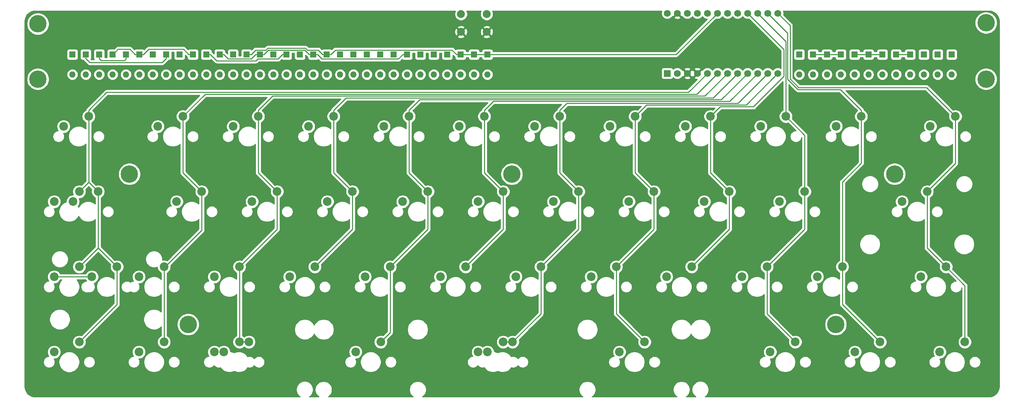
<source format=gbr>
G04 #@! TF.GenerationSoftware,KiCad,Pcbnew,(5.1.4)-1*
G04 #@! TF.CreationDate,2020-05-01T16:36:11-04:00*
G04 #@! TF.ProjectId,juliet-pcb,6a756c69-6574-42d7-9063-622e6b696361,rev?*
G04 #@! TF.SameCoordinates,Original*
G04 #@! TF.FileFunction,Copper,L2,Bot*
G04 #@! TF.FilePolarity,Positive*
%FSLAX46Y46*%
G04 Gerber Fmt 4.6, Leading zero omitted, Abs format (unit mm)*
G04 Created by KiCad (PCBNEW (5.1.4)-1) date 2020-05-01 16:36:11*
%MOMM*%
%LPD*%
G04 APERTURE LIST*
%ADD10C,1.752600*%
%ADD11R,1.752600X1.752600*%
%ADD12C,2.200000*%
%ADD13O,1.600000X1.600000*%
%ADD14R,1.600000X1.600000*%
%ADD15C,4.400000*%
%ADD16C,2.000000*%
%ADD17C,0.800000*%
%ADD18C,0.250000*%
%ADD19C,0.254000*%
G04 APERTURE END LIST*
D10*
X186715400Y-44500800D03*
X214655400Y-59740800D03*
X189255400Y-44500800D03*
X191795400Y-44500800D03*
X194335400Y-44500800D03*
X196875400Y-44500800D03*
X199415400Y-44500800D03*
X201955400Y-44500800D03*
X204495400Y-44500800D03*
X207035400Y-44500800D03*
X209575400Y-44500800D03*
X212115400Y-44500800D03*
X214655400Y-44500800D03*
X212115400Y-59740800D03*
X209575400Y-59740800D03*
X207035400Y-59740800D03*
X204495400Y-59740800D03*
X201955400Y-59740800D03*
X199415400Y-59740800D03*
X196875400Y-59740800D03*
X194335400Y-59740800D03*
X191795400Y-59740800D03*
X189255400Y-59740800D03*
D11*
X186715400Y-59740800D03*
D12*
X164306250Y-89693750D03*
X157956250Y-92233750D03*
D13*
X70203380Y-60026550D03*
D14*
X70203380Y-54946550D03*
D12*
X59531250Y-108743750D03*
X53181250Y-111283750D03*
X38100000Y-108743750D03*
X31750000Y-111283750D03*
D13*
X53286715Y-60026550D03*
D14*
X53286715Y-54946550D03*
D15*
X229317550Y-123348750D03*
X65639950Y-123348750D03*
X50780950Y-85248750D03*
X244176550Y-85248750D03*
X147441249Y-85248750D03*
D12*
X38100000Y-89693750D03*
X31750000Y-92233750D03*
D15*
X267303749Y-46923749D03*
X267303749Y-61198750D03*
X27653751Y-61198750D03*
X27653751Y-47198750D03*
D12*
X140493750Y-70643750D03*
X134143750Y-73183750D03*
D13*
X230587450Y-60026550D03*
D14*
X230587450Y-54946550D03*
D12*
X107950000Y-130333750D03*
X114300000Y-127793750D03*
X180975000Y-127793750D03*
X174625000Y-130333750D03*
X261937500Y-127793750D03*
X255587500Y-130333750D03*
X240506250Y-127793750D03*
X234156250Y-130333750D03*
X219075000Y-127793750D03*
X212725000Y-130333750D03*
X145256250Y-127793750D03*
X138906250Y-130333750D03*
X147637500Y-127793750D03*
X141287500Y-130333750D03*
X80962500Y-127793750D03*
X74612500Y-130333750D03*
X78581250Y-127793750D03*
X72231250Y-130333750D03*
X59531250Y-127793750D03*
X53181250Y-130333750D03*
X38100000Y-127795810D03*
X31750000Y-130335810D03*
X257175000Y-108743750D03*
X250825000Y-111283750D03*
X230981250Y-108743750D03*
X224631250Y-111283750D03*
X211931250Y-108743750D03*
X205581250Y-111283750D03*
X192881250Y-108743750D03*
X186531250Y-111283750D03*
X173831250Y-108743750D03*
X167481250Y-111283750D03*
X154781250Y-108743750D03*
X148431250Y-111283750D03*
X135731250Y-108743750D03*
X129381250Y-111283750D03*
X116681250Y-108743750D03*
X110331250Y-111283750D03*
X97631250Y-108743750D03*
X91281250Y-111283750D03*
X78581250Y-108743750D03*
X72231250Y-111283750D03*
X41275000Y-111283750D03*
X47625000Y-108743750D03*
X246062500Y-92233750D03*
X252412500Y-89693750D03*
X221456250Y-89693750D03*
X215106250Y-92233750D03*
X202406250Y-89693750D03*
X196056250Y-92233750D03*
X183356250Y-89693750D03*
X177006250Y-92233750D03*
X145256250Y-89693750D03*
X138906250Y-92233750D03*
X126206250Y-89693750D03*
X119856250Y-92233750D03*
X107156250Y-89693750D03*
X100806250Y-92233750D03*
X88106250Y-89693750D03*
X81756250Y-92233750D03*
X69056250Y-89693750D03*
X62706250Y-92233750D03*
X42862500Y-89693750D03*
X36512500Y-92233750D03*
X253206250Y-73183750D03*
X259556250Y-70643750D03*
X235743750Y-70643750D03*
X229393750Y-73183750D03*
X216693750Y-70643750D03*
X210343750Y-73183750D03*
X197643750Y-70643750D03*
X191293750Y-73183750D03*
X178593750Y-70643750D03*
X172243750Y-73183750D03*
X159543750Y-70643750D03*
X153193750Y-73183750D03*
X121443750Y-70643750D03*
X115093750Y-73183750D03*
X102393750Y-70643750D03*
X96043750Y-73183750D03*
X83343750Y-70643750D03*
X76993750Y-73183750D03*
X64293750Y-70643750D03*
X57943750Y-73183750D03*
X34131250Y-73183750D03*
X40481250Y-70643750D03*
D16*
X134597000Y-49225200D03*
X134597000Y-44725200D03*
X141097000Y-49225200D03*
X141097000Y-44725200D03*
D13*
X227087450Y-60026550D03*
D14*
X227087450Y-54946550D03*
D13*
X223587450Y-60026550D03*
D14*
X223587450Y-54946550D03*
D13*
X107420043Y-60026550D03*
D14*
X107420043Y-54946550D03*
D13*
X104036710Y-60026550D03*
D14*
X104036710Y-54946550D03*
D13*
X87120045Y-60026550D03*
D14*
X87120045Y-54946550D03*
D13*
X63436714Y-60026550D03*
D14*
X63436714Y-54946550D03*
D13*
X49903382Y-60026550D03*
D14*
X49903382Y-54946550D03*
D13*
X43136716Y-60026550D03*
D14*
X43136716Y-54946550D03*
D13*
X241087450Y-60026550D03*
D14*
X241087450Y-54946550D03*
D13*
X237587450Y-60026550D03*
D14*
X237587450Y-54946550D03*
D13*
X234087450Y-60026550D03*
D14*
X234087450Y-54946550D03*
D13*
X117570042Y-60026550D03*
D14*
X117570042Y-54946550D03*
D13*
X114186709Y-60026550D03*
D14*
X114186709Y-54946550D03*
D13*
X110803376Y-60026550D03*
D14*
X110803376Y-54946550D03*
D13*
X93886711Y-60026550D03*
D14*
X93886711Y-54946550D03*
D13*
X90503378Y-60026550D03*
D14*
X90503378Y-54946550D03*
D13*
X66820047Y-60026550D03*
D14*
X66820047Y-54946550D03*
D13*
X46520049Y-60026550D03*
D14*
X46520049Y-54946550D03*
D13*
X248087450Y-60026550D03*
D14*
X248087450Y-54946550D03*
D13*
X244587450Y-60026550D03*
D14*
X244587450Y-54946550D03*
D13*
X131103374Y-60026550D03*
D14*
X131103374Y-54946550D03*
D13*
X127720041Y-60026550D03*
D14*
X127720041Y-54946550D03*
D13*
X124336708Y-60026550D03*
D14*
X124336708Y-54946550D03*
D13*
X120953375Y-60026550D03*
D14*
X120953375Y-54946550D03*
D13*
X97270044Y-60026550D03*
D14*
X97270044Y-54946550D03*
D13*
X83736712Y-60026550D03*
D14*
X83736712Y-54946550D03*
D13*
X73586713Y-60026550D03*
D14*
X73586713Y-54946550D03*
D13*
X60053381Y-60026550D03*
D14*
X60053381Y-54946550D03*
D13*
X39753383Y-60026550D03*
D14*
X39753383Y-54946550D03*
D13*
X258587450Y-60026550D03*
D14*
X258587450Y-54946550D03*
D13*
X255087450Y-60026550D03*
D14*
X255087450Y-54946550D03*
D13*
X251587450Y-60026550D03*
D14*
X251587450Y-54946550D03*
D13*
X220087450Y-60026550D03*
D14*
X220087450Y-54946550D03*
D13*
X141253383Y-60026550D03*
D14*
X141253383Y-54946550D03*
D13*
X137870040Y-60026550D03*
D14*
X137870040Y-54946550D03*
D13*
X134486707Y-60026550D03*
D14*
X134486707Y-54946550D03*
D13*
X100653377Y-60026550D03*
D14*
X100653377Y-54946550D03*
D13*
X80353379Y-60026550D03*
D14*
X80353379Y-54946550D03*
D13*
X76970046Y-60026550D03*
D14*
X76970046Y-54946550D03*
D13*
X56670048Y-60026550D03*
D14*
X56670048Y-54946550D03*
D13*
X36370050Y-60026550D03*
D14*
X36370050Y-54946550D03*
D17*
X40462200Y-89839800D03*
X213925150Y-70821550D03*
D18*
X81403379Y-54946550D02*
X80353379Y-54946550D01*
X81551710Y-54946550D02*
X81403379Y-54946550D01*
X85270183Y-53816250D02*
X82682010Y-53816250D01*
X82682010Y-53816250D02*
X81551710Y-54946550D01*
X100653377Y-54946550D02*
X99603377Y-54946550D01*
X99603377Y-54946550D02*
X98478376Y-53821549D01*
X98478376Y-53821549D02*
X95740282Y-53821549D01*
X95740282Y-53821549D02*
X95277783Y-53359050D01*
X95277783Y-53359050D02*
X85727383Y-53359050D01*
X85727383Y-53359050D02*
X85270183Y-53816250D01*
X101703377Y-54946550D02*
X102833677Y-53816250D01*
X100653377Y-54946550D02*
X101703377Y-54946550D01*
X133436707Y-54946550D02*
X134486707Y-54946550D01*
X132306407Y-53816250D02*
X133436707Y-54946550D01*
X102833677Y-53816250D02*
X132306407Y-53816250D01*
X135536707Y-54946550D02*
X137870040Y-54946550D01*
X134486707Y-54946550D02*
X135536707Y-54946550D01*
X138920040Y-54946550D02*
X141253383Y-54946550D01*
X137870040Y-54946550D02*
X138920040Y-54946550D01*
X186429650Y-54946550D02*
X141253383Y-54946550D01*
X188969650Y-54946550D02*
X186429650Y-54946550D01*
X199415400Y-44500800D02*
X188969650Y-54946550D01*
X82686712Y-54946550D02*
X83736712Y-54946550D01*
X75761714Y-56071551D02*
X81561711Y-56071551D01*
X74636713Y-54946550D02*
X75761714Y-56071551D01*
X73586713Y-54946550D02*
X74636713Y-54946550D01*
X81561711Y-56071551D02*
X82686712Y-54946550D01*
X95095043Y-53821549D02*
X96220044Y-54946550D01*
X85911713Y-53821549D02*
X95095043Y-53821549D01*
X84786712Y-54946550D02*
X85911713Y-53821549D01*
X83736712Y-54946550D02*
X84786712Y-54946550D01*
X96220044Y-54946550D02*
X97270044Y-54946550D01*
X119903375Y-54946550D02*
X120953375Y-54946550D01*
X118778374Y-56071551D02*
X119903375Y-54946550D01*
X99445045Y-56071551D02*
X118778374Y-56071551D01*
X98320044Y-54946550D02*
X99445045Y-56071551D01*
X97270044Y-54946550D02*
X98320044Y-54946550D01*
X247037450Y-54946550D02*
X244587450Y-54946550D01*
X248087450Y-54946550D02*
X247037450Y-54946550D01*
X39753383Y-55996550D02*
X39753383Y-54946550D01*
X40722683Y-56965850D02*
X39753383Y-55996550D01*
X59084081Y-56965850D02*
X40722683Y-56965850D01*
X60053381Y-54946550D02*
X60053381Y-55996550D01*
X60053381Y-55996550D02*
X59084081Y-56965850D01*
X39719366Y-111283750D02*
X31750000Y-111283750D01*
X41275000Y-111283750D02*
X39719366Y-111283750D01*
X65770047Y-54946550D02*
X66820047Y-54946550D01*
X64436547Y-53613050D02*
X65770047Y-54946550D01*
X46580850Y-54946550D02*
X47914350Y-53613050D01*
X46520049Y-54946550D02*
X46580850Y-54946550D01*
X83248121Y-56071551D02*
X88328377Y-56071551D01*
X88328377Y-56071551D02*
X89453378Y-54946550D01*
X71253380Y-54946550D02*
X72828392Y-56521562D01*
X70203380Y-54946550D02*
X71253380Y-54946550D01*
X82798111Y-56521562D02*
X83248121Y-56071551D01*
X72828392Y-56521562D02*
X82798111Y-56521562D01*
X89453378Y-54946550D02*
X90503378Y-54946550D01*
X52236715Y-54946550D02*
X53286715Y-54946550D01*
X50903215Y-53613050D02*
X52236715Y-54946550D01*
X47914350Y-53613050D02*
X50903215Y-53613050D01*
X55670215Y-53613050D02*
X64436547Y-53613050D01*
X54336715Y-54946550D02*
X55670215Y-53613050D01*
X53286715Y-54946550D02*
X54336715Y-54946550D01*
X235137450Y-54946550D02*
X241087450Y-54946550D01*
X234087450Y-54946550D02*
X235137450Y-54946550D01*
X43136716Y-55996550D02*
X43648816Y-56508650D01*
X43136716Y-54946550D02*
X43136716Y-55996550D01*
X43648816Y-56508650D02*
X49489150Y-56508650D01*
X49489150Y-56508650D02*
X49903382Y-56094418D01*
X49903382Y-56094418D02*
X49903382Y-54946550D01*
X229537450Y-54946550D02*
X227087450Y-54946550D01*
X230587450Y-54946550D02*
X229537450Y-54946550D01*
X226037450Y-54946550D02*
X223587450Y-54946550D01*
X227087450Y-54946550D02*
X226037450Y-54946550D01*
X42862500Y-89693750D02*
X40481250Y-87312500D01*
X42862500Y-103981250D02*
X47625000Y-108743750D01*
X47625000Y-118270810D02*
X38100000Y-127795810D01*
X47625000Y-108743750D02*
X47625000Y-118270810D01*
X45021616Y-64547750D02*
X40481250Y-69088116D01*
X40481250Y-69088116D02*
X40481250Y-70643750D01*
X40481250Y-86544150D02*
X40481250Y-87337900D01*
X40481250Y-87312500D02*
X40481250Y-86544150D01*
X40481250Y-86544150D02*
X40481250Y-70643750D01*
X40455850Y-87337900D02*
X38100000Y-89693750D01*
X40481250Y-87337900D02*
X40455850Y-87337900D01*
X42862500Y-103187500D02*
X42862500Y-103981250D01*
X42862500Y-89693750D02*
X42862500Y-103187500D01*
X42862500Y-103981250D02*
X38100000Y-108743750D01*
X158070550Y-64547750D02*
X158077740Y-64554940D01*
X45021616Y-64547750D02*
X158070550Y-64547750D01*
X158077740Y-64554940D02*
X158152260Y-64554940D01*
X192068450Y-64547750D02*
X196875400Y-59740800D01*
X158070550Y-64547750D02*
X192068450Y-64547750D01*
X59531250Y-126238116D02*
X59543950Y-126225416D01*
X59531250Y-127793750D02*
X59531250Y-126238116D01*
X59543950Y-126225416D02*
X59543950Y-108997750D01*
X69056250Y-99485450D02*
X69056250Y-89693750D01*
X59543950Y-108997750D02*
X69056250Y-99485450D01*
X64293750Y-84931250D02*
X69056250Y-89693750D01*
X64293750Y-70643750D02*
X64293750Y-84931250D01*
X194151250Y-65004950D02*
X199415400Y-59740800D01*
X64293750Y-70643750D02*
X69932550Y-65004950D01*
X69932550Y-65004950D02*
X194151250Y-65004950D01*
X80962500Y-127793750D02*
X78581250Y-127793750D01*
X78581250Y-126238116D02*
X78581250Y-108743750D01*
X78581250Y-127793750D02*
X78581250Y-126238116D01*
X88106250Y-99218750D02*
X88106250Y-89693750D01*
X78581250Y-108743750D02*
X88106250Y-99218750D01*
X83343750Y-84931250D02*
X88106250Y-89693750D01*
X83343750Y-70643750D02*
X83343750Y-84931250D01*
X196241240Y-65454960D02*
X201955400Y-59740800D01*
X142113840Y-65454960D02*
X196241240Y-65454960D01*
X142106650Y-65462150D02*
X142113840Y-65454960D01*
X86969716Y-65462150D02*
X142106650Y-65462150D01*
X83343750Y-70643750D02*
X83343750Y-69088116D01*
X83343750Y-69088116D02*
X86969716Y-65462150D01*
X107156250Y-99218750D02*
X97631250Y-108743750D01*
X107156250Y-89693750D02*
X107156250Y-99218750D01*
X102393750Y-84931250D02*
X107156250Y-89693750D01*
X102393750Y-70643750D02*
X102393750Y-84931250D01*
X198316850Y-65919350D02*
X204495400Y-59740800D01*
X105562516Y-65919350D02*
X198316850Y-65919350D01*
X102393750Y-70643750D02*
X102393750Y-69088116D01*
X102393750Y-69088116D02*
X105562516Y-65919350D01*
X116681250Y-125412500D02*
X116681250Y-108743750D01*
X114300000Y-127793750D02*
X116681250Y-125412500D01*
X126206250Y-99218750D02*
X126206250Y-89693750D01*
X116681250Y-108743750D02*
X126206250Y-99218750D01*
X121443750Y-84931250D02*
X126206250Y-89693750D01*
X121443750Y-70643750D02*
X121443750Y-84931250D01*
X200399650Y-66376550D02*
X207035400Y-59740800D01*
X124155316Y-66376550D02*
X200399650Y-66376550D01*
X121443750Y-70643750D02*
X121443750Y-69088116D01*
X121443750Y-69088116D02*
X124155316Y-66376550D01*
X145256250Y-99218750D02*
X145256250Y-89693750D01*
X135731250Y-108743750D02*
X145256250Y-99218750D01*
X140493750Y-84931250D02*
X145256250Y-89693750D01*
X140493750Y-70643750D02*
X140493750Y-84931250D01*
X202489640Y-66826560D02*
X209575400Y-59740800D01*
X146152440Y-66826560D02*
X202489640Y-66826560D01*
X146145250Y-66833750D02*
X146152440Y-66826560D01*
X142748116Y-66833750D02*
X146145250Y-66833750D01*
X140493750Y-70643750D02*
X140493750Y-69088116D01*
X140493750Y-69088116D02*
X142748116Y-66833750D01*
X145256250Y-127793750D02*
X147637500Y-127793750D01*
X154781250Y-120650000D02*
X154781250Y-108743750D01*
X147637500Y-127793750D02*
X154781250Y-120650000D01*
X164306250Y-99218750D02*
X164306250Y-89693750D01*
X154781250Y-108743750D02*
X164306250Y-99218750D01*
X159543750Y-84931250D02*
X164306250Y-89693750D01*
X159543750Y-70643750D02*
X159543750Y-84931250D01*
X204579630Y-67276570D02*
X212115400Y-59740800D01*
X159543750Y-69088116D02*
X161252016Y-67379850D01*
X161252016Y-67379850D02*
X161252016Y-67373384D01*
X159543750Y-70643750D02*
X159543750Y-69088116D01*
X161252016Y-67373384D02*
X161334450Y-67290950D01*
X163076030Y-67276570D02*
X204579630Y-67276570D01*
X161334450Y-67290950D02*
X163061650Y-67290950D01*
X163061650Y-67290950D02*
X163076030Y-67276570D01*
X183356250Y-99218750D02*
X173831250Y-108743750D01*
X183356250Y-89693750D02*
X183356250Y-99218750D01*
X173831250Y-120650000D02*
X180975000Y-127793750D01*
X173831250Y-108743750D02*
X173831250Y-120650000D01*
X178593750Y-84931250D02*
X183356250Y-89693750D01*
X178593750Y-70643750D02*
X178593750Y-84931250D01*
X213779101Y-60617099D02*
X214655400Y-59740800D01*
X206669620Y-67726580D02*
X213779101Y-60617099D01*
X178593750Y-70643750D02*
X181510920Y-67726580D01*
X181510920Y-67726580D02*
X206669620Y-67726580D01*
X202406250Y-99218750D02*
X202406250Y-89693750D01*
X192881250Y-108743750D02*
X202406250Y-99218750D01*
X197643750Y-84931250D02*
X202406250Y-89693750D01*
X197643750Y-70643750D02*
X197643750Y-84931250D01*
X200110910Y-68176590D02*
X208531010Y-68176590D01*
X197643750Y-70643750D02*
X200110910Y-68176590D01*
X208531010Y-68176590D02*
X216230200Y-60477400D01*
X216230200Y-53695600D02*
X207035400Y-44500800D01*
X216230200Y-60477400D02*
X216230200Y-53695600D01*
X211931250Y-120650000D02*
X211931250Y-108743750D01*
X219075000Y-127793750D02*
X211931250Y-120650000D01*
X221456250Y-99218750D02*
X221456250Y-89693750D01*
X211931250Y-108743750D02*
X221456250Y-99218750D01*
X221456250Y-75406250D02*
X216693750Y-70643750D01*
X221456250Y-89693750D02*
X221456250Y-75406250D01*
X216693750Y-51619150D02*
X216693750Y-70643750D01*
X209575400Y-44500800D02*
X216693750Y-51619150D01*
X230981250Y-118268750D02*
X230981250Y-108743750D01*
X240506250Y-127793750D02*
X230981250Y-118268750D01*
X235743750Y-70643750D02*
X235743750Y-82505550D01*
X230981250Y-87268050D02*
X230981250Y-108743750D01*
X235743750Y-82505550D02*
X230981250Y-87268050D01*
X235743750Y-69088116D02*
X235743750Y-70643750D01*
X230466784Y-63811150D02*
X235743750Y-69088116D01*
X219741750Y-63811150D02*
X230466784Y-63811150D01*
X217143760Y-61213160D02*
X219741750Y-63811150D01*
X217143760Y-49529160D02*
X217143760Y-61213160D01*
X212115400Y-44500800D02*
X217143760Y-49529160D01*
X261937500Y-113506250D02*
X257175000Y-108743750D01*
X261937500Y-127793750D02*
X261937500Y-113506250D01*
X259556250Y-82550000D02*
X252412500Y-89693750D01*
X259556250Y-70643750D02*
X259556250Y-82550000D01*
X252412500Y-103981250D02*
X257175000Y-108743750D01*
X252412500Y-89693750D02*
X252412500Y-103981250D01*
X217760550Y-47605950D02*
X214655400Y-44500800D01*
X217760550Y-61169550D02*
X217760550Y-47605950D01*
X219944950Y-63353950D02*
X217760550Y-61169550D01*
X259556250Y-70643750D02*
X252266450Y-63353950D01*
X252266450Y-63353950D02*
X219944950Y-63353950D01*
D19*
G36*
X133176137Y-43908750D02*
G01*
X133148082Y-43950737D01*
X133024832Y-44248288D01*
X132962000Y-44564167D01*
X132962000Y-44886233D01*
X133024832Y-45202112D01*
X133148082Y-45499663D01*
X133327013Y-45767452D01*
X133554748Y-45995187D01*
X133822537Y-46174118D01*
X134120088Y-46297368D01*
X134435967Y-46360200D01*
X134758033Y-46360200D01*
X135073912Y-46297368D01*
X135371463Y-46174118D01*
X135639252Y-45995187D01*
X135866987Y-45767452D01*
X136045918Y-45499663D01*
X136169168Y-45202112D01*
X136232000Y-44886233D01*
X136232000Y-44564167D01*
X136169168Y-44248288D01*
X136045918Y-43950737D01*
X136017863Y-43908750D01*
X139676137Y-43908750D01*
X139648082Y-43950737D01*
X139524832Y-44248288D01*
X139462000Y-44564167D01*
X139462000Y-44886233D01*
X139524832Y-45202112D01*
X139648082Y-45499663D01*
X139827013Y-45767452D01*
X140054748Y-45995187D01*
X140322537Y-46174118D01*
X140620088Y-46297368D01*
X140935967Y-46360200D01*
X141258033Y-46360200D01*
X141573912Y-46297368D01*
X141871463Y-46174118D01*
X142139252Y-45995187D01*
X142366987Y-45767452D01*
X142545918Y-45499663D01*
X142669168Y-45202112D01*
X142732000Y-44886233D01*
X142732000Y-44564167D01*
X142669168Y-44248288D01*
X142545918Y-43950737D01*
X142517863Y-43908750D01*
X185324815Y-43908750D01*
X185262178Y-44059970D01*
X185204100Y-44351950D01*
X185204100Y-44649650D01*
X185262178Y-44941630D01*
X185376103Y-45216669D01*
X185541496Y-45464198D01*
X185752002Y-45674704D01*
X185999531Y-45840097D01*
X186274570Y-45954022D01*
X186566550Y-46012100D01*
X186864250Y-46012100D01*
X187156230Y-45954022D01*
X187431269Y-45840097D01*
X187678798Y-45674704D01*
X187805533Y-45547969D01*
X188387837Y-45547969D01*
X188468654Y-45799729D01*
X188737179Y-45928257D01*
X189025619Y-46001929D01*
X189322891Y-46017913D01*
X189617567Y-45975596D01*
X189898327Y-45876602D01*
X190042146Y-45799729D01*
X190122963Y-45547969D01*
X189255400Y-44680405D01*
X188387837Y-45547969D01*
X187805533Y-45547969D01*
X187889304Y-45464198D01*
X187998355Y-45300991D01*
X188208231Y-45368363D01*
X189075795Y-44500800D01*
X189061653Y-44486658D01*
X189241258Y-44307052D01*
X189255400Y-44321195D01*
X189269542Y-44307052D01*
X189449148Y-44486658D01*
X189435005Y-44500800D01*
X190302569Y-45368363D01*
X190512445Y-45300991D01*
X190621496Y-45464198D01*
X190832002Y-45674704D01*
X191079531Y-45840097D01*
X191354570Y-45954022D01*
X191646550Y-46012100D01*
X191944250Y-46012100D01*
X192236230Y-45954022D01*
X192511269Y-45840097D01*
X192758798Y-45674704D01*
X192969304Y-45464198D01*
X193065400Y-45320380D01*
X193161496Y-45464198D01*
X193372002Y-45674704D01*
X193619531Y-45840097D01*
X193894570Y-45954022D01*
X194186550Y-46012100D01*
X194484250Y-46012100D01*
X194776230Y-45954022D01*
X195051269Y-45840097D01*
X195298798Y-45674704D01*
X195509304Y-45464198D01*
X195605400Y-45320380D01*
X195701496Y-45464198D01*
X195912002Y-45674704D01*
X196159531Y-45840097D01*
X196434570Y-45954022D01*
X196726550Y-46012100D01*
X196829298Y-46012100D01*
X188654849Y-54186550D01*
X142691455Y-54186550D01*
X142691455Y-54146550D01*
X142679195Y-54022068D01*
X142642885Y-53902370D01*
X142583920Y-53792056D01*
X142504568Y-53695365D01*
X142407877Y-53616013D01*
X142297563Y-53557048D01*
X142177865Y-53520738D01*
X142053383Y-53508478D01*
X140453383Y-53508478D01*
X140328901Y-53520738D01*
X140209203Y-53557048D01*
X140098889Y-53616013D01*
X140002198Y-53695365D01*
X139922846Y-53792056D01*
X139863881Y-53902370D01*
X139827571Y-54022068D01*
X139815311Y-54146550D01*
X139815311Y-54186550D01*
X139308112Y-54186550D01*
X139308112Y-54146550D01*
X139295852Y-54022068D01*
X139259542Y-53902370D01*
X139200577Y-53792056D01*
X139121225Y-53695365D01*
X139024534Y-53616013D01*
X138914220Y-53557048D01*
X138794522Y-53520738D01*
X138670040Y-53508478D01*
X137070040Y-53508478D01*
X136945558Y-53520738D01*
X136825860Y-53557048D01*
X136715546Y-53616013D01*
X136618855Y-53695365D01*
X136539503Y-53792056D01*
X136480538Y-53902370D01*
X136444228Y-54022068D01*
X136431968Y-54146550D01*
X136431968Y-54186550D01*
X135924779Y-54186550D01*
X135924779Y-54146550D01*
X135912519Y-54022068D01*
X135876209Y-53902370D01*
X135817244Y-53792056D01*
X135737892Y-53695365D01*
X135641201Y-53616013D01*
X135530887Y-53557048D01*
X135411189Y-53520738D01*
X135286707Y-53508478D01*
X133686707Y-53508478D01*
X133562225Y-53520738D01*
X133442527Y-53557048D01*
X133332213Y-53616013D01*
X133249144Y-53684186D01*
X132870211Y-53305252D01*
X132846408Y-53276249D01*
X132730683Y-53181276D01*
X132598654Y-53110704D01*
X132455393Y-53067247D01*
X132343740Y-53056250D01*
X132343729Y-53056250D01*
X132306407Y-53052574D01*
X132269085Y-53056250D01*
X102871010Y-53056250D01*
X102833677Y-53052573D01*
X102796344Y-53056250D01*
X102684691Y-53067247D01*
X102541430Y-53110704D01*
X102409401Y-53181276D01*
X102293676Y-53276249D01*
X102269878Y-53305247D01*
X101890940Y-53684186D01*
X101807871Y-53616013D01*
X101697557Y-53557048D01*
X101577859Y-53520738D01*
X101453377Y-53508478D01*
X99853377Y-53508478D01*
X99728895Y-53520738D01*
X99609197Y-53557048D01*
X99498883Y-53616013D01*
X99415814Y-53684186D01*
X99042180Y-53310551D01*
X99018377Y-53281548D01*
X98902652Y-53186575D01*
X98770623Y-53116003D01*
X98627362Y-53072546D01*
X98515709Y-53061549D01*
X98515698Y-53061549D01*
X98478376Y-53057873D01*
X98441054Y-53061549D01*
X96055083Y-53061549D01*
X95841587Y-52848053D01*
X95817784Y-52819049D01*
X95702059Y-52724076D01*
X95570030Y-52653504D01*
X95426769Y-52610047D01*
X95315116Y-52599050D01*
X95315105Y-52599050D01*
X95277783Y-52595374D01*
X95240461Y-52599050D01*
X85764705Y-52599050D01*
X85727382Y-52595374D01*
X85690059Y-52599050D01*
X85690050Y-52599050D01*
X85578397Y-52610047D01*
X85435136Y-52653504D01*
X85303107Y-52724076D01*
X85187382Y-52819049D01*
X85163583Y-52848048D01*
X84955382Y-53056250D01*
X82719343Y-53056250D01*
X82682010Y-53052573D01*
X82644677Y-53056250D01*
X82533024Y-53067247D01*
X82389763Y-53110704D01*
X82257734Y-53181276D01*
X82142009Y-53276249D01*
X82118211Y-53305247D01*
X81660245Y-53763213D01*
X81604564Y-53695365D01*
X81507873Y-53616013D01*
X81397559Y-53557048D01*
X81277861Y-53520738D01*
X81153379Y-53508478D01*
X79553379Y-53508478D01*
X79428897Y-53520738D01*
X79309199Y-53557048D01*
X79198885Y-53616013D01*
X79102194Y-53695365D01*
X79022842Y-53792056D01*
X78963877Y-53902370D01*
X78927567Y-54022068D01*
X78915307Y-54146550D01*
X78915307Y-55311551D01*
X78408118Y-55311551D01*
X78408118Y-54146550D01*
X78395858Y-54022068D01*
X78359548Y-53902370D01*
X78300583Y-53792056D01*
X78221231Y-53695365D01*
X78124540Y-53616013D01*
X78014226Y-53557048D01*
X77894528Y-53520738D01*
X77770046Y-53508478D01*
X76170046Y-53508478D01*
X76045564Y-53520738D01*
X75925866Y-53557048D01*
X75815552Y-53616013D01*
X75718861Y-53695365D01*
X75639509Y-53792056D01*
X75580544Y-53902370D01*
X75544234Y-54022068D01*
X75531974Y-54146550D01*
X75531974Y-54767010D01*
X75200517Y-54435552D01*
X75176714Y-54406549D01*
X75060989Y-54311576D01*
X75024785Y-54292224D01*
X75024785Y-54146550D01*
X75012525Y-54022068D01*
X74976215Y-53902370D01*
X74917250Y-53792056D01*
X74837898Y-53695365D01*
X74741207Y-53616013D01*
X74630893Y-53557048D01*
X74511195Y-53520738D01*
X74386713Y-53508478D01*
X72786713Y-53508478D01*
X72662231Y-53520738D01*
X72542533Y-53557048D01*
X72432219Y-53616013D01*
X72335528Y-53695365D01*
X72256176Y-53792056D01*
X72197211Y-53902370D01*
X72160901Y-54022068D01*
X72148641Y-54146550D01*
X72148641Y-54767010D01*
X71817184Y-54435553D01*
X71793381Y-54406549D01*
X71677656Y-54311576D01*
X71641452Y-54292224D01*
X71641452Y-54146550D01*
X71629192Y-54022068D01*
X71592882Y-53902370D01*
X71533917Y-53792056D01*
X71454565Y-53695365D01*
X71357874Y-53616013D01*
X71247560Y-53557048D01*
X71127862Y-53520738D01*
X71003380Y-53508478D01*
X69403380Y-53508478D01*
X69278898Y-53520738D01*
X69159200Y-53557048D01*
X69048886Y-53616013D01*
X68952195Y-53695365D01*
X68872843Y-53792056D01*
X68813878Y-53902370D01*
X68777568Y-54022068D01*
X68765308Y-54146550D01*
X68765308Y-55746550D01*
X68777568Y-55871032D01*
X68813878Y-55990730D01*
X68872843Y-56101044D01*
X68952195Y-56197735D01*
X69048886Y-56277087D01*
X69159200Y-56336052D01*
X69278898Y-56372362D01*
X69403380Y-56384622D01*
X71003380Y-56384622D01*
X71127862Y-56372362D01*
X71247560Y-56336052D01*
X71357874Y-56277087D01*
X71440943Y-56208914D01*
X72264593Y-57032565D01*
X72288391Y-57061563D01*
X72404116Y-57156536D01*
X72536145Y-57227108D01*
X72679406Y-57270565D01*
X72791059Y-57281562D01*
X72791068Y-57281562D01*
X72828391Y-57285238D01*
X72865714Y-57281562D01*
X82760786Y-57281562D01*
X82798111Y-57285238D01*
X82835434Y-57281562D01*
X82835444Y-57281562D01*
X82947097Y-57270565D01*
X83090358Y-57227108D01*
X83222387Y-57156536D01*
X83338112Y-57061563D01*
X83361911Y-57032564D01*
X83562923Y-56831551D01*
X88291055Y-56831551D01*
X88328377Y-56835227D01*
X88365699Y-56831551D01*
X88365710Y-56831551D01*
X88477363Y-56820554D01*
X88620624Y-56777097D01*
X88752653Y-56706525D01*
X88868378Y-56611552D01*
X88892181Y-56582549D01*
X89265815Y-56208914D01*
X89348884Y-56277087D01*
X89459198Y-56336052D01*
X89578896Y-56372362D01*
X89703378Y-56384622D01*
X91303378Y-56384622D01*
X91427860Y-56372362D01*
X91547558Y-56336052D01*
X91657872Y-56277087D01*
X91754563Y-56197735D01*
X91833915Y-56101044D01*
X91892880Y-55990730D01*
X91929190Y-55871032D01*
X91941450Y-55746550D01*
X91941450Y-54581549D01*
X92448639Y-54581549D01*
X92448639Y-55746550D01*
X92460899Y-55871032D01*
X92497209Y-55990730D01*
X92556174Y-56101044D01*
X92635526Y-56197735D01*
X92732217Y-56277087D01*
X92842531Y-56336052D01*
X92962229Y-56372362D01*
X93086711Y-56384622D01*
X94686711Y-56384622D01*
X94811193Y-56372362D01*
X94930891Y-56336052D01*
X95041205Y-56277087D01*
X95137896Y-56197735D01*
X95217248Y-56101044D01*
X95276213Y-55990730D01*
X95312523Y-55871032D01*
X95324783Y-55746550D01*
X95324783Y-55126091D01*
X95656244Y-55457552D01*
X95680043Y-55486551D01*
X95795768Y-55581524D01*
X95831972Y-55600876D01*
X95831972Y-55746550D01*
X95844232Y-55871032D01*
X95880542Y-55990730D01*
X95939507Y-56101044D01*
X96018859Y-56197735D01*
X96115550Y-56277087D01*
X96225864Y-56336052D01*
X96345562Y-56372362D01*
X96470044Y-56384622D01*
X98070044Y-56384622D01*
X98194526Y-56372362D01*
X98314224Y-56336052D01*
X98424538Y-56277087D01*
X98507607Y-56208914D01*
X98881245Y-56582553D01*
X98905044Y-56611552D01*
X99020769Y-56706525D01*
X99152798Y-56777097D01*
X99296059Y-56820554D01*
X99407712Y-56831551D01*
X99407720Y-56831551D01*
X99445045Y-56835227D01*
X99482370Y-56831551D01*
X118741052Y-56831551D01*
X118778374Y-56835227D01*
X118815696Y-56831551D01*
X118815707Y-56831551D01*
X118927360Y-56820554D01*
X119070621Y-56777097D01*
X119202650Y-56706525D01*
X119318375Y-56611552D01*
X119342178Y-56582549D01*
X119715812Y-56208914D01*
X119798881Y-56277087D01*
X119909195Y-56336052D01*
X120028893Y-56372362D01*
X120153375Y-56384622D01*
X121753375Y-56384622D01*
X121877857Y-56372362D01*
X121997555Y-56336052D01*
X122107869Y-56277087D01*
X122204560Y-56197735D01*
X122283912Y-56101044D01*
X122342877Y-55990730D01*
X122379187Y-55871032D01*
X122391447Y-55746550D01*
X122391447Y-54576250D01*
X122898636Y-54576250D01*
X122898636Y-55746550D01*
X122910896Y-55871032D01*
X122947206Y-55990730D01*
X123006171Y-56101044D01*
X123085523Y-56197735D01*
X123182214Y-56277087D01*
X123292528Y-56336052D01*
X123412226Y-56372362D01*
X123536708Y-56384622D01*
X125136708Y-56384622D01*
X125261190Y-56372362D01*
X125380888Y-56336052D01*
X125491202Y-56277087D01*
X125587893Y-56197735D01*
X125667245Y-56101044D01*
X125726210Y-55990730D01*
X125762520Y-55871032D01*
X125774780Y-55746550D01*
X125774780Y-54576250D01*
X126281969Y-54576250D01*
X126281969Y-55746550D01*
X126294229Y-55871032D01*
X126330539Y-55990730D01*
X126389504Y-56101044D01*
X126468856Y-56197735D01*
X126565547Y-56277087D01*
X126675861Y-56336052D01*
X126795559Y-56372362D01*
X126920041Y-56384622D01*
X128520041Y-56384622D01*
X128644523Y-56372362D01*
X128764221Y-56336052D01*
X128874535Y-56277087D01*
X128971226Y-56197735D01*
X129050578Y-56101044D01*
X129109543Y-55990730D01*
X129145853Y-55871032D01*
X129158113Y-55746550D01*
X129158113Y-54576250D01*
X129665302Y-54576250D01*
X129665302Y-55746550D01*
X129677562Y-55871032D01*
X129713872Y-55990730D01*
X129772837Y-56101044D01*
X129852189Y-56197735D01*
X129948880Y-56277087D01*
X130059194Y-56336052D01*
X130178892Y-56372362D01*
X130303374Y-56384622D01*
X131903374Y-56384622D01*
X132027856Y-56372362D01*
X132147554Y-56336052D01*
X132257868Y-56277087D01*
X132354559Y-56197735D01*
X132433911Y-56101044D01*
X132492876Y-55990730D01*
X132529186Y-55871032D01*
X132541446Y-55746550D01*
X132541446Y-55126091D01*
X132872907Y-55457552D01*
X132896706Y-55486551D01*
X132925704Y-55510349D01*
X133012431Y-55581524D01*
X133048635Y-55600876D01*
X133048635Y-55746550D01*
X133060895Y-55871032D01*
X133097205Y-55990730D01*
X133156170Y-56101044D01*
X133235522Y-56197735D01*
X133332213Y-56277087D01*
X133442527Y-56336052D01*
X133562225Y-56372362D01*
X133686707Y-56384622D01*
X135286707Y-56384622D01*
X135411189Y-56372362D01*
X135530887Y-56336052D01*
X135641201Y-56277087D01*
X135737892Y-56197735D01*
X135817244Y-56101044D01*
X135876209Y-55990730D01*
X135912519Y-55871032D01*
X135924779Y-55746550D01*
X135924779Y-55706550D01*
X136431968Y-55706550D01*
X136431968Y-55746550D01*
X136444228Y-55871032D01*
X136480538Y-55990730D01*
X136539503Y-56101044D01*
X136618855Y-56197735D01*
X136715546Y-56277087D01*
X136825860Y-56336052D01*
X136945558Y-56372362D01*
X137070040Y-56384622D01*
X138670040Y-56384622D01*
X138794522Y-56372362D01*
X138914220Y-56336052D01*
X139024534Y-56277087D01*
X139121225Y-56197735D01*
X139200577Y-56101044D01*
X139259542Y-55990730D01*
X139295852Y-55871032D01*
X139308112Y-55746550D01*
X139308112Y-55706550D01*
X139815311Y-55706550D01*
X139815311Y-55746550D01*
X139827571Y-55871032D01*
X139863881Y-55990730D01*
X139922846Y-56101044D01*
X140002198Y-56197735D01*
X140098889Y-56277087D01*
X140209203Y-56336052D01*
X140328901Y-56372362D01*
X140453383Y-56384622D01*
X142053383Y-56384622D01*
X142177865Y-56372362D01*
X142297563Y-56336052D01*
X142407877Y-56277087D01*
X142504568Y-56197735D01*
X142583920Y-56101044D01*
X142642885Y-55990730D01*
X142679195Y-55871032D01*
X142691455Y-55746550D01*
X142691455Y-55706550D01*
X188932328Y-55706550D01*
X188969650Y-55710226D01*
X189006972Y-55706550D01*
X189006983Y-55706550D01*
X189118636Y-55695553D01*
X189261897Y-55652096D01*
X189393926Y-55581524D01*
X189509651Y-55486551D01*
X189533454Y-55457547D01*
X199026626Y-45964376D01*
X199266550Y-46012100D01*
X199564250Y-46012100D01*
X199856230Y-45954022D01*
X200131269Y-45840097D01*
X200378798Y-45674704D01*
X200589304Y-45464198D01*
X200685400Y-45320380D01*
X200781496Y-45464198D01*
X200992002Y-45674704D01*
X201239531Y-45840097D01*
X201514570Y-45954022D01*
X201806550Y-46012100D01*
X202104250Y-46012100D01*
X202396230Y-45954022D01*
X202671269Y-45840097D01*
X202918798Y-45674704D01*
X203129304Y-45464198D01*
X203225400Y-45320380D01*
X203321496Y-45464198D01*
X203532002Y-45674704D01*
X203779531Y-45840097D01*
X204054570Y-45954022D01*
X204346550Y-46012100D01*
X204644250Y-46012100D01*
X204936230Y-45954022D01*
X205211269Y-45840097D01*
X205458798Y-45674704D01*
X205669304Y-45464198D01*
X205765400Y-45320380D01*
X205861496Y-45464198D01*
X206072002Y-45674704D01*
X206319531Y-45840097D01*
X206594570Y-45954022D01*
X206886550Y-46012100D01*
X207184250Y-46012100D01*
X207424175Y-45964376D01*
X215470201Y-54010403D01*
X215470200Y-58467607D01*
X215371269Y-58401503D01*
X215096230Y-58287578D01*
X214804250Y-58229500D01*
X214506550Y-58229500D01*
X214214570Y-58287578D01*
X213939531Y-58401503D01*
X213692002Y-58566896D01*
X213481496Y-58777402D01*
X213385400Y-58921220D01*
X213289304Y-58777402D01*
X213078798Y-58566896D01*
X212831269Y-58401503D01*
X212556230Y-58287578D01*
X212264250Y-58229500D01*
X211966550Y-58229500D01*
X211674570Y-58287578D01*
X211399531Y-58401503D01*
X211152002Y-58566896D01*
X210941496Y-58777402D01*
X210845400Y-58921220D01*
X210749304Y-58777402D01*
X210538798Y-58566896D01*
X210291269Y-58401503D01*
X210016230Y-58287578D01*
X209724250Y-58229500D01*
X209426550Y-58229500D01*
X209134570Y-58287578D01*
X208859531Y-58401503D01*
X208612002Y-58566896D01*
X208401496Y-58777402D01*
X208305400Y-58921220D01*
X208209304Y-58777402D01*
X207998798Y-58566896D01*
X207751269Y-58401503D01*
X207476230Y-58287578D01*
X207184250Y-58229500D01*
X206886550Y-58229500D01*
X206594570Y-58287578D01*
X206319531Y-58401503D01*
X206072002Y-58566896D01*
X205861496Y-58777402D01*
X205765400Y-58921220D01*
X205669304Y-58777402D01*
X205458798Y-58566896D01*
X205211269Y-58401503D01*
X204936230Y-58287578D01*
X204644250Y-58229500D01*
X204346550Y-58229500D01*
X204054570Y-58287578D01*
X203779531Y-58401503D01*
X203532002Y-58566896D01*
X203321496Y-58777402D01*
X203225400Y-58921220D01*
X203129304Y-58777402D01*
X202918798Y-58566896D01*
X202671269Y-58401503D01*
X202396230Y-58287578D01*
X202104250Y-58229500D01*
X201806550Y-58229500D01*
X201514570Y-58287578D01*
X201239531Y-58401503D01*
X200992002Y-58566896D01*
X200781496Y-58777402D01*
X200685400Y-58921220D01*
X200589304Y-58777402D01*
X200378798Y-58566896D01*
X200131269Y-58401503D01*
X199856230Y-58287578D01*
X199564250Y-58229500D01*
X199266550Y-58229500D01*
X198974570Y-58287578D01*
X198699531Y-58401503D01*
X198452002Y-58566896D01*
X198241496Y-58777402D01*
X198145400Y-58921220D01*
X198049304Y-58777402D01*
X197838798Y-58566896D01*
X197591269Y-58401503D01*
X197316230Y-58287578D01*
X197024250Y-58229500D01*
X196726550Y-58229500D01*
X196434570Y-58287578D01*
X196159531Y-58401503D01*
X195912002Y-58566896D01*
X195701496Y-58777402D01*
X195592445Y-58940609D01*
X195382569Y-58873237D01*
X194515005Y-59740800D01*
X194529148Y-59754942D01*
X194349542Y-59934548D01*
X194335400Y-59920405D01*
X193467837Y-60787969D01*
X193548654Y-61039729D01*
X193817179Y-61168257D01*
X194105619Y-61241929D01*
X194289578Y-61251820D01*
X191753649Y-63787750D01*
X158107872Y-63787750D01*
X158070550Y-63784074D01*
X158033228Y-63787750D01*
X45058938Y-63787750D01*
X45021615Y-63784074D01*
X44984292Y-63787750D01*
X44984283Y-63787750D01*
X44872630Y-63798747D01*
X44729369Y-63842204D01*
X44597340Y-63912776D01*
X44481615Y-64007749D01*
X44457817Y-64036747D01*
X39970253Y-68524312D01*
X39941249Y-68548115D01*
X39897958Y-68600866D01*
X39846276Y-68663840D01*
X39775705Y-68795869D01*
X39775704Y-68795870D01*
X39732247Y-68939131D01*
X39721250Y-69050784D01*
X39721250Y-69050794D01*
X39718189Y-69081870D01*
X39659419Y-69106213D01*
X39375252Y-69296087D01*
X39133587Y-69537752D01*
X38943713Y-69821919D01*
X38812925Y-70137669D01*
X38746250Y-70472867D01*
X38746250Y-70814633D01*
X38812925Y-71149831D01*
X38943713Y-71465581D01*
X39133587Y-71749748D01*
X39375252Y-71991413D01*
X39659419Y-72181287D01*
X39721251Y-72206899D01*
X39721251Y-73777298D01*
X39620965Y-73677012D01*
X39189391Y-73388643D01*
X38709851Y-73190011D01*
X38200775Y-73088750D01*
X37681725Y-73088750D01*
X37172649Y-73190011D01*
X36693109Y-73388643D01*
X36261535Y-73677012D01*
X35894512Y-74044035D01*
X35606143Y-74475609D01*
X35407511Y-74955149D01*
X35306250Y-75464225D01*
X35306250Y-75983275D01*
X35407511Y-76492351D01*
X35606143Y-76971891D01*
X35894512Y-77403465D01*
X36261535Y-77770488D01*
X36693109Y-78058857D01*
X37172649Y-78257489D01*
X37681725Y-78358750D01*
X38200775Y-78358750D01*
X38709851Y-78257489D01*
X39189391Y-78058857D01*
X39620965Y-77770488D01*
X39721251Y-77670202D01*
X39721250Y-86506817D01*
X39721250Y-86997698D01*
X38667912Y-88051036D01*
X38606081Y-88025425D01*
X38270883Y-87958750D01*
X37929117Y-87958750D01*
X37593919Y-88025425D01*
X37278169Y-88156213D01*
X36994002Y-88346087D01*
X36752337Y-88587752D01*
X36562463Y-88871919D01*
X36431675Y-89187669D01*
X36365000Y-89522867D01*
X36365000Y-89864633D01*
X36431675Y-90199831D01*
X36555491Y-90498750D01*
X36341617Y-90498750D01*
X36006419Y-90565425D01*
X35690669Y-90696213D01*
X35406502Y-90886087D01*
X35164837Y-91127752D01*
X34974963Y-91411919D01*
X34844175Y-91727669D01*
X34777500Y-92062867D01*
X34777500Y-92245768D01*
X34311859Y-92438643D01*
X33880285Y-92727012D01*
X33513262Y-93094035D01*
X33224893Y-93525609D01*
X33026261Y-94005149D01*
X32925000Y-94514225D01*
X32925000Y-95033275D01*
X33026261Y-95542351D01*
X33224893Y-96021891D01*
X33513262Y-96453465D01*
X33880285Y-96820488D01*
X34311859Y-97108857D01*
X34791399Y-97307489D01*
X35300475Y-97408750D01*
X35819525Y-97408750D01*
X36328601Y-97307489D01*
X36808141Y-97108857D01*
X37239715Y-96820488D01*
X37606738Y-96453465D01*
X37895107Y-96021891D01*
X37941250Y-95910492D01*
X37987393Y-96021891D01*
X38275762Y-96453465D01*
X38642785Y-96820488D01*
X39074359Y-97108857D01*
X39553899Y-97307489D01*
X40062975Y-97408750D01*
X40582025Y-97408750D01*
X41091101Y-97307489D01*
X41570641Y-97108857D01*
X42002215Y-96820488D01*
X42102501Y-96720202D01*
X42102501Y-103150158D01*
X42102500Y-103150168D01*
X42102500Y-103666448D01*
X38667912Y-107101036D01*
X38606081Y-107075425D01*
X38270883Y-107008750D01*
X37929117Y-107008750D01*
X37593919Y-107075425D01*
X37278169Y-107206213D01*
X36994002Y-107396087D01*
X36752337Y-107637752D01*
X36562463Y-107921919D01*
X36431675Y-108237669D01*
X36365000Y-108572867D01*
X36365000Y-108914633D01*
X36431675Y-109249831D01*
X36562463Y-109565581D01*
X36752337Y-109849748D01*
X36994002Y-110091413D01*
X37278169Y-110281287D01*
X37593919Y-110412075D01*
X37929117Y-110478750D01*
X38270883Y-110478750D01*
X38606081Y-110412075D01*
X38921831Y-110281287D01*
X39205998Y-110091413D01*
X39447663Y-109849748D01*
X39637537Y-109565581D01*
X39768325Y-109249831D01*
X39835000Y-108914633D01*
X39835000Y-108572867D01*
X39768325Y-108237669D01*
X39742714Y-108175838D01*
X42862500Y-105056052D01*
X45982286Y-108175838D01*
X45956675Y-108237669D01*
X45890000Y-108572867D01*
X45890000Y-108914633D01*
X45956675Y-109249831D01*
X46087463Y-109565581D01*
X46277337Y-109849748D01*
X46519002Y-110091413D01*
X46803169Y-110281287D01*
X46865000Y-110306898D01*
X46865000Y-111877297D01*
X46764715Y-111777012D01*
X46333141Y-111488643D01*
X45853601Y-111290011D01*
X45344525Y-111188750D01*
X44825475Y-111188750D01*
X44316399Y-111290011D01*
X43836859Y-111488643D01*
X43405285Y-111777012D01*
X43038262Y-112144035D01*
X42749893Y-112575609D01*
X42551261Y-113055149D01*
X42450000Y-113564225D01*
X42450000Y-114083275D01*
X42551261Y-114592351D01*
X42749893Y-115071891D01*
X43038262Y-115503465D01*
X43405285Y-115870488D01*
X43836859Y-116158857D01*
X44316399Y-116357489D01*
X44825475Y-116458750D01*
X45344525Y-116458750D01*
X45853601Y-116357489D01*
X46333141Y-116158857D01*
X46764715Y-115870488D01*
X46865001Y-115770202D01*
X46865001Y-117956007D01*
X38667912Y-126153096D01*
X38606081Y-126127485D01*
X38270883Y-126060810D01*
X37929117Y-126060810D01*
X37593919Y-126127485D01*
X37278169Y-126258273D01*
X36994002Y-126448147D01*
X36752337Y-126689812D01*
X36562463Y-126973979D01*
X36431675Y-127289729D01*
X36365000Y-127624927D01*
X36365000Y-127966693D01*
X36431675Y-128301891D01*
X36562463Y-128617641D01*
X36752337Y-128901808D01*
X36994002Y-129143473D01*
X37278169Y-129333347D01*
X37593919Y-129464135D01*
X37929117Y-129530810D01*
X38270883Y-129530810D01*
X38606081Y-129464135D01*
X38921831Y-129333347D01*
X39205998Y-129143473D01*
X39447663Y-128901808D01*
X39637537Y-128617641D01*
X39768325Y-128301891D01*
X39835000Y-127966693D01*
X39835000Y-127624927D01*
X39768325Y-127289729D01*
X39742714Y-127227898D01*
X48136003Y-118834609D01*
X48165001Y-118810811D01*
X48259974Y-118695086D01*
X48330546Y-118563057D01*
X48374003Y-118419796D01*
X48385000Y-118308143D01*
X48385000Y-118308134D01*
X48388676Y-118270811D01*
X48385000Y-118233488D01*
X48385000Y-113677490D01*
X48680000Y-113677490D01*
X48680000Y-113970010D01*
X48737068Y-114256908D01*
X48849010Y-114527161D01*
X49011525Y-114770382D01*
X49218368Y-114977225D01*
X49461589Y-115139740D01*
X49731842Y-115251682D01*
X50018740Y-115308750D01*
X50311260Y-115308750D01*
X50598158Y-115251682D01*
X50868411Y-115139740D01*
X51038125Y-115026341D01*
X51207839Y-115139740D01*
X51478092Y-115251682D01*
X51764990Y-115308750D01*
X52057510Y-115308750D01*
X52344408Y-115251682D01*
X52614661Y-115139740D01*
X52857882Y-114977225D01*
X53064725Y-114770382D01*
X53227240Y-114527161D01*
X53339182Y-114256908D01*
X53396250Y-113970010D01*
X53396250Y-113677490D01*
X53339182Y-113390592D01*
X53227240Y-113120339D01*
X53159360Y-113018750D01*
X53352133Y-113018750D01*
X53687331Y-112952075D01*
X54003081Y-112821287D01*
X54287248Y-112631413D01*
X54528913Y-112389748D01*
X54718787Y-112105581D01*
X54849575Y-111789831D01*
X54916250Y-111454633D01*
X54916250Y-111112867D01*
X54849575Y-110777669D01*
X54718787Y-110461919D01*
X54528913Y-110177752D01*
X54287248Y-109936087D01*
X54003081Y-109746213D01*
X53687331Y-109615425D01*
X53352133Y-109548750D01*
X53010367Y-109548750D01*
X52675169Y-109615425D01*
X52359419Y-109746213D01*
X52075252Y-109936087D01*
X51833587Y-110177752D01*
X51643713Y-110461919D01*
X51512925Y-110777669D01*
X51446250Y-111112867D01*
X51446250Y-111454633D01*
X51512925Y-111789831D01*
X51643713Y-112105581D01*
X51799511Y-112338750D01*
X51764990Y-112338750D01*
X51478092Y-112395818D01*
X51207839Y-112507760D01*
X51038125Y-112621159D01*
X50868411Y-112507760D01*
X50598158Y-112395818D01*
X50311260Y-112338750D01*
X50018740Y-112338750D01*
X49731842Y-112395818D01*
X49461589Y-112507760D01*
X49218368Y-112670275D01*
X49011525Y-112877118D01*
X48849010Y-113120339D01*
X48737068Y-113390592D01*
X48680000Y-113677490D01*
X48385000Y-113677490D01*
X48385000Y-110306898D01*
X48446831Y-110281287D01*
X48730998Y-110091413D01*
X48972663Y-109849748D01*
X49162537Y-109565581D01*
X49293325Y-109249831D01*
X49360000Y-108914633D01*
X49360000Y-108572867D01*
X49293325Y-108237669D01*
X49162537Y-107921919D01*
X48972663Y-107637752D01*
X48730998Y-107396087D01*
X48446831Y-107206213D01*
X48131081Y-107075425D01*
X47795883Y-107008750D01*
X47454117Y-107008750D01*
X47118919Y-107075425D01*
X47057088Y-107101036D01*
X43622500Y-103666449D01*
X43622500Y-94627490D01*
X43917500Y-94627490D01*
X43917500Y-94920010D01*
X43974568Y-95206908D01*
X44086510Y-95477161D01*
X44249025Y-95720382D01*
X44455868Y-95927225D01*
X44699089Y-96089740D01*
X44969342Y-96201682D01*
X45256240Y-96258750D01*
X45548760Y-96258750D01*
X45835658Y-96201682D01*
X46105911Y-96089740D01*
X46349132Y-95927225D01*
X46555975Y-95720382D01*
X46718490Y-95477161D01*
X46830432Y-95206908D01*
X46887500Y-94920010D01*
X46887500Y-94627490D01*
X59951250Y-94627490D01*
X59951250Y-94920010D01*
X60008318Y-95206908D01*
X60120260Y-95477161D01*
X60282775Y-95720382D01*
X60489618Y-95927225D01*
X60732839Y-96089740D01*
X61003092Y-96201682D01*
X61289990Y-96258750D01*
X61582510Y-96258750D01*
X61869408Y-96201682D01*
X62139661Y-96089740D01*
X62382882Y-95927225D01*
X62589725Y-95720382D01*
X62752240Y-95477161D01*
X62864182Y-95206908D01*
X62921250Y-94920010D01*
X62921250Y-94627490D01*
X62864182Y-94340592D01*
X62752240Y-94070339D01*
X62684360Y-93968750D01*
X62877133Y-93968750D01*
X63212331Y-93902075D01*
X63528081Y-93771287D01*
X63812248Y-93581413D01*
X64053913Y-93339748D01*
X64243787Y-93055581D01*
X64374575Y-92739831D01*
X64441250Y-92404633D01*
X64441250Y-92062867D01*
X64374575Y-91727669D01*
X64243787Y-91411919D01*
X64053913Y-91127752D01*
X63812248Y-90886087D01*
X63528081Y-90696213D01*
X63212331Y-90565425D01*
X62877133Y-90498750D01*
X62535367Y-90498750D01*
X62200169Y-90565425D01*
X61884419Y-90696213D01*
X61600252Y-90886087D01*
X61358587Y-91127752D01*
X61168713Y-91411919D01*
X61037925Y-91727669D01*
X60971250Y-92062867D01*
X60971250Y-92404633D01*
X61037925Y-92739831D01*
X61168713Y-93055581D01*
X61324511Y-93288750D01*
X61289990Y-93288750D01*
X61003092Y-93345818D01*
X60732839Y-93457760D01*
X60489618Y-93620275D01*
X60282775Y-93827118D01*
X60120260Y-94070339D01*
X60008318Y-94340592D01*
X59951250Y-94627490D01*
X46887500Y-94627490D01*
X46830432Y-94340592D01*
X46718490Y-94070339D01*
X46555975Y-93827118D01*
X46349132Y-93620275D01*
X46105911Y-93457760D01*
X45835658Y-93345818D01*
X45548760Y-93288750D01*
X45256240Y-93288750D01*
X44969342Y-93345818D01*
X44699089Y-93457760D01*
X44455868Y-93620275D01*
X44249025Y-93827118D01*
X44086510Y-94070339D01*
X43974568Y-94340592D01*
X43917500Y-94627490D01*
X43622500Y-94627490D01*
X43622500Y-91256898D01*
X43684331Y-91231287D01*
X43968498Y-91041413D01*
X44210163Y-90799748D01*
X44400037Y-90515581D01*
X44530825Y-90199831D01*
X44597500Y-89864633D01*
X44597500Y-89522867D01*
X44530825Y-89187669D01*
X44400037Y-88871919D01*
X44210163Y-88587752D01*
X43968498Y-88346087D01*
X43684331Y-88156213D01*
X43368581Y-88025425D01*
X43033383Y-87958750D01*
X42691617Y-87958750D01*
X42356419Y-88025425D01*
X42294588Y-88051036D01*
X41241250Y-86997699D01*
X41241250Y-84969527D01*
X47945950Y-84969527D01*
X47945950Y-85527973D01*
X48054898Y-86075689D01*
X48268606Y-86591626D01*
X48578862Y-87055957D01*
X48973743Y-87450838D01*
X49438074Y-87761094D01*
X49954011Y-87974802D01*
X50501727Y-88083750D01*
X51060173Y-88083750D01*
X51607889Y-87974802D01*
X52123826Y-87761094D01*
X52588157Y-87450838D01*
X52983038Y-87055957D01*
X53293294Y-86591626D01*
X53507002Y-86075689D01*
X53615950Y-85527973D01*
X53615950Y-84969527D01*
X53507002Y-84421811D01*
X53293294Y-83905874D01*
X52983038Y-83441543D01*
X52588157Y-83046662D01*
X52123826Y-82736406D01*
X51607889Y-82522698D01*
X51060173Y-82413750D01*
X50501727Y-82413750D01*
X49954011Y-82522698D01*
X49438074Y-82736406D01*
X48973743Y-83046662D01*
X48578862Y-83441543D01*
X48268606Y-83905874D01*
X48054898Y-84421811D01*
X47945950Y-84969527D01*
X41241250Y-84969527D01*
X41241250Y-75577490D01*
X41536250Y-75577490D01*
X41536250Y-75870010D01*
X41593318Y-76156908D01*
X41705260Y-76427161D01*
X41867775Y-76670382D01*
X42074618Y-76877225D01*
X42317839Y-77039740D01*
X42588092Y-77151682D01*
X42874990Y-77208750D01*
X43167510Y-77208750D01*
X43454408Y-77151682D01*
X43724661Y-77039740D01*
X43967882Y-76877225D01*
X44174725Y-76670382D01*
X44337240Y-76427161D01*
X44449182Y-76156908D01*
X44506250Y-75870010D01*
X44506250Y-75577490D01*
X55188750Y-75577490D01*
X55188750Y-75870010D01*
X55245818Y-76156908D01*
X55357760Y-76427161D01*
X55520275Y-76670382D01*
X55727118Y-76877225D01*
X55970339Y-77039740D01*
X56240592Y-77151682D01*
X56527490Y-77208750D01*
X56820010Y-77208750D01*
X57106908Y-77151682D01*
X57377161Y-77039740D01*
X57620382Y-76877225D01*
X57827225Y-76670382D01*
X57989740Y-76427161D01*
X58101682Y-76156908D01*
X58158750Y-75870010D01*
X58158750Y-75577490D01*
X58101682Y-75290592D01*
X57989740Y-75020339D01*
X57921860Y-74918750D01*
X58114633Y-74918750D01*
X58449831Y-74852075D01*
X58765581Y-74721287D01*
X59049748Y-74531413D01*
X59291413Y-74289748D01*
X59481287Y-74005581D01*
X59612075Y-73689831D01*
X59678750Y-73354633D01*
X59678750Y-73012867D01*
X59612075Y-72677669D01*
X59481287Y-72361919D01*
X59291413Y-72077752D01*
X59049748Y-71836087D01*
X58765581Y-71646213D01*
X58449831Y-71515425D01*
X58114633Y-71448750D01*
X57772867Y-71448750D01*
X57437669Y-71515425D01*
X57121919Y-71646213D01*
X56837752Y-71836087D01*
X56596087Y-72077752D01*
X56406213Y-72361919D01*
X56275425Y-72677669D01*
X56208750Y-73012867D01*
X56208750Y-73354633D01*
X56275425Y-73689831D01*
X56406213Y-74005581D01*
X56562011Y-74238750D01*
X56527490Y-74238750D01*
X56240592Y-74295818D01*
X55970339Y-74407760D01*
X55727118Y-74570275D01*
X55520275Y-74777118D01*
X55357760Y-75020339D01*
X55245818Y-75290592D01*
X55188750Y-75577490D01*
X44506250Y-75577490D01*
X44449182Y-75290592D01*
X44337240Y-75020339D01*
X44174725Y-74777118D01*
X43967882Y-74570275D01*
X43724661Y-74407760D01*
X43454408Y-74295818D01*
X43167510Y-74238750D01*
X42874990Y-74238750D01*
X42588092Y-74295818D01*
X42317839Y-74407760D01*
X42074618Y-74570275D01*
X41867775Y-74777118D01*
X41705260Y-75020339D01*
X41593318Y-75290592D01*
X41536250Y-75577490D01*
X41241250Y-75577490D01*
X41241250Y-72206898D01*
X41303081Y-72181287D01*
X41587248Y-71991413D01*
X41828913Y-71749748D01*
X42018787Y-71465581D01*
X42149575Y-71149831D01*
X42216250Y-70814633D01*
X42216250Y-70472867D01*
X42149575Y-70137669D01*
X42018787Y-69821919D01*
X41828913Y-69537752D01*
X41587248Y-69296087D01*
X41443877Y-69200290D01*
X45336418Y-65307750D01*
X68554947Y-65307750D01*
X64861662Y-69001036D01*
X64799831Y-68975425D01*
X64464633Y-68908750D01*
X64122867Y-68908750D01*
X63787669Y-68975425D01*
X63471919Y-69106213D01*
X63187752Y-69296087D01*
X62946087Y-69537752D01*
X62756213Y-69821919D01*
X62625425Y-70137669D01*
X62558750Y-70472867D01*
X62558750Y-70814633D01*
X62625425Y-71149831D01*
X62756213Y-71465581D01*
X62946087Y-71749748D01*
X63187752Y-71991413D01*
X63471919Y-72181287D01*
X63533750Y-72206898D01*
X63533750Y-73777297D01*
X63433465Y-73677012D01*
X63001891Y-73388643D01*
X62522351Y-73190011D01*
X62013275Y-73088750D01*
X61494225Y-73088750D01*
X60985149Y-73190011D01*
X60505609Y-73388643D01*
X60074035Y-73677012D01*
X59707012Y-74044035D01*
X59418643Y-74475609D01*
X59220011Y-74955149D01*
X59118750Y-75464225D01*
X59118750Y-75983275D01*
X59220011Y-76492351D01*
X59418643Y-76971891D01*
X59707012Y-77403465D01*
X60074035Y-77770488D01*
X60505609Y-78058857D01*
X60985149Y-78257489D01*
X61494225Y-78358750D01*
X62013275Y-78358750D01*
X62522351Y-78257489D01*
X63001891Y-78058857D01*
X63433465Y-77770488D01*
X63533750Y-77670203D01*
X63533751Y-84893918D01*
X63530074Y-84931250D01*
X63544748Y-85080235D01*
X63588204Y-85223496D01*
X63658776Y-85355526D01*
X63729951Y-85442252D01*
X63753750Y-85471251D01*
X63782748Y-85495049D01*
X67413536Y-89125838D01*
X67387925Y-89187669D01*
X67321250Y-89522867D01*
X67321250Y-89864633D01*
X67387925Y-90199831D01*
X67518713Y-90515581D01*
X67708587Y-90799748D01*
X67950252Y-91041413D01*
X68234419Y-91231287D01*
X68296251Y-91256899D01*
X68296251Y-92827298D01*
X68195965Y-92727012D01*
X67764391Y-92438643D01*
X67284851Y-92240011D01*
X66775775Y-92138750D01*
X66256725Y-92138750D01*
X65747649Y-92240011D01*
X65268109Y-92438643D01*
X64836535Y-92727012D01*
X64469512Y-93094035D01*
X64181143Y-93525609D01*
X63982511Y-94005149D01*
X63881250Y-94514225D01*
X63881250Y-95033275D01*
X63982511Y-95542351D01*
X64181143Y-96021891D01*
X64469512Y-96453465D01*
X64836535Y-96820488D01*
X65268109Y-97108857D01*
X65747649Y-97307489D01*
X66256725Y-97408750D01*
X66775775Y-97408750D01*
X67284851Y-97307489D01*
X67764391Y-97108857D01*
X68195965Y-96820488D01*
X68296250Y-96720203D01*
X68296250Y-99170648D01*
X60287748Y-107179151D01*
X60037331Y-107075425D01*
X59702133Y-107008750D01*
X59360367Y-107008750D01*
X59141873Y-107052211D01*
X59145000Y-107036491D01*
X59145000Y-106611009D01*
X59061992Y-106193701D01*
X58899167Y-105800606D01*
X58662781Y-105446830D01*
X58361920Y-105145969D01*
X58008144Y-104909583D01*
X57615049Y-104746758D01*
X57197741Y-104663750D01*
X56772259Y-104663750D01*
X56354951Y-104746758D01*
X55961856Y-104909583D01*
X55608080Y-105145969D01*
X55307219Y-105446830D01*
X55070833Y-105800606D01*
X54908008Y-106193701D01*
X54825000Y-106611009D01*
X54825000Y-107036491D01*
X54908008Y-107453799D01*
X55070833Y-107846894D01*
X55307219Y-108200670D01*
X55608080Y-108501531D01*
X55961856Y-108737917D01*
X56354951Y-108900742D01*
X56772259Y-108983750D01*
X57197741Y-108983750D01*
X57615049Y-108900742D01*
X57796250Y-108825686D01*
X57796250Y-108914633D01*
X57862925Y-109249831D01*
X57993713Y-109565581D01*
X58183587Y-109849748D01*
X58425252Y-110091413D01*
X58709419Y-110281287D01*
X58783951Y-110312159D01*
X58783951Y-111889998D01*
X58670965Y-111777012D01*
X58239391Y-111488643D01*
X57759851Y-111290011D01*
X57250775Y-111188750D01*
X56731725Y-111188750D01*
X56222649Y-111290011D01*
X55743109Y-111488643D01*
X55311535Y-111777012D01*
X54944512Y-112144035D01*
X54656143Y-112575609D01*
X54457511Y-113055149D01*
X54356250Y-113564225D01*
X54356250Y-114083275D01*
X54457511Y-114592351D01*
X54656143Y-115071891D01*
X54944512Y-115503465D01*
X55311535Y-115870488D01*
X55743109Y-116158857D01*
X56222649Y-116357489D01*
X56731725Y-116458750D01*
X57250775Y-116458750D01*
X57759851Y-116357489D01*
X58239391Y-116158857D01*
X58670965Y-115870488D01*
X58783951Y-115757502D01*
X58783950Y-120136247D01*
X58664715Y-120017012D01*
X58233141Y-119728643D01*
X57753601Y-119530011D01*
X57244525Y-119428750D01*
X56725475Y-119428750D01*
X56216399Y-119530011D01*
X55736859Y-119728643D01*
X55305285Y-120017012D01*
X54938262Y-120384035D01*
X54649893Y-120815609D01*
X54451261Y-121295149D01*
X54350000Y-121804225D01*
X54350000Y-122323275D01*
X54451261Y-122832351D01*
X54649893Y-123311891D01*
X54938262Y-123743465D01*
X55305285Y-124110488D01*
X55736859Y-124398857D01*
X56216399Y-124597489D01*
X56725475Y-124698750D01*
X57244525Y-124698750D01*
X57753601Y-124597489D01*
X58233141Y-124398857D01*
X58664715Y-124110488D01*
X58783950Y-123991253D01*
X58783950Y-126083520D01*
X58782248Y-126089131D01*
X58768189Y-126231870D01*
X58709419Y-126256213D01*
X58425252Y-126446087D01*
X58183587Y-126687752D01*
X57993713Y-126971919D01*
X57862925Y-127287669D01*
X57796250Y-127622867D01*
X57796250Y-127964633D01*
X57862925Y-128299831D01*
X57993713Y-128615581D01*
X58183587Y-128899748D01*
X58425252Y-129141413D01*
X58709419Y-129331287D01*
X59025169Y-129462075D01*
X59360367Y-129528750D01*
X59702133Y-129528750D01*
X60037331Y-129462075D01*
X60353081Y-129331287D01*
X60637248Y-129141413D01*
X60878913Y-128899748D01*
X61068787Y-128615581D01*
X61199575Y-128299831D01*
X61266250Y-127964633D01*
X61266250Y-127622867D01*
X61199575Y-127287669D01*
X61068787Y-126971919D01*
X60878913Y-126687752D01*
X60637248Y-126446087D01*
X60353081Y-126256213D01*
X60306494Y-126236916D01*
X60307627Y-126225416D01*
X60303950Y-126188083D01*
X60303950Y-123069527D01*
X62804950Y-123069527D01*
X62804950Y-123627973D01*
X62913898Y-124175689D01*
X63127606Y-124691626D01*
X63437862Y-125155957D01*
X63832743Y-125550838D01*
X64297074Y-125861094D01*
X64813011Y-126074802D01*
X65360727Y-126183750D01*
X65919173Y-126183750D01*
X66466889Y-126074802D01*
X66982826Y-125861094D01*
X67447157Y-125550838D01*
X67842038Y-125155957D01*
X68152294Y-124691626D01*
X68366002Y-124175689D01*
X68474950Y-123627973D01*
X68474950Y-123069527D01*
X68366002Y-122521811D01*
X68152294Y-122005874D01*
X67842038Y-121541543D01*
X67447157Y-121146662D01*
X66982826Y-120836406D01*
X66466889Y-120622698D01*
X65919173Y-120513750D01*
X65360727Y-120513750D01*
X64813011Y-120622698D01*
X64297074Y-120836406D01*
X63832743Y-121146662D01*
X63437862Y-121541543D01*
X63127606Y-122005874D01*
X62913898Y-122521811D01*
X62804950Y-123069527D01*
X60303950Y-123069527D01*
X60303950Y-113677490D01*
X60586250Y-113677490D01*
X60586250Y-113970010D01*
X60643318Y-114256908D01*
X60755260Y-114527161D01*
X60917775Y-114770382D01*
X61124618Y-114977225D01*
X61367839Y-115139740D01*
X61638092Y-115251682D01*
X61924990Y-115308750D01*
X62217510Y-115308750D01*
X62504408Y-115251682D01*
X62774661Y-115139740D01*
X63017882Y-114977225D01*
X63224725Y-114770382D01*
X63387240Y-114527161D01*
X63499182Y-114256908D01*
X63556250Y-113970010D01*
X63556250Y-113677490D01*
X69476250Y-113677490D01*
X69476250Y-113970010D01*
X69533318Y-114256908D01*
X69645260Y-114527161D01*
X69807775Y-114770382D01*
X70014618Y-114977225D01*
X70257839Y-115139740D01*
X70528092Y-115251682D01*
X70814990Y-115308750D01*
X71107510Y-115308750D01*
X71394408Y-115251682D01*
X71664661Y-115139740D01*
X71907882Y-114977225D01*
X72114725Y-114770382D01*
X72277240Y-114527161D01*
X72389182Y-114256908D01*
X72446250Y-113970010D01*
X72446250Y-113677490D01*
X72389182Y-113390592D01*
X72277240Y-113120339D01*
X72209360Y-113018750D01*
X72402133Y-113018750D01*
X72737331Y-112952075D01*
X73053081Y-112821287D01*
X73337248Y-112631413D01*
X73578913Y-112389748D01*
X73768787Y-112105581D01*
X73899575Y-111789831D01*
X73966250Y-111454633D01*
X73966250Y-111112867D01*
X73899575Y-110777669D01*
X73768787Y-110461919D01*
X73578913Y-110177752D01*
X73337248Y-109936087D01*
X73053081Y-109746213D01*
X72737331Y-109615425D01*
X72402133Y-109548750D01*
X72060367Y-109548750D01*
X71725169Y-109615425D01*
X71409419Y-109746213D01*
X71125252Y-109936087D01*
X70883587Y-110177752D01*
X70693713Y-110461919D01*
X70562925Y-110777669D01*
X70496250Y-111112867D01*
X70496250Y-111454633D01*
X70562925Y-111789831D01*
X70693713Y-112105581D01*
X70849511Y-112338750D01*
X70814990Y-112338750D01*
X70528092Y-112395818D01*
X70257839Y-112507760D01*
X70014618Y-112670275D01*
X69807775Y-112877118D01*
X69645260Y-113120339D01*
X69533318Y-113390592D01*
X69476250Y-113677490D01*
X63556250Y-113677490D01*
X63499182Y-113390592D01*
X63387240Y-113120339D01*
X63224725Y-112877118D01*
X63017882Y-112670275D01*
X62774661Y-112507760D01*
X62504408Y-112395818D01*
X62217510Y-112338750D01*
X61924990Y-112338750D01*
X61638092Y-112395818D01*
X61367839Y-112507760D01*
X61124618Y-112670275D01*
X60917775Y-112877118D01*
X60755260Y-113120339D01*
X60643318Y-113390592D01*
X60586250Y-113677490D01*
X60303950Y-113677490D01*
X60303950Y-110301638D01*
X60353081Y-110281287D01*
X60637248Y-110091413D01*
X60878913Y-109849748D01*
X61068787Y-109565581D01*
X61199575Y-109249831D01*
X61266250Y-108914633D01*
X61266250Y-108572867D01*
X61229316Y-108387185D01*
X69567254Y-100049248D01*
X69596251Y-100025451D01*
X69691224Y-99909726D01*
X69761796Y-99777697D01*
X69805253Y-99634436D01*
X69816250Y-99522783D01*
X69816250Y-99522775D01*
X69819926Y-99485450D01*
X69816250Y-99448125D01*
X69816250Y-94627490D01*
X70111250Y-94627490D01*
X70111250Y-94920010D01*
X70168318Y-95206908D01*
X70280260Y-95477161D01*
X70442775Y-95720382D01*
X70649618Y-95927225D01*
X70892839Y-96089740D01*
X71163092Y-96201682D01*
X71449990Y-96258750D01*
X71742510Y-96258750D01*
X72029408Y-96201682D01*
X72299661Y-96089740D01*
X72542882Y-95927225D01*
X72749725Y-95720382D01*
X72912240Y-95477161D01*
X73024182Y-95206908D01*
X73081250Y-94920010D01*
X73081250Y-94627490D01*
X79001250Y-94627490D01*
X79001250Y-94920010D01*
X79058318Y-95206908D01*
X79170260Y-95477161D01*
X79332775Y-95720382D01*
X79539618Y-95927225D01*
X79782839Y-96089740D01*
X80053092Y-96201682D01*
X80339990Y-96258750D01*
X80632510Y-96258750D01*
X80919408Y-96201682D01*
X81189661Y-96089740D01*
X81432882Y-95927225D01*
X81639725Y-95720382D01*
X81802240Y-95477161D01*
X81914182Y-95206908D01*
X81971250Y-94920010D01*
X81971250Y-94627490D01*
X81914182Y-94340592D01*
X81802240Y-94070339D01*
X81734360Y-93968750D01*
X81927133Y-93968750D01*
X82262331Y-93902075D01*
X82578081Y-93771287D01*
X82862248Y-93581413D01*
X83103913Y-93339748D01*
X83293787Y-93055581D01*
X83424575Y-92739831D01*
X83491250Y-92404633D01*
X83491250Y-92062867D01*
X83424575Y-91727669D01*
X83293787Y-91411919D01*
X83103913Y-91127752D01*
X82862248Y-90886087D01*
X82578081Y-90696213D01*
X82262331Y-90565425D01*
X81927133Y-90498750D01*
X81585367Y-90498750D01*
X81250169Y-90565425D01*
X80934419Y-90696213D01*
X80650252Y-90886087D01*
X80408587Y-91127752D01*
X80218713Y-91411919D01*
X80087925Y-91727669D01*
X80021250Y-92062867D01*
X80021250Y-92404633D01*
X80087925Y-92739831D01*
X80218713Y-93055581D01*
X80374511Y-93288750D01*
X80339990Y-93288750D01*
X80053092Y-93345818D01*
X79782839Y-93457760D01*
X79539618Y-93620275D01*
X79332775Y-93827118D01*
X79170260Y-94070339D01*
X79058318Y-94340592D01*
X79001250Y-94627490D01*
X73081250Y-94627490D01*
X73024182Y-94340592D01*
X72912240Y-94070339D01*
X72749725Y-93827118D01*
X72542882Y-93620275D01*
X72299661Y-93457760D01*
X72029408Y-93345818D01*
X71742510Y-93288750D01*
X71449990Y-93288750D01*
X71163092Y-93345818D01*
X70892839Y-93457760D01*
X70649618Y-93620275D01*
X70442775Y-93827118D01*
X70280260Y-94070339D01*
X70168318Y-94340592D01*
X70111250Y-94627490D01*
X69816250Y-94627490D01*
X69816250Y-91256898D01*
X69878081Y-91231287D01*
X70162248Y-91041413D01*
X70403913Y-90799748D01*
X70593787Y-90515581D01*
X70724575Y-90199831D01*
X70791250Y-89864633D01*
X70791250Y-89522867D01*
X70724575Y-89187669D01*
X70593787Y-88871919D01*
X70403913Y-88587752D01*
X70162248Y-88346087D01*
X69878081Y-88156213D01*
X69562331Y-88025425D01*
X69227133Y-87958750D01*
X68885367Y-87958750D01*
X68550169Y-88025425D01*
X68488338Y-88051036D01*
X65053750Y-84616449D01*
X65053750Y-75577490D01*
X65348750Y-75577490D01*
X65348750Y-75870010D01*
X65405818Y-76156908D01*
X65517760Y-76427161D01*
X65680275Y-76670382D01*
X65887118Y-76877225D01*
X66130339Y-77039740D01*
X66400592Y-77151682D01*
X66687490Y-77208750D01*
X66980010Y-77208750D01*
X67266908Y-77151682D01*
X67537161Y-77039740D01*
X67780382Y-76877225D01*
X67987225Y-76670382D01*
X68149740Y-76427161D01*
X68261682Y-76156908D01*
X68318750Y-75870010D01*
X68318750Y-75577490D01*
X74238750Y-75577490D01*
X74238750Y-75870010D01*
X74295818Y-76156908D01*
X74407760Y-76427161D01*
X74570275Y-76670382D01*
X74777118Y-76877225D01*
X75020339Y-77039740D01*
X75290592Y-77151682D01*
X75577490Y-77208750D01*
X75870010Y-77208750D01*
X76156908Y-77151682D01*
X76427161Y-77039740D01*
X76670382Y-76877225D01*
X76877225Y-76670382D01*
X77039740Y-76427161D01*
X77151682Y-76156908D01*
X77208750Y-75870010D01*
X77208750Y-75577490D01*
X77151682Y-75290592D01*
X77039740Y-75020339D01*
X76971860Y-74918750D01*
X77164633Y-74918750D01*
X77499831Y-74852075D01*
X77815581Y-74721287D01*
X78099748Y-74531413D01*
X78341413Y-74289748D01*
X78531287Y-74005581D01*
X78662075Y-73689831D01*
X78728750Y-73354633D01*
X78728750Y-73012867D01*
X78662075Y-72677669D01*
X78531287Y-72361919D01*
X78341413Y-72077752D01*
X78099748Y-71836087D01*
X77815581Y-71646213D01*
X77499831Y-71515425D01*
X77164633Y-71448750D01*
X76822867Y-71448750D01*
X76487669Y-71515425D01*
X76171919Y-71646213D01*
X75887752Y-71836087D01*
X75646087Y-72077752D01*
X75456213Y-72361919D01*
X75325425Y-72677669D01*
X75258750Y-73012867D01*
X75258750Y-73354633D01*
X75325425Y-73689831D01*
X75456213Y-74005581D01*
X75612011Y-74238750D01*
X75577490Y-74238750D01*
X75290592Y-74295818D01*
X75020339Y-74407760D01*
X74777118Y-74570275D01*
X74570275Y-74777118D01*
X74407760Y-75020339D01*
X74295818Y-75290592D01*
X74238750Y-75577490D01*
X68318750Y-75577490D01*
X68261682Y-75290592D01*
X68149740Y-75020339D01*
X67987225Y-74777118D01*
X67780382Y-74570275D01*
X67537161Y-74407760D01*
X67266908Y-74295818D01*
X66980010Y-74238750D01*
X66687490Y-74238750D01*
X66400592Y-74295818D01*
X66130339Y-74407760D01*
X65887118Y-74570275D01*
X65680275Y-74777118D01*
X65517760Y-75020339D01*
X65405818Y-75290592D01*
X65348750Y-75577490D01*
X65053750Y-75577490D01*
X65053750Y-72206898D01*
X65115581Y-72181287D01*
X65399748Y-71991413D01*
X65641413Y-71749748D01*
X65831287Y-71465581D01*
X65962075Y-71149831D01*
X66028750Y-70814633D01*
X66028750Y-70472867D01*
X65962075Y-70137669D01*
X65936464Y-70075838D01*
X70247353Y-65764950D01*
X85592114Y-65764950D01*
X82832748Y-68524317D01*
X82803750Y-68548115D01*
X82779952Y-68577113D01*
X82779951Y-68577114D01*
X82708776Y-68663840D01*
X82638204Y-68795870D01*
X82612037Y-68882136D01*
X82595519Y-68936590D01*
X82594748Y-68939131D01*
X82580689Y-69081870D01*
X82521919Y-69106213D01*
X82237752Y-69296087D01*
X81996087Y-69537752D01*
X81806213Y-69821919D01*
X81675425Y-70137669D01*
X81608750Y-70472867D01*
X81608750Y-70814633D01*
X81675425Y-71149831D01*
X81806213Y-71465581D01*
X81996087Y-71749748D01*
X82237752Y-71991413D01*
X82521919Y-72181287D01*
X82583750Y-72206898D01*
X82583750Y-73777297D01*
X82483465Y-73677012D01*
X82051891Y-73388643D01*
X81572351Y-73190011D01*
X81063275Y-73088750D01*
X80544225Y-73088750D01*
X80035149Y-73190011D01*
X79555609Y-73388643D01*
X79124035Y-73677012D01*
X78757012Y-74044035D01*
X78468643Y-74475609D01*
X78270011Y-74955149D01*
X78168750Y-75464225D01*
X78168750Y-75983275D01*
X78270011Y-76492351D01*
X78468643Y-76971891D01*
X78757012Y-77403465D01*
X79124035Y-77770488D01*
X79555609Y-78058857D01*
X80035149Y-78257489D01*
X80544225Y-78358750D01*
X81063275Y-78358750D01*
X81572351Y-78257489D01*
X82051891Y-78058857D01*
X82483465Y-77770488D01*
X82583750Y-77670203D01*
X82583751Y-84893918D01*
X82580074Y-84931250D01*
X82594748Y-85080235D01*
X82638204Y-85223496D01*
X82708776Y-85355526D01*
X82779951Y-85442252D01*
X82803750Y-85471251D01*
X82832748Y-85495049D01*
X86463536Y-89125838D01*
X86437925Y-89187669D01*
X86371250Y-89522867D01*
X86371250Y-89864633D01*
X86437925Y-90199831D01*
X86568713Y-90515581D01*
X86758587Y-90799748D01*
X87000252Y-91041413D01*
X87284419Y-91231287D01*
X87346251Y-91256899D01*
X87346251Y-92827298D01*
X87245965Y-92727012D01*
X86814391Y-92438643D01*
X86334851Y-92240011D01*
X85825775Y-92138750D01*
X85306725Y-92138750D01*
X84797649Y-92240011D01*
X84318109Y-92438643D01*
X83886535Y-92727012D01*
X83519512Y-93094035D01*
X83231143Y-93525609D01*
X83032511Y-94005149D01*
X82931250Y-94514225D01*
X82931250Y-95033275D01*
X83032511Y-95542351D01*
X83231143Y-96021891D01*
X83519512Y-96453465D01*
X83886535Y-96820488D01*
X84318109Y-97108857D01*
X84797649Y-97307489D01*
X85306725Y-97408750D01*
X85825775Y-97408750D01*
X86334851Y-97307489D01*
X86814391Y-97108857D01*
X87245965Y-96820488D01*
X87346250Y-96720203D01*
X87346250Y-98903948D01*
X79149162Y-107101036D01*
X79087331Y-107075425D01*
X78752133Y-107008750D01*
X78410367Y-107008750D01*
X78075169Y-107075425D01*
X77759419Y-107206213D01*
X77475252Y-107396087D01*
X77233587Y-107637752D01*
X77043713Y-107921919D01*
X76912925Y-108237669D01*
X76846250Y-108572867D01*
X76846250Y-108914633D01*
X76912925Y-109249831D01*
X77043713Y-109565581D01*
X77233587Y-109849748D01*
X77475252Y-110091413D01*
X77759419Y-110281287D01*
X77821251Y-110306899D01*
X77821251Y-111877298D01*
X77720965Y-111777012D01*
X77289391Y-111488643D01*
X76809851Y-111290011D01*
X76300775Y-111188750D01*
X75781725Y-111188750D01*
X75272649Y-111290011D01*
X74793109Y-111488643D01*
X74361535Y-111777012D01*
X73994512Y-112144035D01*
X73706143Y-112575609D01*
X73507511Y-113055149D01*
X73406250Y-113564225D01*
X73406250Y-114083275D01*
X73507511Y-114592351D01*
X73706143Y-115071891D01*
X73994512Y-115503465D01*
X74361535Y-115870488D01*
X74793109Y-116158857D01*
X75272649Y-116357489D01*
X75781725Y-116458750D01*
X76300775Y-116458750D01*
X76809851Y-116357489D01*
X77289391Y-116158857D01*
X77720965Y-115870488D01*
X77821251Y-115770202D01*
X77821250Y-126230602D01*
X77759419Y-126256213D01*
X77475252Y-126446087D01*
X77233587Y-126687752D01*
X77043713Y-126971919D01*
X76912925Y-127287669D01*
X76846250Y-127622867D01*
X76846250Y-127964633D01*
X76912925Y-128299831D01*
X77043713Y-128615581D01*
X77233587Y-128899748D01*
X77475252Y-129141413D01*
X77759419Y-129331287D01*
X78075169Y-129462075D01*
X78410367Y-129528750D01*
X78752133Y-129528750D01*
X79087331Y-129462075D01*
X79403081Y-129331287D01*
X79687248Y-129141413D01*
X79771875Y-129056786D01*
X79856502Y-129141413D01*
X80140669Y-129331287D01*
X80456419Y-129462075D01*
X80791617Y-129528750D01*
X81133383Y-129528750D01*
X81468581Y-129462075D01*
X81784331Y-129331287D01*
X82068498Y-129141413D01*
X82310163Y-128899748D01*
X82500037Y-128615581D01*
X82630825Y-128299831D01*
X82697500Y-127964633D01*
X82697500Y-127622867D01*
X82630825Y-127287669D01*
X82500037Y-126971919D01*
X82310163Y-126687752D01*
X82068498Y-126446087D01*
X81784331Y-126256213D01*
X81468581Y-126125425D01*
X81133383Y-126058750D01*
X80791617Y-126058750D01*
X80456419Y-126125425D01*
X80140669Y-126256213D01*
X79856502Y-126446087D01*
X79771875Y-126530714D01*
X79687248Y-126446087D01*
X79403081Y-126256213D01*
X79341250Y-126230602D01*
X79341250Y-124368726D01*
X92468700Y-124368726D01*
X92468700Y-124886574D01*
X92569727Y-125394472D01*
X92767899Y-125872901D01*
X93055600Y-126303476D01*
X93421774Y-126669650D01*
X93852349Y-126957351D01*
X94330778Y-127155523D01*
X94838676Y-127256550D01*
X95356524Y-127256550D01*
X95864422Y-127155523D01*
X96342851Y-126957351D01*
X96773426Y-126669650D01*
X97139600Y-126303476D01*
X97427301Y-125872901D01*
X97474235Y-125759592D01*
X97524893Y-125881891D01*
X97813262Y-126313465D01*
X98180285Y-126680488D01*
X98611859Y-126968857D01*
X99091399Y-127167489D01*
X99600475Y-127268750D01*
X100119525Y-127268750D01*
X100628601Y-127167489D01*
X101108141Y-126968857D01*
X101539715Y-126680488D01*
X101906738Y-126313465D01*
X102195107Y-125881891D01*
X102393739Y-125402351D01*
X102495000Y-124893275D01*
X102495000Y-124374225D01*
X102393739Y-123865149D01*
X102195107Y-123385609D01*
X101906738Y-122954035D01*
X101539715Y-122587012D01*
X101108141Y-122298643D01*
X100628601Y-122100011D01*
X100119525Y-121998750D01*
X99600475Y-121998750D01*
X99091399Y-122100011D01*
X98611859Y-122298643D01*
X98180285Y-122587012D01*
X97813262Y-122954035D01*
X97524893Y-123385609D01*
X97476762Y-123501808D01*
X97427301Y-123382399D01*
X97139600Y-122951824D01*
X96773426Y-122585650D01*
X96342851Y-122297949D01*
X95864422Y-122099777D01*
X95356524Y-121998750D01*
X94838676Y-121998750D01*
X94330778Y-122099777D01*
X93852349Y-122297949D01*
X93421774Y-122585650D01*
X93055600Y-122951824D01*
X92767899Y-123382399D01*
X92569727Y-123860828D01*
X92468700Y-124368726D01*
X79341250Y-124368726D01*
X79341250Y-113677490D01*
X79636250Y-113677490D01*
X79636250Y-113970010D01*
X79693318Y-114256908D01*
X79805260Y-114527161D01*
X79967775Y-114770382D01*
X80174618Y-114977225D01*
X80417839Y-115139740D01*
X80688092Y-115251682D01*
X80974990Y-115308750D01*
X81267510Y-115308750D01*
X81554408Y-115251682D01*
X81824661Y-115139740D01*
X82067882Y-114977225D01*
X82274725Y-114770382D01*
X82437240Y-114527161D01*
X82549182Y-114256908D01*
X82606250Y-113970010D01*
X82606250Y-113677490D01*
X88526250Y-113677490D01*
X88526250Y-113970010D01*
X88583318Y-114256908D01*
X88695260Y-114527161D01*
X88857775Y-114770382D01*
X89064618Y-114977225D01*
X89307839Y-115139740D01*
X89578092Y-115251682D01*
X89864990Y-115308750D01*
X90157510Y-115308750D01*
X90444408Y-115251682D01*
X90714661Y-115139740D01*
X90957882Y-114977225D01*
X91164725Y-114770382D01*
X91327240Y-114527161D01*
X91439182Y-114256908D01*
X91496250Y-113970010D01*
X91496250Y-113677490D01*
X91473721Y-113564225D01*
X92456250Y-113564225D01*
X92456250Y-114083275D01*
X92557511Y-114592351D01*
X92756143Y-115071891D01*
X93044512Y-115503465D01*
X93411535Y-115870488D01*
X93843109Y-116158857D01*
X94322649Y-116357489D01*
X94831725Y-116458750D01*
X95350775Y-116458750D01*
X95859851Y-116357489D01*
X96339391Y-116158857D01*
X96770965Y-115870488D01*
X97137988Y-115503465D01*
X97426357Y-115071891D01*
X97624989Y-114592351D01*
X97726250Y-114083275D01*
X97726250Y-113677490D01*
X98686250Y-113677490D01*
X98686250Y-113970010D01*
X98743318Y-114256908D01*
X98855260Y-114527161D01*
X99017775Y-114770382D01*
X99224618Y-114977225D01*
X99467839Y-115139740D01*
X99738092Y-115251682D01*
X100024990Y-115308750D01*
X100317510Y-115308750D01*
X100604408Y-115251682D01*
X100874661Y-115139740D01*
X101117882Y-114977225D01*
X101324725Y-114770382D01*
X101487240Y-114527161D01*
X101599182Y-114256908D01*
X101656250Y-113970010D01*
X101656250Y-113677490D01*
X107576250Y-113677490D01*
X107576250Y-113970010D01*
X107633318Y-114256908D01*
X107745260Y-114527161D01*
X107907775Y-114770382D01*
X108114618Y-114977225D01*
X108357839Y-115139740D01*
X108628092Y-115251682D01*
X108914990Y-115308750D01*
X109207510Y-115308750D01*
X109494408Y-115251682D01*
X109764661Y-115139740D01*
X110007882Y-114977225D01*
X110214725Y-114770382D01*
X110377240Y-114527161D01*
X110489182Y-114256908D01*
X110546250Y-113970010D01*
X110546250Y-113677490D01*
X110489182Y-113390592D01*
X110377240Y-113120339D01*
X110309360Y-113018750D01*
X110502133Y-113018750D01*
X110837331Y-112952075D01*
X111153081Y-112821287D01*
X111437248Y-112631413D01*
X111678913Y-112389748D01*
X111868787Y-112105581D01*
X111999575Y-111789831D01*
X112066250Y-111454633D01*
X112066250Y-111112867D01*
X111999575Y-110777669D01*
X111868787Y-110461919D01*
X111678913Y-110177752D01*
X111437248Y-109936087D01*
X111153081Y-109746213D01*
X110837331Y-109615425D01*
X110502133Y-109548750D01*
X110160367Y-109548750D01*
X109825169Y-109615425D01*
X109509419Y-109746213D01*
X109225252Y-109936087D01*
X108983587Y-110177752D01*
X108793713Y-110461919D01*
X108662925Y-110777669D01*
X108596250Y-111112867D01*
X108596250Y-111454633D01*
X108662925Y-111789831D01*
X108793713Y-112105581D01*
X108949511Y-112338750D01*
X108914990Y-112338750D01*
X108628092Y-112395818D01*
X108357839Y-112507760D01*
X108114618Y-112670275D01*
X107907775Y-112877118D01*
X107745260Y-113120339D01*
X107633318Y-113390592D01*
X107576250Y-113677490D01*
X101656250Y-113677490D01*
X101599182Y-113390592D01*
X101487240Y-113120339D01*
X101324725Y-112877118D01*
X101117882Y-112670275D01*
X100874661Y-112507760D01*
X100604408Y-112395818D01*
X100317510Y-112338750D01*
X100024990Y-112338750D01*
X99738092Y-112395818D01*
X99467839Y-112507760D01*
X99224618Y-112670275D01*
X99017775Y-112877118D01*
X98855260Y-113120339D01*
X98743318Y-113390592D01*
X98686250Y-113677490D01*
X97726250Y-113677490D01*
X97726250Y-113564225D01*
X97624989Y-113055149D01*
X97426357Y-112575609D01*
X97137988Y-112144035D01*
X96770965Y-111777012D01*
X96339391Y-111488643D01*
X95859851Y-111290011D01*
X95350775Y-111188750D01*
X94831725Y-111188750D01*
X94322649Y-111290011D01*
X93843109Y-111488643D01*
X93411535Y-111777012D01*
X93044512Y-112144035D01*
X92756143Y-112575609D01*
X92557511Y-113055149D01*
X92456250Y-113564225D01*
X91473721Y-113564225D01*
X91439182Y-113390592D01*
X91327240Y-113120339D01*
X91259360Y-113018750D01*
X91452133Y-113018750D01*
X91787331Y-112952075D01*
X92103081Y-112821287D01*
X92387248Y-112631413D01*
X92628913Y-112389748D01*
X92818787Y-112105581D01*
X92949575Y-111789831D01*
X93016250Y-111454633D01*
X93016250Y-111112867D01*
X92949575Y-110777669D01*
X92818787Y-110461919D01*
X92628913Y-110177752D01*
X92387248Y-109936087D01*
X92103081Y-109746213D01*
X91787331Y-109615425D01*
X91452133Y-109548750D01*
X91110367Y-109548750D01*
X90775169Y-109615425D01*
X90459419Y-109746213D01*
X90175252Y-109936087D01*
X89933587Y-110177752D01*
X89743713Y-110461919D01*
X89612925Y-110777669D01*
X89546250Y-111112867D01*
X89546250Y-111454633D01*
X89612925Y-111789831D01*
X89743713Y-112105581D01*
X89899511Y-112338750D01*
X89864990Y-112338750D01*
X89578092Y-112395818D01*
X89307839Y-112507760D01*
X89064618Y-112670275D01*
X88857775Y-112877118D01*
X88695260Y-113120339D01*
X88583318Y-113390592D01*
X88526250Y-113677490D01*
X82606250Y-113677490D01*
X82549182Y-113390592D01*
X82437240Y-113120339D01*
X82274725Y-112877118D01*
X82067882Y-112670275D01*
X81824661Y-112507760D01*
X81554408Y-112395818D01*
X81267510Y-112338750D01*
X80974990Y-112338750D01*
X80688092Y-112395818D01*
X80417839Y-112507760D01*
X80174618Y-112670275D01*
X79967775Y-112877118D01*
X79805260Y-113120339D01*
X79693318Y-113390592D01*
X79636250Y-113677490D01*
X79341250Y-113677490D01*
X79341250Y-110306898D01*
X79403081Y-110281287D01*
X79687248Y-110091413D01*
X79928913Y-109849748D01*
X80118787Y-109565581D01*
X80249575Y-109249831D01*
X80316250Y-108914633D01*
X80316250Y-108572867D01*
X80249575Y-108237669D01*
X80223964Y-108175838D01*
X88617254Y-99782548D01*
X88646251Y-99758751D01*
X88741224Y-99643026D01*
X88811796Y-99510997D01*
X88855253Y-99367736D01*
X88866250Y-99256083D01*
X88866250Y-99256074D01*
X88869926Y-99218751D01*
X88866250Y-99181428D01*
X88866250Y-94627490D01*
X89161250Y-94627490D01*
X89161250Y-94920010D01*
X89218318Y-95206908D01*
X89330260Y-95477161D01*
X89492775Y-95720382D01*
X89699618Y-95927225D01*
X89942839Y-96089740D01*
X90213092Y-96201682D01*
X90499990Y-96258750D01*
X90792510Y-96258750D01*
X91079408Y-96201682D01*
X91349661Y-96089740D01*
X91592882Y-95927225D01*
X91799725Y-95720382D01*
X91962240Y-95477161D01*
X92074182Y-95206908D01*
X92131250Y-94920010D01*
X92131250Y-94627490D01*
X98051250Y-94627490D01*
X98051250Y-94920010D01*
X98108318Y-95206908D01*
X98220260Y-95477161D01*
X98382775Y-95720382D01*
X98589618Y-95927225D01*
X98832839Y-96089740D01*
X99103092Y-96201682D01*
X99389990Y-96258750D01*
X99682510Y-96258750D01*
X99969408Y-96201682D01*
X100239661Y-96089740D01*
X100482882Y-95927225D01*
X100689725Y-95720382D01*
X100852240Y-95477161D01*
X100964182Y-95206908D01*
X101021250Y-94920010D01*
X101021250Y-94627490D01*
X100964182Y-94340592D01*
X100852240Y-94070339D01*
X100784360Y-93968750D01*
X100977133Y-93968750D01*
X101312331Y-93902075D01*
X101628081Y-93771287D01*
X101912248Y-93581413D01*
X102153913Y-93339748D01*
X102343787Y-93055581D01*
X102474575Y-92739831D01*
X102541250Y-92404633D01*
X102541250Y-92062867D01*
X102474575Y-91727669D01*
X102343787Y-91411919D01*
X102153913Y-91127752D01*
X101912248Y-90886087D01*
X101628081Y-90696213D01*
X101312331Y-90565425D01*
X100977133Y-90498750D01*
X100635367Y-90498750D01*
X100300169Y-90565425D01*
X99984419Y-90696213D01*
X99700252Y-90886087D01*
X99458587Y-91127752D01*
X99268713Y-91411919D01*
X99137925Y-91727669D01*
X99071250Y-92062867D01*
X99071250Y-92404633D01*
X99137925Y-92739831D01*
X99268713Y-93055581D01*
X99424511Y-93288750D01*
X99389990Y-93288750D01*
X99103092Y-93345818D01*
X98832839Y-93457760D01*
X98589618Y-93620275D01*
X98382775Y-93827118D01*
X98220260Y-94070339D01*
X98108318Y-94340592D01*
X98051250Y-94627490D01*
X92131250Y-94627490D01*
X92074182Y-94340592D01*
X91962240Y-94070339D01*
X91799725Y-93827118D01*
X91592882Y-93620275D01*
X91349661Y-93457760D01*
X91079408Y-93345818D01*
X90792510Y-93288750D01*
X90499990Y-93288750D01*
X90213092Y-93345818D01*
X89942839Y-93457760D01*
X89699618Y-93620275D01*
X89492775Y-93827118D01*
X89330260Y-94070339D01*
X89218318Y-94340592D01*
X89161250Y-94627490D01*
X88866250Y-94627490D01*
X88866250Y-91256898D01*
X88928081Y-91231287D01*
X89212248Y-91041413D01*
X89453913Y-90799748D01*
X89643787Y-90515581D01*
X89774575Y-90199831D01*
X89841250Y-89864633D01*
X89841250Y-89522867D01*
X89774575Y-89187669D01*
X89643787Y-88871919D01*
X89453913Y-88587752D01*
X89212248Y-88346087D01*
X88928081Y-88156213D01*
X88612331Y-88025425D01*
X88277133Y-87958750D01*
X87935367Y-87958750D01*
X87600169Y-88025425D01*
X87538338Y-88051036D01*
X84103750Y-84616449D01*
X84103750Y-75577490D01*
X84398750Y-75577490D01*
X84398750Y-75870010D01*
X84455818Y-76156908D01*
X84567760Y-76427161D01*
X84730275Y-76670382D01*
X84937118Y-76877225D01*
X85180339Y-77039740D01*
X85450592Y-77151682D01*
X85737490Y-77208750D01*
X86030010Y-77208750D01*
X86316908Y-77151682D01*
X86587161Y-77039740D01*
X86830382Y-76877225D01*
X87037225Y-76670382D01*
X87199740Y-76427161D01*
X87311682Y-76156908D01*
X87368750Y-75870010D01*
X87368750Y-75577490D01*
X93288750Y-75577490D01*
X93288750Y-75870010D01*
X93345818Y-76156908D01*
X93457760Y-76427161D01*
X93620275Y-76670382D01*
X93827118Y-76877225D01*
X94070339Y-77039740D01*
X94340592Y-77151682D01*
X94627490Y-77208750D01*
X94920010Y-77208750D01*
X95206908Y-77151682D01*
X95477161Y-77039740D01*
X95720382Y-76877225D01*
X95927225Y-76670382D01*
X96089740Y-76427161D01*
X96201682Y-76156908D01*
X96258750Y-75870010D01*
X96258750Y-75577490D01*
X96201682Y-75290592D01*
X96089740Y-75020339D01*
X96021860Y-74918750D01*
X96214633Y-74918750D01*
X96549831Y-74852075D01*
X96865581Y-74721287D01*
X97149748Y-74531413D01*
X97391413Y-74289748D01*
X97581287Y-74005581D01*
X97712075Y-73689831D01*
X97778750Y-73354633D01*
X97778750Y-73012867D01*
X97712075Y-72677669D01*
X97581287Y-72361919D01*
X97391413Y-72077752D01*
X97149748Y-71836087D01*
X96865581Y-71646213D01*
X96549831Y-71515425D01*
X96214633Y-71448750D01*
X95872867Y-71448750D01*
X95537669Y-71515425D01*
X95221919Y-71646213D01*
X94937752Y-71836087D01*
X94696087Y-72077752D01*
X94506213Y-72361919D01*
X94375425Y-72677669D01*
X94308750Y-73012867D01*
X94308750Y-73354633D01*
X94375425Y-73689831D01*
X94506213Y-74005581D01*
X94662011Y-74238750D01*
X94627490Y-74238750D01*
X94340592Y-74295818D01*
X94070339Y-74407760D01*
X93827118Y-74570275D01*
X93620275Y-74777118D01*
X93457760Y-75020339D01*
X93345818Y-75290592D01*
X93288750Y-75577490D01*
X87368750Y-75577490D01*
X87311682Y-75290592D01*
X87199740Y-75020339D01*
X87037225Y-74777118D01*
X86830382Y-74570275D01*
X86587161Y-74407760D01*
X86316908Y-74295818D01*
X86030010Y-74238750D01*
X85737490Y-74238750D01*
X85450592Y-74295818D01*
X85180339Y-74407760D01*
X84937118Y-74570275D01*
X84730275Y-74777118D01*
X84567760Y-75020339D01*
X84455818Y-75290592D01*
X84398750Y-75577490D01*
X84103750Y-75577490D01*
X84103750Y-72206898D01*
X84165581Y-72181287D01*
X84449748Y-71991413D01*
X84691413Y-71749748D01*
X84881287Y-71465581D01*
X85012075Y-71149831D01*
X85078750Y-70814633D01*
X85078750Y-70472867D01*
X85012075Y-70137669D01*
X84881287Y-69821919D01*
X84691413Y-69537752D01*
X84449748Y-69296087D01*
X84306377Y-69200290D01*
X87284518Y-66222150D01*
X104184914Y-66222150D01*
X101882748Y-68524317D01*
X101853750Y-68548115D01*
X101829952Y-68577113D01*
X101829951Y-68577114D01*
X101758776Y-68663840D01*
X101688204Y-68795870D01*
X101662037Y-68882136D01*
X101645519Y-68936590D01*
X101644748Y-68939131D01*
X101630689Y-69081870D01*
X101571919Y-69106213D01*
X101287752Y-69296087D01*
X101046087Y-69537752D01*
X100856213Y-69821919D01*
X100725425Y-70137669D01*
X100658750Y-70472867D01*
X100658750Y-70814633D01*
X100725425Y-71149831D01*
X100856213Y-71465581D01*
X101046087Y-71749748D01*
X101287752Y-71991413D01*
X101571919Y-72181287D01*
X101633750Y-72206898D01*
X101633750Y-73777297D01*
X101533465Y-73677012D01*
X101101891Y-73388643D01*
X100622351Y-73190011D01*
X100113275Y-73088750D01*
X99594225Y-73088750D01*
X99085149Y-73190011D01*
X98605609Y-73388643D01*
X98174035Y-73677012D01*
X97807012Y-74044035D01*
X97518643Y-74475609D01*
X97320011Y-74955149D01*
X97218750Y-75464225D01*
X97218750Y-75983275D01*
X97320011Y-76492351D01*
X97518643Y-76971891D01*
X97807012Y-77403465D01*
X98174035Y-77770488D01*
X98605609Y-78058857D01*
X99085149Y-78257489D01*
X99594225Y-78358750D01*
X100113275Y-78358750D01*
X100622351Y-78257489D01*
X101101891Y-78058857D01*
X101533465Y-77770488D01*
X101633750Y-77670203D01*
X101633751Y-84893918D01*
X101630074Y-84931250D01*
X101644748Y-85080235D01*
X101688204Y-85223496D01*
X101758776Y-85355526D01*
X101829951Y-85442252D01*
X101853750Y-85471251D01*
X101882748Y-85495049D01*
X105513536Y-89125838D01*
X105487925Y-89187669D01*
X105421250Y-89522867D01*
X105421250Y-89864633D01*
X105487925Y-90199831D01*
X105618713Y-90515581D01*
X105808587Y-90799748D01*
X106050252Y-91041413D01*
X106334419Y-91231287D01*
X106396250Y-91256898D01*
X106396250Y-92827297D01*
X106295965Y-92727012D01*
X105864391Y-92438643D01*
X105384851Y-92240011D01*
X104875775Y-92138750D01*
X104356725Y-92138750D01*
X103847649Y-92240011D01*
X103368109Y-92438643D01*
X102936535Y-92727012D01*
X102569512Y-93094035D01*
X102281143Y-93525609D01*
X102082511Y-94005149D01*
X101981250Y-94514225D01*
X101981250Y-95033275D01*
X102082511Y-95542351D01*
X102281143Y-96021891D01*
X102569512Y-96453465D01*
X102936535Y-96820488D01*
X103368109Y-97108857D01*
X103847649Y-97307489D01*
X104356725Y-97408750D01*
X104875775Y-97408750D01*
X105384851Y-97307489D01*
X105864391Y-97108857D01*
X106295965Y-96820488D01*
X106396251Y-96720202D01*
X106396251Y-98903947D01*
X98199162Y-107101036D01*
X98137331Y-107075425D01*
X97802133Y-107008750D01*
X97460367Y-107008750D01*
X97125169Y-107075425D01*
X96809419Y-107206213D01*
X96525252Y-107396087D01*
X96283587Y-107637752D01*
X96093713Y-107921919D01*
X95962925Y-108237669D01*
X95896250Y-108572867D01*
X95896250Y-108914633D01*
X95962925Y-109249831D01*
X96093713Y-109565581D01*
X96283587Y-109849748D01*
X96525252Y-110091413D01*
X96809419Y-110281287D01*
X97125169Y-110412075D01*
X97460367Y-110478750D01*
X97802133Y-110478750D01*
X98137331Y-110412075D01*
X98453081Y-110281287D01*
X98737248Y-110091413D01*
X98978913Y-109849748D01*
X99168787Y-109565581D01*
X99299575Y-109249831D01*
X99366250Y-108914633D01*
X99366250Y-108572867D01*
X99299575Y-108237669D01*
X99273964Y-108175838D01*
X107667253Y-99782549D01*
X107696251Y-99758751D01*
X107791224Y-99643026D01*
X107861796Y-99510997D01*
X107905253Y-99367736D01*
X107916250Y-99256083D01*
X107916250Y-99256074D01*
X107919926Y-99218751D01*
X107916250Y-99181428D01*
X107916250Y-94627490D01*
X108211250Y-94627490D01*
X108211250Y-94920010D01*
X108268318Y-95206908D01*
X108380260Y-95477161D01*
X108542775Y-95720382D01*
X108749618Y-95927225D01*
X108992839Y-96089740D01*
X109263092Y-96201682D01*
X109549990Y-96258750D01*
X109842510Y-96258750D01*
X110129408Y-96201682D01*
X110399661Y-96089740D01*
X110642882Y-95927225D01*
X110849725Y-95720382D01*
X111012240Y-95477161D01*
X111124182Y-95206908D01*
X111181250Y-94920010D01*
X111181250Y-94627490D01*
X117101250Y-94627490D01*
X117101250Y-94920010D01*
X117158318Y-95206908D01*
X117270260Y-95477161D01*
X117432775Y-95720382D01*
X117639618Y-95927225D01*
X117882839Y-96089740D01*
X118153092Y-96201682D01*
X118439990Y-96258750D01*
X118732510Y-96258750D01*
X119019408Y-96201682D01*
X119289661Y-96089740D01*
X119532882Y-95927225D01*
X119739725Y-95720382D01*
X119902240Y-95477161D01*
X120014182Y-95206908D01*
X120071250Y-94920010D01*
X120071250Y-94627490D01*
X120014182Y-94340592D01*
X119902240Y-94070339D01*
X119834360Y-93968750D01*
X120027133Y-93968750D01*
X120362331Y-93902075D01*
X120678081Y-93771287D01*
X120962248Y-93581413D01*
X121203913Y-93339748D01*
X121393787Y-93055581D01*
X121524575Y-92739831D01*
X121591250Y-92404633D01*
X121591250Y-92062867D01*
X121524575Y-91727669D01*
X121393787Y-91411919D01*
X121203913Y-91127752D01*
X120962248Y-90886087D01*
X120678081Y-90696213D01*
X120362331Y-90565425D01*
X120027133Y-90498750D01*
X119685367Y-90498750D01*
X119350169Y-90565425D01*
X119034419Y-90696213D01*
X118750252Y-90886087D01*
X118508587Y-91127752D01*
X118318713Y-91411919D01*
X118187925Y-91727669D01*
X118121250Y-92062867D01*
X118121250Y-92404633D01*
X118187925Y-92739831D01*
X118318713Y-93055581D01*
X118474511Y-93288750D01*
X118439990Y-93288750D01*
X118153092Y-93345818D01*
X117882839Y-93457760D01*
X117639618Y-93620275D01*
X117432775Y-93827118D01*
X117270260Y-94070339D01*
X117158318Y-94340592D01*
X117101250Y-94627490D01*
X111181250Y-94627490D01*
X111124182Y-94340592D01*
X111012240Y-94070339D01*
X110849725Y-93827118D01*
X110642882Y-93620275D01*
X110399661Y-93457760D01*
X110129408Y-93345818D01*
X109842510Y-93288750D01*
X109549990Y-93288750D01*
X109263092Y-93345818D01*
X108992839Y-93457760D01*
X108749618Y-93620275D01*
X108542775Y-93827118D01*
X108380260Y-94070339D01*
X108268318Y-94340592D01*
X108211250Y-94627490D01*
X107916250Y-94627490D01*
X107916250Y-91256898D01*
X107978081Y-91231287D01*
X108262248Y-91041413D01*
X108503913Y-90799748D01*
X108693787Y-90515581D01*
X108824575Y-90199831D01*
X108891250Y-89864633D01*
X108891250Y-89522867D01*
X108824575Y-89187669D01*
X108693787Y-88871919D01*
X108503913Y-88587752D01*
X108262248Y-88346087D01*
X107978081Y-88156213D01*
X107662331Y-88025425D01*
X107327133Y-87958750D01*
X106985367Y-87958750D01*
X106650169Y-88025425D01*
X106588338Y-88051036D01*
X103153750Y-84616449D01*
X103153750Y-75577490D01*
X103448750Y-75577490D01*
X103448750Y-75870010D01*
X103505818Y-76156908D01*
X103617760Y-76427161D01*
X103780275Y-76670382D01*
X103987118Y-76877225D01*
X104230339Y-77039740D01*
X104500592Y-77151682D01*
X104787490Y-77208750D01*
X105080010Y-77208750D01*
X105366908Y-77151682D01*
X105637161Y-77039740D01*
X105880382Y-76877225D01*
X106087225Y-76670382D01*
X106249740Y-76427161D01*
X106361682Y-76156908D01*
X106418750Y-75870010D01*
X106418750Y-75577490D01*
X112338750Y-75577490D01*
X112338750Y-75870010D01*
X112395818Y-76156908D01*
X112507760Y-76427161D01*
X112670275Y-76670382D01*
X112877118Y-76877225D01*
X113120339Y-77039740D01*
X113390592Y-77151682D01*
X113677490Y-77208750D01*
X113970010Y-77208750D01*
X114256908Y-77151682D01*
X114527161Y-77039740D01*
X114770382Y-76877225D01*
X114977225Y-76670382D01*
X115139740Y-76427161D01*
X115251682Y-76156908D01*
X115308750Y-75870010D01*
X115308750Y-75577490D01*
X115251682Y-75290592D01*
X115139740Y-75020339D01*
X115071860Y-74918750D01*
X115264633Y-74918750D01*
X115599831Y-74852075D01*
X115915581Y-74721287D01*
X116199748Y-74531413D01*
X116441413Y-74289748D01*
X116631287Y-74005581D01*
X116762075Y-73689831D01*
X116828750Y-73354633D01*
X116828750Y-73012867D01*
X116762075Y-72677669D01*
X116631287Y-72361919D01*
X116441413Y-72077752D01*
X116199748Y-71836087D01*
X115915581Y-71646213D01*
X115599831Y-71515425D01*
X115264633Y-71448750D01*
X114922867Y-71448750D01*
X114587669Y-71515425D01*
X114271919Y-71646213D01*
X113987752Y-71836087D01*
X113746087Y-72077752D01*
X113556213Y-72361919D01*
X113425425Y-72677669D01*
X113358750Y-73012867D01*
X113358750Y-73354633D01*
X113425425Y-73689831D01*
X113556213Y-74005581D01*
X113712011Y-74238750D01*
X113677490Y-74238750D01*
X113390592Y-74295818D01*
X113120339Y-74407760D01*
X112877118Y-74570275D01*
X112670275Y-74777118D01*
X112507760Y-75020339D01*
X112395818Y-75290592D01*
X112338750Y-75577490D01*
X106418750Y-75577490D01*
X106361682Y-75290592D01*
X106249740Y-75020339D01*
X106087225Y-74777118D01*
X105880382Y-74570275D01*
X105637161Y-74407760D01*
X105366908Y-74295818D01*
X105080010Y-74238750D01*
X104787490Y-74238750D01*
X104500592Y-74295818D01*
X104230339Y-74407760D01*
X103987118Y-74570275D01*
X103780275Y-74777118D01*
X103617760Y-75020339D01*
X103505818Y-75290592D01*
X103448750Y-75577490D01*
X103153750Y-75577490D01*
X103153750Y-72206898D01*
X103215581Y-72181287D01*
X103499748Y-71991413D01*
X103741413Y-71749748D01*
X103931287Y-71465581D01*
X104062075Y-71149831D01*
X104128750Y-70814633D01*
X104128750Y-70472867D01*
X104062075Y-70137669D01*
X103931287Y-69821919D01*
X103741413Y-69537752D01*
X103499748Y-69296087D01*
X103356377Y-69200290D01*
X105877318Y-66679350D01*
X122777714Y-66679350D01*
X120932748Y-68524317D01*
X120903750Y-68548115D01*
X120879952Y-68577113D01*
X120879951Y-68577114D01*
X120808776Y-68663840D01*
X120738204Y-68795870D01*
X120712037Y-68882136D01*
X120695519Y-68936590D01*
X120694748Y-68939131D01*
X120680689Y-69081870D01*
X120621919Y-69106213D01*
X120337752Y-69296087D01*
X120096087Y-69537752D01*
X119906213Y-69821919D01*
X119775425Y-70137669D01*
X119708750Y-70472867D01*
X119708750Y-70814633D01*
X119775425Y-71149831D01*
X119906213Y-71465581D01*
X120096087Y-71749748D01*
X120337752Y-71991413D01*
X120621919Y-72181287D01*
X120683750Y-72206898D01*
X120683750Y-73777297D01*
X120583465Y-73677012D01*
X120151891Y-73388643D01*
X119672351Y-73190011D01*
X119163275Y-73088750D01*
X118644225Y-73088750D01*
X118135149Y-73190011D01*
X117655609Y-73388643D01*
X117224035Y-73677012D01*
X116857012Y-74044035D01*
X116568643Y-74475609D01*
X116370011Y-74955149D01*
X116268750Y-75464225D01*
X116268750Y-75983275D01*
X116370011Y-76492351D01*
X116568643Y-76971891D01*
X116857012Y-77403465D01*
X117224035Y-77770488D01*
X117655609Y-78058857D01*
X118135149Y-78257489D01*
X118644225Y-78358750D01*
X119163275Y-78358750D01*
X119672351Y-78257489D01*
X120151891Y-78058857D01*
X120583465Y-77770488D01*
X120683750Y-77670203D01*
X120683751Y-84893918D01*
X120680074Y-84931250D01*
X120694748Y-85080235D01*
X120738204Y-85223496D01*
X120808776Y-85355526D01*
X120879951Y-85442252D01*
X120903750Y-85471251D01*
X120932748Y-85495049D01*
X124563536Y-89125838D01*
X124537925Y-89187669D01*
X124471250Y-89522867D01*
X124471250Y-89864633D01*
X124537925Y-90199831D01*
X124668713Y-90515581D01*
X124858587Y-90799748D01*
X125100252Y-91041413D01*
X125384419Y-91231287D01*
X125446251Y-91256899D01*
X125446251Y-92827298D01*
X125345965Y-92727012D01*
X124914391Y-92438643D01*
X124434851Y-92240011D01*
X123925775Y-92138750D01*
X123406725Y-92138750D01*
X122897649Y-92240011D01*
X122418109Y-92438643D01*
X121986535Y-92727012D01*
X121619512Y-93094035D01*
X121331143Y-93525609D01*
X121132511Y-94005149D01*
X121031250Y-94514225D01*
X121031250Y-95033275D01*
X121132511Y-95542351D01*
X121331143Y-96021891D01*
X121619512Y-96453465D01*
X121986535Y-96820488D01*
X122418109Y-97108857D01*
X122897649Y-97307489D01*
X123406725Y-97408750D01*
X123925775Y-97408750D01*
X124434851Y-97307489D01*
X124914391Y-97108857D01*
X125345965Y-96820488D01*
X125446250Y-96720203D01*
X125446250Y-98903948D01*
X117249162Y-107101036D01*
X117187331Y-107075425D01*
X116852133Y-107008750D01*
X116510367Y-107008750D01*
X116175169Y-107075425D01*
X115859419Y-107206213D01*
X115575252Y-107396087D01*
X115333587Y-107637752D01*
X115143713Y-107921919D01*
X115012925Y-108237669D01*
X114946250Y-108572867D01*
X114946250Y-108914633D01*
X115012925Y-109249831D01*
X115143713Y-109565581D01*
X115333587Y-109849748D01*
X115575252Y-110091413D01*
X115859419Y-110281287D01*
X115921251Y-110306899D01*
X115921251Y-111877298D01*
X115820965Y-111777012D01*
X115389391Y-111488643D01*
X114909851Y-111290011D01*
X114400775Y-111188750D01*
X113881725Y-111188750D01*
X113372649Y-111290011D01*
X112893109Y-111488643D01*
X112461535Y-111777012D01*
X112094512Y-112144035D01*
X111806143Y-112575609D01*
X111607511Y-113055149D01*
X111506250Y-113564225D01*
X111506250Y-114083275D01*
X111607511Y-114592351D01*
X111806143Y-115071891D01*
X112094512Y-115503465D01*
X112461535Y-115870488D01*
X112893109Y-116158857D01*
X113372649Y-116357489D01*
X113881725Y-116458750D01*
X114400775Y-116458750D01*
X114909851Y-116357489D01*
X115389391Y-116158857D01*
X115820965Y-115870488D01*
X115921251Y-115770202D01*
X115921250Y-125097698D01*
X114867912Y-126151036D01*
X114806081Y-126125425D01*
X114470883Y-126058750D01*
X114129117Y-126058750D01*
X113793919Y-126125425D01*
X113478169Y-126256213D01*
X113194002Y-126446087D01*
X112952337Y-126687752D01*
X112762463Y-126971919D01*
X112631675Y-127287669D01*
X112565000Y-127622867D01*
X112565000Y-127964633D01*
X112631675Y-128299831D01*
X112762463Y-128615581D01*
X112952337Y-128899748D01*
X113194002Y-129141413D01*
X113478169Y-129331287D01*
X113793919Y-129462075D01*
X114129117Y-129528750D01*
X114470883Y-129528750D01*
X114806081Y-129462075D01*
X115121831Y-129331287D01*
X115405998Y-129141413D01*
X115647663Y-128899748D01*
X115837537Y-128615581D01*
X115968325Y-128299831D01*
X116035000Y-127964633D01*
X116035000Y-127622867D01*
X115968325Y-127287669D01*
X115942714Y-127225838D01*
X117192254Y-125976298D01*
X117221251Y-125952501D01*
X117296267Y-125861094D01*
X117316224Y-125836777D01*
X117386796Y-125704747D01*
X117421469Y-125590442D01*
X117430253Y-125561486D01*
X117441250Y-125449833D01*
X117441250Y-125449824D01*
X117444926Y-125412501D01*
X117441250Y-125375178D01*
X117441250Y-124374225D01*
X121025000Y-124374225D01*
X121025000Y-124893275D01*
X121126261Y-125402351D01*
X121324893Y-125881891D01*
X121613262Y-126313465D01*
X121980285Y-126680488D01*
X122411859Y-126968857D01*
X122891399Y-127167489D01*
X123400475Y-127268750D01*
X123919525Y-127268750D01*
X124428601Y-127167489D01*
X124908141Y-126968857D01*
X125339715Y-126680488D01*
X125706738Y-126313465D01*
X125995107Y-125881891D01*
X126193739Y-125402351D01*
X126295000Y-124893275D01*
X126295000Y-124374225D01*
X126193739Y-123865149D01*
X125995107Y-123385609D01*
X125706738Y-122954035D01*
X125339715Y-122587012D01*
X124908141Y-122298643D01*
X124428601Y-122100011D01*
X123919525Y-121998750D01*
X123400475Y-121998750D01*
X122891399Y-122100011D01*
X122411859Y-122298643D01*
X121980285Y-122587012D01*
X121613262Y-122954035D01*
X121324893Y-123385609D01*
X121126261Y-123865149D01*
X121025000Y-124374225D01*
X117441250Y-124374225D01*
X117441250Y-113677490D01*
X117736250Y-113677490D01*
X117736250Y-113970010D01*
X117793318Y-114256908D01*
X117905260Y-114527161D01*
X118067775Y-114770382D01*
X118274618Y-114977225D01*
X118517839Y-115139740D01*
X118788092Y-115251682D01*
X119074990Y-115308750D01*
X119367510Y-115308750D01*
X119654408Y-115251682D01*
X119924661Y-115139740D01*
X120167882Y-114977225D01*
X120374725Y-114770382D01*
X120537240Y-114527161D01*
X120649182Y-114256908D01*
X120706250Y-113970010D01*
X120706250Y-113677490D01*
X126626250Y-113677490D01*
X126626250Y-113970010D01*
X126683318Y-114256908D01*
X126795260Y-114527161D01*
X126957775Y-114770382D01*
X127164618Y-114977225D01*
X127407839Y-115139740D01*
X127678092Y-115251682D01*
X127964990Y-115308750D01*
X128257510Y-115308750D01*
X128544408Y-115251682D01*
X128814661Y-115139740D01*
X129057882Y-114977225D01*
X129264725Y-114770382D01*
X129427240Y-114527161D01*
X129539182Y-114256908D01*
X129596250Y-113970010D01*
X129596250Y-113677490D01*
X129573721Y-113564225D01*
X130556250Y-113564225D01*
X130556250Y-114083275D01*
X130657511Y-114592351D01*
X130856143Y-115071891D01*
X131144512Y-115503465D01*
X131511535Y-115870488D01*
X131943109Y-116158857D01*
X132422649Y-116357489D01*
X132931725Y-116458750D01*
X133450775Y-116458750D01*
X133959851Y-116357489D01*
X134439391Y-116158857D01*
X134870965Y-115870488D01*
X135237988Y-115503465D01*
X135526357Y-115071891D01*
X135724989Y-114592351D01*
X135826250Y-114083275D01*
X135826250Y-113677490D01*
X136786250Y-113677490D01*
X136786250Y-113970010D01*
X136843318Y-114256908D01*
X136955260Y-114527161D01*
X137117775Y-114770382D01*
X137324618Y-114977225D01*
X137567839Y-115139740D01*
X137838092Y-115251682D01*
X138124990Y-115308750D01*
X138417510Y-115308750D01*
X138704408Y-115251682D01*
X138974661Y-115139740D01*
X139217882Y-114977225D01*
X139424725Y-114770382D01*
X139587240Y-114527161D01*
X139699182Y-114256908D01*
X139756250Y-113970010D01*
X139756250Y-113677490D01*
X145676250Y-113677490D01*
X145676250Y-113970010D01*
X145733318Y-114256908D01*
X145845260Y-114527161D01*
X146007775Y-114770382D01*
X146214618Y-114977225D01*
X146457839Y-115139740D01*
X146728092Y-115251682D01*
X147014990Y-115308750D01*
X147307510Y-115308750D01*
X147594408Y-115251682D01*
X147864661Y-115139740D01*
X148107882Y-114977225D01*
X148314725Y-114770382D01*
X148477240Y-114527161D01*
X148589182Y-114256908D01*
X148646250Y-113970010D01*
X148646250Y-113677490D01*
X148589182Y-113390592D01*
X148477240Y-113120339D01*
X148409360Y-113018750D01*
X148602133Y-113018750D01*
X148937331Y-112952075D01*
X149253081Y-112821287D01*
X149537248Y-112631413D01*
X149778913Y-112389748D01*
X149968787Y-112105581D01*
X150099575Y-111789831D01*
X150166250Y-111454633D01*
X150166250Y-111112867D01*
X150099575Y-110777669D01*
X149968787Y-110461919D01*
X149778913Y-110177752D01*
X149537248Y-109936087D01*
X149253081Y-109746213D01*
X148937331Y-109615425D01*
X148602133Y-109548750D01*
X148260367Y-109548750D01*
X147925169Y-109615425D01*
X147609419Y-109746213D01*
X147325252Y-109936087D01*
X147083587Y-110177752D01*
X146893713Y-110461919D01*
X146762925Y-110777669D01*
X146696250Y-111112867D01*
X146696250Y-111454633D01*
X146762925Y-111789831D01*
X146893713Y-112105581D01*
X147049511Y-112338750D01*
X147014990Y-112338750D01*
X146728092Y-112395818D01*
X146457839Y-112507760D01*
X146214618Y-112670275D01*
X146007775Y-112877118D01*
X145845260Y-113120339D01*
X145733318Y-113390592D01*
X145676250Y-113677490D01*
X139756250Y-113677490D01*
X139699182Y-113390592D01*
X139587240Y-113120339D01*
X139424725Y-112877118D01*
X139217882Y-112670275D01*
X138974661Y-112507760D01*
X138704408Y-112395818D01*
X138417510Y-112338750D01*
X138124990Y-112338750D01*
X137838092Y-112395818D01*
X137567839Y-112507760D01*
X137324618Y-112670275D01*
X137117775Y-112877118D01*
X136955260Y-113120339D01*
X136843318Y-113390592D01*
X136786250Y-113677490D01*
X135826250Y-113677490D01*
X135826250Y-113564225D01*
X135724989Y-113055149D01*
X135526357Y-112575609D01*
X135237988Y-112144035D01*
X134870965Y-111777012D01*
X134439391Y-111488643D01*
X133959851Y-111290011D01*
X133450775Y-111188750D01*
X132931725Y-111188750D01*
X132422649Y-111290011D01*
X131943109Y-111488643D01*
X131511535Y-111777012D01*
X131144512Y-112144035D01*
X130856143Y-112575609D01*
X130657511Y-113055149D01*
X130556250Y-113564225D01*
X129573721Y-113564225D01*
X129539182Y-113390592D01*
X129427240Y-113120339D01*
X129359360Y-113018750D01*
X129552133Y-113018750D01*
X129887331Y-112952075D01*
X130203081Y-112821287D01*
X130487248Y-112631413D01*
X130728913Y-112389748D01*
X130918787Y-112105581D01*
X131049575Y-111789831D01*
X131116250Y-111454633D01*
X131116250Y-111112867D01*
X131049575Y-110777669D01*
X130918787Y-110461919D01*
X130728913Y-110177752D01*
X130487248Y-109936087D01*
X130203081Y-109746213D01*
X129887331Y-109615425D01*
X129552133Y-109548750D01*
X129210367Y-109548750D01*
X128875169Y-109615425D01*
X128559419Y-109746213D01*
X128275252Y-109936087D01*
X128033587Y-110177752D01*
X127843713Y-110461919D01*
X127712925Y-110777669D01*
X127646250Y-111112867D01*
X127646250Y-111454633D01*
X127712925Y-111789831D01*
X127843713Y-112105581D01*
X127999511Y-112338750D01*
X127964990Y-112338750D01*
X127678092Y-112395818D01*
X127407839Y-112507760D01*
X127164618Y-112670275D01*
X126957775Y-112877118D01*
X126795260Y-113120339D01*
X126683318Y-113390592D01*
X126626250Y-113677490D01*
X120706250Y-113677490D01*
X120649182Y-113390592D01*
X120537240Y-113120339D01*
X120374725Y-112877118D01*
X120167882Y-112670275D01*
X119924661Y-112507760D01*
X119654408Y-112395818D01*
X119367510Y-112338750D01*
X119074990Y-112338750D01*
X118788092Y-112395818D01*
X118517839Y-112507760D01*
X118274618Y-112670275D01*
X118067775Y-112877118D01*
X117905260Y-113120339D01*
X117793318Y-113390592D01*
X117736250Y-113677490D01*
X117441250Y-113677490D01*
X117441250Y-110306898D01*
X117503081Y-110281287D01*
X117787248Y-110091413D01*
X118028913Y-109849748D01*
X118218787Y-109565581D01*
X118349575Y-109249831D01*
X118416250Y-108914633D01*
X118416250Y-108572867D01*
X118349575Y-108237669D01*
X118323964Y-108175838D01*
X126717254Y-99782548D01*
X126746251Y-99758751D01*
X126841224Y-99643026D01*
X126911796Y-99510997D01*
X126955253Y-99367736D01*
X126966250Y-99256083D01*
X126966250Y-99256074D01*
X126969926Y-99218751D01*
X126966250Y-99181428D01*
X126966250Y-94627490D01*
X127261250Y-94627490D01*
X127261250Y-94920010D01*
X127318318Y-95206908D01*
X127430260Y-95477161D01*
X127592775Y-95720382D01*
X127799618Y-95927225D01*
X128042839Y-96089740D01*
X128313092Y-96201682D01*
X128599990Y-96258750D01*
X128892510Y-96258750D01*
X129179408Y-96201682D01*
X129449661Y-96089740D01*
X129692882Y-95927225D01*
X129899725Y-95720382D01*
X130062240Y-95477161D01*
X130174182Y-95206908D01*
X130231250Y-94920010D01*
X130231250Y-94627490D01*
X136151250Y-94627490D01*
X136151250Y-94920010D01*
X136208318Y-95206908D01*
X136320260Y-95477161D01*
X136482775Y-95720382D01*
X136689618Y-95927225D01*
X136932839Y-96089740D01*
X137203092Y-96201682D01*
X137489990Y-96258750D01*
X137782510Y-96258750D01*
X138069408Y-96201682D01*
X138339661Y-96089740D01*
X138582882Y-95927225D01*
X138789725Y-95720382D01*
X138952240Y-95477161D01*
X139064182Y-95206908D01*
X139121250Y-94920010D01*
X139121250Y-94627490D01*
X139064182Y-94340592D01*
X138952240Y-94070339D01*
X138884360Y-93968750D01*
X139077133Y-93968750D01*
X139412331Y-93902075D01*
X139728081Y-93771287D01*
X140012248Y-93581413D01*
X140253913Y-93339748D01*
X140443787Y-93055581D01*
X140574575Y-92739831D01*
X140641250Y-92404633D01*
X140641250Y-92062867D01*
X140574575Y-91727669D01*
X140443787Y-91411919D01*
X140253913Y-91127752D01*
X140012248Y-90886087D01*
X139728081Y-90696213D01*
X139412331Y-90565425D01*
X139077133Y-90498750D01*
X138735367Y-90498750D01*
X138400169Y-90565425D01*
X138084419Y-90696213D01*
X137800252Y-90886087D01*
X137558587Y-91127752D01*
X137368713Y-91411919D01*
X137237925Y-91727669D01*
X137171250Y-92062867D01*
X137171250Y-92404633D01*
X137237925Y-92739831D01*
X137368713Y-93055581D01*
X137524511Y-93288750D01*
X137489990Y-93288750D01*
X137203092Y-93345818D01*
X136932839Y-93457760D01*
X136689618Y-93620275D01*
X136482775Y-93827118D01*
X136320260Y-94070339D01*
X136208318Y-94340592D01*
X136151250Y-94627490D01*
X130231250Y-94627490D01*
X130174182Y-94340592D01*
X130062240Y-94070339D01*
X129899725Y-93827118D01*
X129692882Y-93620275D01*
X129449661Y-93457760D01*
X129179408Y-93345818D01*
X128892510Y-93288750D01*
X128599990Y-93288750D01*
X128313092Y-93345818D01*
X128042839Y-93457760D01*
X127799618Y-93620275D01*
X127592775Y-93827118D01*
X127430260Y-94070339D01*
X127318318Y-94340592D01*
X127261250Y-94627490D01*
X126966250Y-94627490D01*
X126966250Y-91256898D01*
X127028081Y-91231287D01*
X127312248Y-91041413D01*
X127553913Y-90799748D01*
X127743787Y-90515581D01*
X127874575Y-90199831D01*
X127941250Y-89864633D01*
X127941250Y-89522867D01*
X127874575Y-89187669D01*
X127743787Y-88871919D01*
X127553913Y-88587752D01*
X127312248Y-88346087D01*
X127028081Y-88156213D01*
X126712331Y-88025425D01*
X126377133Y-87958750D01*
X126035367Y-87958750D01*
X125700169Y-88025425D01*
X125638338Y-88051036D01*
X122203750Y-84616449D01*
X122203750Y-75577490D01*
X122498750Y-75577490D01*
X122498750Y-75870010D01*
X122555818Y-76156908D01*
X122667760Y-76427161D01*
X122830275Y-76670382D01*
X123037118Y-76877225D01*
X123280339Y-77039740D01*
X123550592Y-77151682D01*
X123837490Y-77208750D01*
X124130010Y-77208750D01*
X124416908Y-77151682D01*
X124687161Y-77039740D01*
X124930382Y-76877225D01*
X125137225Y-76670382D01*
X125299740Y-76427161D01*
X125411682Y-76156908D01*
X125468750Y-75870010D01*
X125468750Y-75577490D01*
X131388750Y-75577490D01*
X131388750Y-75870010D01*
X131445818Y-76156908D01*
X131557760Y-76427161D01*
X131720275Y-76670382D01*
X131927118Y-76877225D01*
X132170339Y-77039740D01*
X132440592Y-77151682D01*
X132727490Y-77208750D01*
X133020010Y-77208750D01*
X133306908Y-77151682D01*
X133577161Y-77039740D01*
X133820382Y-76877225D01*
X134027225Y-76670382D01*
X134189740Y-76427161D01*
X134301682Y-76156908D01*
X134358750Y-75870010D01*
X134358750Y-75577490D01*
X134301682Y-75290592D01*
X134189740Y-75020339D01*
X134121860Y-74918750D01*
X134314633Y-74918750D01*
X134649831Y-74852075D01*
X134965581Y-74721287D01*
X135249748Y-74531413D01*
X135491413Y-74289748D01*
X135681287Y-74005581D01*
X135812075Y-73689831D01*
X135878750Y-73354633D01*
X135878750Y-73012867D01*
X135812075Y-72677669D01*
X135681287Y-72361919D01*
X135491413Y-72077752D01*
X135249748Y-71836087D01*
X134965581Y-71646213D01*
X134649831Y-71515425D01*
X134314633Y-71448750D01*
X133972867Y-71448750D01*
X133637669Y-71515425D01*
X133321919Y-71646213D01*
X133037752Y-71836087D01*
X132796087Y-72077752D01*
X132606213Y-72361919D01*
X132475425Y-72677669D01*
X132408750Y-73012867D01*
X132408750Y-73354633D01*
X132475425Y-73689831D01*
X132606213Y-74005581D01*
X132762011Y-74238750D01*
X132727490Y-74238750D01*
X132440592Y-74295818D01*
X132170339Y-74407760D01*
X131927118Y-74570275D01*
X131720275Y-74777118D01*
X131557760Y-75020339D01*
X131445818Y-75290592D01*
X131388750Y-75577490D01*
X125468750Y-75577490D01*
X125411682Y-75290592D01*
X125299740Y-75020339D01*
X125137225Y-74777118D01*
X124930382Y-74570275D01*
X124687161Y-74407760D01*
X124416908Y-74295818D01*
X124130010Y-74238750D01*
X123837490Y-74238750D01*
X123550592Y-74295818D01*
X123280339Y-74407760D01*
X123037118Y-74570275D01*
X122830275Y-74777118D01*
X122667760Y-75020339D01*
X122555818Y-75290592D01*
X122498750Y-75577490D01*
X122203750Y-75577490D01*
X122203750Y-72206898D01*
X122265581Y-72181287D01*
X122549748Y-71991413D01*
X122791413Y-71749748D01*
X122981287Y-71465581D01*
X123112075Y-71149831D01*
X123178750Y-70814633D01*
X123178750Y-70472867D01*
X123112075Y-70137669D01*
X122981287Y-69821919D01*
X122791413Y-69537752D01*
X122549748Y-69296087D01*
X122406377Y-69200290D01*
X124470119Y-67136550D01*
X141370514Y-67136550D01*
X139982748Y-68524317D01*
X139953750Y-68548115D01*
X139929952Y-68577113D01*
X139929951Y-68577114D01*
X139858776Y-68663840D01*
X139788204Y-68795870D01*
X139762037Y-68882136D01*
X139745519Y-68936590D01*
X139744748Y-68939131D01*
X139730689Y-69081870D01*
X139671919Y-69106213D01*
X139387752Y-69296087D01*
X139146087Y-69537752D01*
X138956213Y-69821919D01*
X138825425Y-70137669D01*
X138758750Y-70472867D01*
X138758750Y-70814633D01*
X138825425Y-71149831D01*
X138956213Y-71465581D01*
X139146087Y-71749748D01*
X139387752Y-71991413D01*
X139671919Y-72181287D01*
X139733750Y-72206898D01*
X139733750Y-73777297D01*
X139633465Y-73677012D01*
X139201891Y-73388643D01*
X138722351Y-73190011D01*
X138213275Y-73088750D01*
X137694225Y-73088750D01*
X137185149Y-73190011D01*
X136705609Y-73388643D01*
X136274035Y-73677012D01*
X135907012Y-74044035D01*
X135618643Y-74475609D01*
X135420011Y-74955149D01*
X135318750Y-75464225D01*
X135318750Y-75983275D01*
X135420011Y-76492351D01*
X135618643Y-76971891D01*
X135907012Y-77403465D01*
X136274035Y-77770488D01*
X136705609Y-78058857D01*
X137185149Y-78257489D01*
X137694225Y-78358750D01*
X138213275Y-78358750D01*
X138722351Y-78257489D01*
X139201891Y-78058857D01*
X139633465Y-77770488D01*
X139733750Y-77670203D01*
X139733751Y-84893918D01*
X139730074Y-84931250D01*
X139744748Y-85080235D01*
X139788204Y-85223496D01*
X139858776Y-85355526D01*
X139929951Y-85442252D01*
X139953750Y-85471251D01*
X139982748Y-85495049D01*
X143613536Y-89125838D01*
X143587925Y-89187669D01*
X143521250Y-89522867D01*
X143521250Y-89864633D01*
X143587925Y-90199831D01*
X143718713Y-90515581D01*
X143908587Y-90799748D01*
X144150252Y-91041413D01*
X144434419Y-91231287D01*
X144496251Y-91256899D01*
X144496251Y-92827298D01*
X144395965Y-92727012D01*
X143964391Y-92438643D01*
X143484851Y-92240011D01*
X142975775Y-92138750D01*
X142456725Y-92138750D01*
X141947649Y-92240011D01*
X141468109Y-92438643D01*
X141036535Y-92727012D01*
X140669512Y-93094035D01*
X140381143Y-93525609D01*
X140182511Y-94005149D01*
X140081250Y-94514225D01*
X140081250Y-95033275D01*
X140182511Y-95542351D01*
X140381143Y-96021891D01*
X140669512Y-96453465D01*
X141036535Y-96820488D01*
X141468109Y-97108857D01*
X141947649Y-97307489D01*
X142456725Y-97408750D01*
X142975775Y-97408750D01*
X143484851Y-97307489D01*
X143964391Y-97108857D01*
X144395965Y-96820488D01*
X144496250Y-96720203D01*
X144496250Y-98903948D01*
X136299162Y-107101036D01*
X136237331Y-107075425D01*
X135902133Y-107008750D01*
X135560367Y-107008750D01*
X135225169Y-107075425D01*
X134909419Y-107206213D01*
X134625252Y-107396087D01*
X134383587Y-107637752D01*
X134193713Y-107921919D01*
X134062925Y-108237669D01*
X133996250Y-108572867D01*
X133996250Y-108914633D01*
X134062925Y-109249831D01*
X134193713Y-109565581D01*
X134383587Y-109849748D01*
X134625252Y-110091413D01*
X134909419Y-110281287D01*
X135225169Y-110412075D01*
X135560367Y-110478750D01*
X135902133Y-110478750D01*
X136237331Y-110412075D01*
X136553081Y-110281287D01*
X136837248Y-110091413D01*
X137078913Y-109849748D01*
X137268787Y-109565581D01*
X137399575Y-109249831D01*
X137466250Y-108914633D01*
X137466250Y-108572867D01*
X137399575Y-108237669D01*
X137373964Y-108175838D01*
X145767254Y-99782548D01*
X145796251Y-99758751D01*
X145891224Y-99643026D01*
X145961796Y-99510997D01*
X146005253Y-99367736D01*
X146016250Y-99256083D01*
X146016250Y-99256074D01*
X146019926Y-99218751D01*
X146016250Y-99181428D01*
X146016250Y-94627490D01*
X146311250Y-94627490D01*
X146311250Y-94920010D01*
X146368318Y-95206908D01*
X146480260Y-95477161D01*
X146642775Y-95720382D01*
X146849618Y-95927225D01*
X147092839Y-96089740D01*
X147363092Y-96201682D01*
X147649990Y-96258750D01*
X147942510Y-96258750D01*
X148229408Y-96201682D01*
X148499661Y-96089740D01*
X148742882Y-95927225D01*
X148949725Y-95720382D01*
X149112240Y-95477161D01*
X149224182Y-95206908D01*
X149281250Y-94920010D01*
X149281250Y-94627490D01*
X155201250Y-94627490D01*
X155201250Y-94920010D01*
X155258318Y-95206908D01*
X155370260Y-95477161D01*
X155532775Y-95720382D01*
X155739618Y-95927225D01*
X155982839Y-96089740D01*
X156253092Y-96201682D01*
X156539990Y-96258750D01*
X156832510Y-96258750D01*
X157119408Y-96201682D01*
X157389661Y-96089740D01*
X157632882Y-95927225D01*
X157839725Y-95720382D01*
X158002240Y-95477161D01*
X158114182Y-95206908D01*
X158171250Y-94920010D01*
X158171250Y-94627490D01*
X158114182Y-94340592D01*
X158002240Y-94070339D01*
X157934360Y-93968750D01*
X158127133Y-93968750D01*
X158462331Y-93902075D01*
X158778081Y-93771287D01*
X159062248Y-93581413D01*
X159303913Y-93339748D01*
X159493787Y-93055581D01*
X159624575Y-92739831D01*
X159691250Y-92404633D01*
X159691250Y-92062867D01*
X159624575Y-91727669D01*
X159493787Y-91411919D01*
X159303913Y-91127752D01*
X159062248Y-90886087D01*
X158778081Y-90696213D01*
X158462331Y-90565425D01*
X158127133Y-90498750D01*
X157785367Y-90498750D01*
X157450169Y-90565425D01*
X157134419Y-90696213D01*
X156850252Y-90886087D01*
X156608587Y-91127752D01*
X156418713Y-91411919D01*
X156287925Y-91727669D01*
X156221250Y-92062867D01*
X156221250Y-92404633D01*
X156287925Y-92739831D01*
X156418713Y-93055581D01*
X156574511Y-93288750D01*
X156539990Y-93288750D01*
X156253092Y-93345818D01*
X155982839Y-93457760D01*
X155739618Y-93620275D01*
X155532775Y-93827118D01*
X155370260Y-94070339D01*
X155258318Y-94340592D01*
X155201250Y-94627490D01*
X149281250Y-94627490D01*
X149224182Y-94340592D01*
X149112240Y-94070339D01*
X148949725Y-93827118D01*
X148742882Y-93620275D01*
X148499661Y-93457760D01*
X148229408Y-93345818D01*
X147942510Y-93288750D01*
X147649990Y-93288750D01*
X147363092Y-93345818D01*
X147092839Y-93457760D01*
X146849618Y-93620275D01*
X146642775Y-93827118D01*
X146480260Y-94070339D01*
X146368318Y-94340592D01*
X146311250Y-94627490D01*
X146016250Y-94627490D01*
X146016250Y-91256898D01*
X146078081Y-91231287D01*
X146362248Y-91041413D01*
X146603913Y-90799748D01*
X146793787Y-90515581D01*
X146924575Y-90199831D01*
X146991250Y-89864633D01*
X146991250Y-89522867D01*
X146924575Y-89187669D01*
X146793787Y-88871919D01*
X146603913Y-88587752D01*
X146362248Y-88346087D01*
X146078081Y-88156213D01*
X145762331Y-88025425D01*
X145427133Y-87958750D01*
X145085367Y-87958750D01*
X144750169Y-88025425D01*
X144688338Y-88051036D01*
X141606829Y-84969527D01*
X144606249Y-84969527D01*
X144606249Y-85527973D01*
X144715197Y-86075689D01*
X144928905Y-86591626D01*
X145239161Y-87055957D01*
X145634042Y-87450838D01*
X146098373Y-87761094D01*
X146614310Y-87974802D01*
X147162026Y-88083750D01*
X147720472Y-88083750D01*
X148268188Y-87974802D01*
X148784125Y-87761094D01*
X149248456Y-87450838D01*
X149643337Y-87055957D01*
X149953593Y-86591626D01*
X150167301Y-86075689D01*
X150276249Y-85527973D01*
X150276249Y-84969527D01*
X150167301Y-84421811D01*
X149953593Y-83905874D01*
X149643337Y-83441543D01*
X149248456Y-83046662D01*
X148784125Y-82736406D01*
X148268188Y-82522698D01*
X147720472Y-82413750D01*
X147162026Y-82413750D01*
X146614310Y-82522698D01*
X146098373Y-82736406D01*
X145634042Y-83046662D01*
X145239161Y-83441543D01*
X144928905Y-83905874D01*
X144715197Y-84421811D01*
X144606249Y-84969527D01*
X141606829Y-84969527D01*
X141253750Y-84616449D01*
X141253750Y-75577490D01*
X141548750Y-75577490D01*
X141548750Y-75870010D01*
X141605818Y-76156908D01*
X141717760Y-76427161D01*
X141880275Y-76670382D01*
X142087118Y-76877225D01*
X142330339Y-77039740D01*
X142600592Y-77151682D01*
X142887490Y-77208750D01*
X143180010Y-77208750D01*
X143466908Y-77151682D01*
X143737161Y-77039740D01*
X143980382Y-76877225D01*
X144187225Y-76670382D01*
X144349740Y-76427161D01*
X144461682Y-76156908D01*
X144518750Y-75870010D01*
X144518750Y-75577490D01*
X150438750Y-75577490D01*
X150438750Y-75870010D01*
X150495818Y-76156908D01*
X150607760Y-76427161D01*
X150770275Y-76670382D01*
X150977118Y-76877225D01*
X151220339Y-77039740D01*
X151490592Y-77151682D01*
X151777490Y-77208750D01*
X152070010Y-77208750D01*
X152356908Y-77151682D01*
X152627161Y-77039740D01*
X152870382Y-76877225D01*
X153077225Y-76670382D01*
X153239740Y-76427161D01*
X153351682Y-76156908D01*
X153408750Y-75870010D01*
X153408750Y-75577490D01*
X153351682Y-75290592D01*
X153239740Y-75020339D01*
X153171860Y-74918750D01*
X153364633Y-74918750D01*
X153699831Y-74852075D01*
X154015581Y-74721287D01*
X154299748Y-74531413D01*
X154541413Y-74289748D01*
X154731287Y-74005581D01*
X154862075Y-73689831D01*
X154928750Y-73354633D01*
X154928750Y-73012867D01*
X154862075Y-72677669D01*
X154731287Y-72361919D01*
X154541413Y-72077752D01*
X154299748Y-71836087D01*
X154015581Y-71646213D01*
X153699831Y-71515425D01*
X153364633Y-71448750D01*
X153022867Y-71448750D01*
X152687669Y-71515425D01*
X152371919Y-71646213D01*
X152087752Y-71836087D01*
X151846087Y-72077752D01*
X151656213Y-72361919D01*
X151525425Y-72677669D01*
X151458750Y-73012867D01*
X151458750Y-73354633D01*
X151525425Y-73689831D01*
X151656213Y-74005581D01*
X151812011Y-74238750D01*
X151777490Y-74238750D01*
X151490592Y-74295818D01*
X151220339Y-74407760D01*
X150977118Y-74570275D01*
X150770275Y-74777118D01*
X150607760Y-75020339D01*
X150495818Y-75290592D01*
X150438750Y-75577490D01*
X144518750Y-75577490D01*
X144461682Y-75290592D01*
X144349740Y-75020339D01*
X144187225Y-74777118D01*
X143980382Y-74570275D01*
X143737161Y-74407760D01*
X143466908Y-74295818D01*
X143180010Y-74238750D01*
X142887490Y-74238750D01*
X142600592Y-74295818D01*
X142330339Y-74407760D01*
X142087118Y-74570275D01*
X141880275Y-74777118D01*
X141717760Y-75020339D01*
X141605818Y-75290592D01*
X141548750Y-75577490D01*
X141253750Y-75577490D01*
X141253750Y-72206898D01*
X141315581Y-72181287D01*
X141599748Y-71991413D01*
X141841413Y-71749748D01*
X142031287Y-71465581D01*
X142162075Y-71149831D01*
X142228750Y-70814633D01*
X142228750Y-70472867D01*
X142162075Y-70137669D01*
X142031287Y-69821919D01*
X141841413Y-69537752D01*
X141599748Y-69296087D01*
X141456377Y-69200290D01*
X143062918Y-67593750D01*
X146107928Y-67593750D01*
X146145250Y-67597426D01*
X146182572Y-67593750D01*
X146182583Y-67593750D01*
X146255583Y-67586560D01*
X159970504Y-67586560D01*
X159032748Y-68524317D01*
X159003750Y-68548115D01*
X158979952Y-68577113D01*
X158979951Y-68577114D01*
X158908776Y-68663840D01*
X158838204Y-68795870D01*
X158812037Y-68882136D01*
X158795519Y-68936590D01*
X158794748Y-68939131D01*
X158780689Y-69081870D01*
X158721919Y-69106213D01*
X158437752Y-69296087D01*
X158196087Y-69537752D01*
X158006213Y-69821919D01*
X157875425Y-70137669D01*
X157808750Y-70472867D01*
X157808750Y-70814633D01*
X157875425Y-71149831D01*
X158006213Y-71465581D01*
X158196087Y-71749748D01*
X158437752Y-71991413D01*
X158721919Y-72181287D01*
X158783750Y-72206898D01*
X158783750Y-73777297D01*
X158683465Y-73677012D01*
X158251891Y-73388643D01*
X157772351Y-73190011D01*
X157263275Y-73088750D01*
X156744225Y-73088750D01*
X156235149Y-73190011D01*
X155755609Y-73388643D01*
X155324035Y-73677012D01*
X154957012Y-74044035D01*
X154668643Y-74475609D01*
X154470011Y-74955149D01*
X154368750Y-75464225D01*
X154368750Y-75983275D01*
X154470011Y-76492351D01*
X154668643Y-76971891D01*
X154957012Y-77403465D01*
X155324035Y-77770488D01*
X155755609Y-78058857D01*
X156235149Y-78257489D01*
X156744225Y-78358750D01*
X157263275Y-78358750D01*
X157772351Y-78257489D01*
X158251891Y-78058857D01*
X158683465Y-77770488D01*
X158783750Y-77670203D01*
X158783751Y-84893918D01*
X158780074Y-84931250D01*
X158794748Y-85080235D01*
X158838204Y-85223496D01*
X158908776Y-85355526D01*
X158979951Y-85442252D01*
X159003750Y-85471251D01*
X159032748Y-85495049D01*
X162663536Y-89125838D01*
X162637925Y-89187669D01*
X162571250Y-89522867D01*
X162571250Y-89864633D01*
X162637925Y-90199831D01*
X162768713Y-90515581D01*
X162958587Y-90799748D01*
X163200252Y-91041413D01*
X163484419Y-91231287D01*
X163546251Y-91256899D01*
X163546251Y-92827298D01*
X163445965Y-92727012D01*
X163014391Y-92438643D01*
X162534851Y-92240011D01*
X162025775Y-92138750D01*
X161506725Y-92138750D01*
X160997649Y-92240011D01*
X160518109Y-92438643D01*
X160086535Y-92727012D01*
X159719512Y-93094035D01*
X159431143Y-93525609D01*
X159232511Y-94005149D01*
X159131250Y-94514225D01*
X159131250Y-95033275D01*
X159232511Y-95542351D01*
X159431143Y-96021891D01*
X159719512Y-96453465D01*
X160086535Y-96820488D01*
X160518109Y-97108857D01*
X160997649Y-97307489D01*
X161506725Y-97408750D01*
X162025775Y-97408750D01*
X162534851Y-97307489D01*
X163014391Y-97108857D01*
X163445965Y-96820488D01*
X163546250Y-96720203D01*
X163546250Y-98903948D01*
X155349162Y-107101036D01*
X155287331Y-107075425D01*
X154952133Y-107008750D01*
X154610367Y-107008750D01*
X154275169Y-107075425D01*
X153959419Y-107206213D01*
X153675252Y-107396087D01*
X153433587Y-107637752D01*
X153243713Y-107921919D01*
X153112925Y-108237669D01*
X153046250Y-108572867D01*
X153046250Y-108914633D01*
X153112925Y-109249831D01*
X153243713Y-109565581D01*
X153433587Y-109849748D01*
X153675252Y-110091413D01*
X153959419Y-110281287D01*
X154021251Y-110306899D01*
X154021251Y-111877298D01*
X153920965Y-111777012D01*
X153489391Y-111488643D01*
X153009851Y-111290011D01*
X152500775Y-111188750D01*
X151981725Y-111188750D01*
X151472649Y-111290011D01*
X150993109Y-111488643D01*
X150561535Y-111777012D01*
X150194512Y-112144035D01*
X149906143Y-112575609D01*
X149707511Y-113055149D01*
X149606250Y-113564225D01*
X149606250Y-114083275D01*
X149707511Y-114592351D01*
X149906143Y-115071891D01*
X150194512Y-115503465D01*
X150561535Y-115870488D01*
X150993109Y-116158857D01*
X151472649Y-116357489D01*
X151981725Y-116458750D01*
X152500775Y-116458750D01*
X153009851Y-116357489D01*
X153489391Y-116158857D01*
X153920965Y-115870488D01*
X154021250Y-115770203D01*
X154021250Y-120335198D01*
X148205412Y-126151036D01*
X148143581Y-126125425D01*
X147808383Y-126058750D01*
X147466617Y-126058750D01*
X147131419Y-126125425D01*
X146815669Y-126256213D01*
X146531502Y-126446087D01*
X146446875Y-126530714D01*
X146362248Y-126446087D01*
X146078081Y-126256213D01*
X145762331Y-126125425D01*
X145427133Y-126058750D01*
X145085367Y-126058750D01*
X144750169Y-126125425D01*
X144434419Y-126256213D01*
X144150252Y-126446087D01*
X143908587Y-126687752D01*
X143718713Y-126971919D01*
X143587925Y-127287669D01*
X143521250Y-127622867D01*
X143521250Y-127964633D01*
X143587925Y-128299831D01*
X143718713Y-128615581D01*
X143908587Y-128899748D01*
X144150252Y-129141413D01*
X144434419Y-129331287D01*
X144750169Y-129462075D01*
X145085367Y-129528750D01*
X145427133Y-129528750D01*
X145762331Y-129462075D01*
X146078081Y-129331287D01*
X146362248Y-129141413D01*
X146446875Y-129056786D01*
X146531502Y-129141413D01*
X146815669Y-129331287D01*
X147131419Y-129462075D01*
X147466617Y-129528750D01*
X147808383Y-129528750D01*
X148143581Y-129462075D01*
X148459331Y-129331287D01*
X148743498Y-129141413D01*
X148985163Y-128899748D01*
X149175037Y-128615581D01*
X149305825Y-128299831D01*
X149372500Y-127964633D01*
X149372500Y-127622867D01*
X149305825Y-127287669D01*
X149280214Y-127225838D01*
X152131827Y-124374225D01*
X163900000Y-124374225D01*
X163900000Y-124893275D01*
X164001261Y-125402351D01*
X164199893Y-125881891D01*
X164488262Y-126313465D01*
X164855285Y-126680488D01*
X165286859Y-126968857D01*
X165766399Y-127167489D01*
X166275475Y-127268750D01*
X166794525Y-127268750D01*
X167303601Y-127167489D01*
X167783141Y-126968857D01*
X168214715Y-126680488D01*
X168581738Y-126313465D01*
X168870107Y-125881891D01*
X169068739Y-125402351D01*
X169170000Y-124893275D01*
X169170000Y-124374225D01*
X169068739Y-123865149D01*
X168870107Y-123385609D01*
X168581738Y-122954035D01*
X168214715Y-122587012D01*
X167783141Y-122298643D01*
X167303601Y-122100011D01*
X166794525Y-121998750D01*
X166275475Y-121998750D01*
X165766399Y-122100011D01*
X165286859Y-122298643D01*
X164855285Y-122587012D01*
X164488262Y-122954035D01*
X164199893Y-123385609D01*
X164001261Y-123865149D01*
X163900000Y-124374225D01*
X152131827Y-124374225D01*
X155292254Y-121213798D01*
X155321251Y-121190001D01*
X155356818Y-121146662D01*
X155416224Y-121074277D01*
X155486796Y-120942247D01*
X155486796Y-120942246D01*
X155530253Y-120798986D01*
X155541250Y-120687333D01*
X155541250Y-120687324D01*
X155544926Y-120650001D01*
X155541250Y-120612678D01*
X155541250Y-113677490D01*
X155836250Y-113677490D01*
X155836250Y-113970010D01*
X155893318Y-114256908D01*
X156005260Y-114527161D01*
X156167775Y-114770382D01*
X156374618Y-114977225D01*
X156617839Y-115139740D01*
X156888092Y-115251682D01*
X157174990Y-115308750D01*
X157467510Y-115308750D01*
X157754408Y-115251682D01*
X158024661Y-115139740D01*
X158267882Y-114977225D01*
X158474725Y-114770382D01*
X158637240Y-114527161D01*
X158749182Y-114256908D01*
X158806250Y-113970010D01*
X158806250Y-113677490D01*
X164726250Y-113677490D01*
X164726250Y-113970010D01*
X164783318Y-114256908D01*
X164895260Y-114527161D01*
X165057775Y-114770382D01*
X165264618Y-114977225D01*
X165507839Y-115139740D01*
X165778092Y-115251682D01*
X166064990Y-115308750D01*
X166357510Y-115308750D01*
X166644408Y-115251682D01*
X166914661Y-115139740D01*
X167157882Y-114977225D01*
X167364725Y-114770382D01*
X167527240Y-114527161D01*
X167639182Y-114256908D01*
X167696250Y-113970010D01*
X167696250Y-113677490D01*
X167639182Y-113390592D01*
X167527240Y-113120339D01*
X167459360Y-113018750D01*
X167652133Y-113018750D01*
X167987331Y-112952075D01*
X168303081Y-112821287D01*
X168587248Y-112631413D01*
X168828913Y-112389748D01*
X169018787Y-112105581D01*
X169149575Y-111789831D01*
X169216250Y-111454633D01*
X169216250Y-111112867D01*
X169149575Y-110777669D01*
X169018787Y-110461919D01*
X168828913Y-110177752D01*
X168587248Y-109936087D01*
X168303081Y-109746213D01*
X167987331Y-109615425D01*
X167652133Y-109548750D01*
X167310367Y-109548750D01*
X166975169Y-109615425D01*
X166659419Y-109746213D01*
X166375252Y-109936087D01*
X166133587Y-110177752D01*
X165943713Y-110461919D01*
X165812925Y-110777669D01*
X165746250Y-111112867D01*
X165746250Y-111454633D01*
X165812925Y-111789831D01*
X165943713Y-112105581D01*
X166099511Y-112338750D01*
X166064990Y-112338750D01*
X165778092Y-112395818D01*
X165507839Y-112507760D01*
X165264618Y-112670275D01*
X165057775Y-112877118D01*
X164895260Y-113120339D01*
X164783318Y-113390592D01*
X164726250Y-113677490D01*
X158806250Y-113677490D01*
X158749182Y-113390592D01*
X158637240Y-113120339D01*
X158474725Y-112877118D01*
X158267882Y-112670275D01*
X158024661Y-112507760D01*
X157754408Y-112395818D01*
X157467510Y-112338750D01*
X157174990Y-112338750D01*
X156888092Y-112395818D01*
X156617839Y-112507760D01*
X156374618Y-112670275D01*
X156167775Y-112877118D01*
X156005260Y-113120339D01*
X155893318Y-113390592D01*
X155836250Y-113677490D01*
X155541250Y-113677490D01*
X155541250Y-110306898D01*
X155603081Y-110281287D01*
X155887248Y-110091413D01*
X156128913Y-109849748D01*
X156318787Y-109565581D01*
X156449575Y-109249831D01*
X156516250Y-108914633D01*
X156516250Y-108572867D01*
X156449575Y-108237669D01*
X156423964Y-108175838D01*
X164817254Y-99782548D01*
X164846251Y-99758751D01*
X164941224Y-99643026D01*
X165011796Y-99510997D01*
X165055253Y-99367736D01*
X165066250Y-99256083D01*
X165066250Y-99256074D01*
X165069926Y-99218751D01*
X165066250Y-99181428D01*
X165066250Y-94627490D01*
X165361250Y-94627490D01*
X165361250Y-94920010D01*
X165418318Y-95206908D01*
X165530260Y-95477161D01*
X165692775Y-95720382D01*
X165899618Y-95927225D01*
X166142839Y-96089740D01*
X166413092Y-96201682D01*
X166699990Y-96258750D01*
X166992510Y-96258750D01*
X167279408Y-96201682D01*
X167549661Y-96089740D01*
X167792882Y-95927225D01*
X167999725Y-95720382D01*
X168162240Y-95477161D01*
X168274182Y-95206908D01*
X168331250Y-94920010D01*
X168331250Y-94627490D01*
X174251250Y-94627490D01*
X174251250Y-94920010D01*
X174308318Y-95206908D01*
X174420260Y-95477161D01*
X174582775Y-95720382D01*
X174789618Y-95927225D01*
X175032839Y-96089740D01*
X175303092Y-96201682D01*
X175589990Y-96258750D01*
X175882510Y-96258750D01*
X176169408Y-96201682D01*
X176439661Y-96089740D01*
X176682882Y-95927225D01*
X176889725Y-95720382D01*
X177052240Y-95477161D01*
X177164182Y-95206908D01*
X177221250Y-94920010D01*
X177221250Y-94627490D01*
X177164182Y-94340592D01*
X177052240Y-94070339D01*
X176984360Y-93968750D01*
X177177133Y-93968750D01*
X177512331Y-93902075D01*
X177828081Y-93771287D01*
X178112248Y-93581413D01*
X178353913Y-93339748D01*
X178543787Y-93055581D01*
X178674575Y-92739831D01*
X178741250Y-92404633D01*
X178741250Y-92062867D01*
X178674575Y-91727669D01*
X178543787Y-91411919D01*
X178353913Y-91127752D01*
X178112248Y-90886087D01*
X177828081Y-90696213D01*
X177512331Y-90565425D01*
X177177133Y-90498750D01*
X176835367Y-90498750D01*
X176500169Y-90565425D01*
X176184419Y-90696213D01*
X175900252Y-90886087D01*
X175658587Y-91127752D01*
X175468713Y-91411919D01*
X175337925Y-91727669D01*
X175271250Y-92062867D01*
X175271250Y-92404633D01*
X175337925Y-92739831D01*
X175468713Y-93055581D01*
X175624511Y-93288750D01*
X175589990Y-93288750D01*
X175303092Y-93345818D01*
X175032839Y-93457760D01*
X174789618Y-93620275D01*
X174582775Y-93827118D01*
X174420260Y-94070339D01*
X174308318Y-94340592D01*
X174251250Y-94627490D01*
X168331250Y-94627490D01*
X168274182Y-94340592D01*
X168162240Y-94070339D01*
X167999725Y-93827118D01*
X167792882Y-93620275D01*
X167549661Y-93457760D01*
X167279408Y-93345818D01*
X166992510Y-93288750D01*
X166699990Y-93288750D01*
X166413092Y-93345818D01*
X166142839Y-93457760D01*
X165899618Y-93620275D01*
X165692775Y-93827118D01*
X165530260Y-94070339D01*
X165418318Y-94340592D01*
X165361250Y-94627490D01*
X165066250Y-94627490D01*
X165066250Y-91256898D01*
X165128081Y-91231287D01*
X165412248Y-91041413D01*
X165653913Y-90799748D01*
X165843787Y-90515581D01*
X165974575Y-90199831D01*
X166041250Y-89864633D01*
X166041250Y-89522867D01*
X165974575Y-89187669D01*
X165843787Y-88871919D01*
X165653913Y-88587752D01*
X165412248Y-88346087D01*
X165128081Y-88156213D01*
X164812331Y-88025425D01*
X164477133Y-87958750D01*
X164135367Y-87958750D01*
X163800169Y-88025425D01*
X163738338Y-88051036D01*
X160303750Y-84616449D01*
X160303750Y-75577490D01*
X160598750Y-75577490D01*
X160598750Y-75870010D01*
X160655818Y-76156908D01*
X160767760Y-76427161D01*
X160930275Y-76670382D01*
X161137118Y-76877225D01*
X161380339Y-77039740D01*
X161650592Y-77151682D01*
X161937490Y-77208750D01*
X162230010Y-77208750D01*
X162516908Y-77151682D01*
X162787161Y-77039740D01*
X163030382Y-76877225D01*
X163237225Y-76670382D01*
X163399740Y-76427161D01*
X163511682Y-76156908D01*
X163568750Y-75870010D01*
X163568750Y-75577490D01*
X169488750Y-75577490D01*
X169488750Y-75870010D01*
X169545818Y-76156908D01*
X169657760Y-76427161D01*
X169820275Y-76670382D01*
X170027118Y-76877225D01*
X170270339Y-77039740D01*
X170540592Y-77151682D01*
X170827490Y-77208750D01*
X171120010Y-77208750D01*
X171406908Y-77151682D01*
X171677161Y-77039740D01*
X171920382Y-76877225D01*
X172127225Y-76670382D01*
X172289740Y-76427161D01*
X172401682Y-76156908D01*
X172458750Y-75870010D01*
X172458750Y-75577490D01*
X172401682Y-75290592D01*
X172289740Y-75020339D01*
X172221860Y-74918750D01*
X172414633Y-74918750D01*
X172749831Y-74852075D01*
X173065581Y-74721287D01*
X173349748Y-74531413D01*
X173591413Y-74289748D01*
X173781287Y-74005581D01*
X173912075Y-73689831D01*
X173978750Y-73354633D01*
X173978750Y-73012867D01*
X173912075Y-72677669D01*
X173781287Y-72361919D01*
X173591413Y-72077752D01*
X173349748Y-71836087D01*
X173065581Y-71646213D01*
X172749831Y-71515425D01*
X172414633Y-71448750D01*
X172072867Y-71448750D01*
X171737669Y-71515425D01*
X171421919Y-71646213D01*
X171137752Y-71836087D01*
X170896087Y-72077752D01*
X170706213Y-72361919D01*
X170575425Y-72677669D01*
X170508750Y-73012867D01*
X170508750Y-73354633D01*
X170575425Y-73689831D01*
X170706213Y-74005581D01*
X170862011Y-74238750D01*
X170827490Y-74238750D01*
X170540592Y-74295818D01*
X170270339Y-74407760D01*
X170027118Y-74570275D01*
X169820275Y-74777118D01*
X169657760Y-75020339D01*
X169545818Y-75290592D01*
X169488750Y-75577490D01*
X163568750Y-75577490D01*
X163511682Y-75290592D01*
X163399740Y-75020339D01*
X163237225Y-74777118D01*
X163030382Y-74570275D01*
X162787161Y-74407760D01*
X162516908Y-74295818D01*
X162230010Y-74238750D01*
X161937490Y-74238750D01*
X161650592Y-74295818D01*
X161380339Y-74407760D01*
X161137118Y-74570275D01*
X160930275Y-74777118D01*
X160767760Y-75020339D01*
X160655818Y-75290592D01*
X160598750Y-75577490D01*
X160303750Y-75577490D01*
X160303750Y-72206898D01*
X160365581Y-72181287D01*
X160649748Y-71991413D01*
X160891413Y-71749748D01*
X161081287Y-71465581D01*
X161212075Y-71149831D01*
X161278750Y-70814633D01*
X161278750Y-70472867D01*
X161212075Y-70137669D01*
X161081287Y-69821919D01*
X160891413Y-69537752D01*
X160649748Y-69296087D01*
X160506377Y-69200290D01*
X161655718Y-68050950D01*
X163024328Y-68050950D01*
X163061650Y-68054626D01*
X163098972Y-68050950D01*
X163098983Y-68050950D01*
X163210636Y-68039953D01*
X163221788Y-68036570D01*
X180126128Y-68036570D01*
X179161662Y-69001036D01*
X179099831Y-68975425D01*
X178764633Y-68908750D01*
X178422867Y-68908750D01*
X178087669Y-68975425D01*
X177771919Y-69106213D01*
X177487752Y-69296087D01*
X177246087Y-69537752D01*
X177056213Y-69821919D01*
X176925425Y-70137669D01*
X176858750Y-70472867D01*
X176858750Y-70814633D01*
X176925425Y-71149831D01*
X177056213Y-71465581D01*
X177246087Y-71749748D01*
X177487752Y-71991413D01*
X177771919Y-72181287D01*
X177833750Y-72206898D01*
X177833750Y-73777297D01*
X177733465Y-73677012D01*
X177301891Y-73388643D01*
X176822351Y-73190011D01*
X176313275Y-73088750D01*
X175794225Y-73088750D01*
X175285149Y-73190011D01*
X174805609Y-73388643D01*
X174374035Y-73677012D01*
X174007012Y-74044035D01*
X173718643Y-74475609D01*
X173520011Y-74955149D01*
X173418750Y-75464225D01*
X173418750Y-75983275D01*
X173520011Y-76492351D01*
X173718643Y-76971891D01*
X174007012Y-77403465D01*
X174374035Y-77770488D01*
X174805609Y-78058857D01*
X175285149Y-78257489D01*
X175794225Y-78358750D01*
X176313275Y-78358750D01*
X176822351Y-78257489D01*
X177301891Y-78058857D01*
X177733465Y-77770488D01*
X177833750Y-77670203D01*
X177833751Y-84893918D01*
X177830074Y-84931250D01*
X177844748Y-85080235D01*
X177888204Y-85223496D01*
X177958776Y-85355526D01*
X178029951Y-85442252D01*
X178053750Y-85471251D01*
X178082748Y-85495049D01*
X181713536Y-89125838D01*
X181687925Y-89187669D01*
X181621250Y-89522867D01*
X181621250Y-89864633D01*
X181687925Y-90199831D01*
X181818713Y-90515581D01*
X182008587Y-90799748D01*
X182250252Y-91041413D01*
X182534419Y-91231287D01*
X182596250Y-91256898D01*
X182596250Y-92827297D01*
X182495965Y-92727012D01*
X182064391Y-92438643D01*
X181584851Y-92240011D01*
X181075775Y-92138750D01*
X180556725Y-92138750D01*
X180047649Y-92240011D01*
X179568109Y-92438643D01*
X179136535Y-92727012D01*
X178769512Y-93094035D01*
X178481143Y-93525609D01*
X178282511Y-94005149D01*
X178181250Y-94514225D01*
X178181250Y-95033275D01*
X178282511Y-95542351D01*
X178481143Y-96021891D01*
X178769512Y-96453465D01*
X179136535Y-96820488D01*
X179568109Y-97108857D01*
X180047649Y-97307489D01*
X180556725Y-97408750D01*
X181075775Y-97408750D01*
X181584851Y-97307489D01*
X182064391Y-97108857D01*
X182495965Y-96820488D01*
X182596251Y-96720202D01*
X182596251Y-98903947D01*
X174399162Y-107101036D01*
X174337331Y-107075425D01*
X174002133Y-107008750D01*
X173660367Y-107008750D01*
X173325169Y-107075425D01*
X173009419Y-107206213D01*
X172725252Y-107396087D01*
X172483587Y-107637752D01*
X172293713Y-107921919D01*
X172162925Y-108237669D01*
X172096250Y-108572867D01*
X172096250Y-108914633D01*
X172162925Y-109249831D01*
X172293713Y-109565581D01*
X172483587Y-109849748D01*
X172725252Y-110091413D01*
X173009419Y-110281287D01*
X173071250Y-110306898D01*
X173071250Y-111877297D01*
X172970965Y-111777012D01*
X172539391Y-111488643D01*
X172059851Y-111290011D01*
X171550775Y-111188750D01*
X171031725Y-111188750D01*
X170522649Y-111290011D01*
X170043109Y-111488643D01*
X169611535Y-111777012D01*
X169244512Y-112144035D01*
X168956143Y-112575609D01*
X168757511Y-113055149D01*
X168656250Y-113564225D01*
X168656250Y-114083275D01*
X168757511Y-114592351D01*
X168956143Y-115071891D01*
X169244512Y-115503465D01*
X169611535Y-115870488D01*
X170043109Y-116158857D01*
X170522649Y-116357489D01*
X171031725Y-116458750D01*
X171550775Y-116458750D01*
X172059851Y-116357489D01*
X172539391Y-116158857D01*
X172970965Y-115870488D01*
X173071251Y-115770202D01*
X173071251Y-120612668D01*
X173067574Y-120650000D01*
X173071251Y-120687332D01*
X173071251Y-120687333D01*
X173082248Y-120798986D01*
X173093599Y-120836406D01*
X173125704Y-120942246D01*
X173196276Y-121074276D01*
X173267451Y-121161002D01*
X173291250Y-121190001D01*
X173320248Y-121213799D01*
X179332286Y-127225838D01*
X179306675Y-127287669D01*
X179240000Y-127622867D01*
X179240000Y-127964633D01*
X179306675Y-128299831D01*
X179437463Y-128615581D01*
X179627337Y-128899748D01*
X179869002Y-129141413D01*
X180153169Y-129331287D01*
X180468919Y-129462075D01*
X180804117Y-129528750D01*
X181145883Y-129528750D01*
X181481081Y-129462075D01*
X181796831Y-129331287D01*
X182080998Y-129141413D01*
X182322663Y-128899748D01*
X182512537Y-128615581D01*
X182643325Y-128299831D01*
X182710000Y-127964633D01*
X182710000Y-127622867D01*
X182643325Y-127287669D01*
X182512537Y-126971919D01*
X182322663Y-126687752D01*
X182080998Y-126446087D01*
X181796831Y-126256213D01*
X181481081Y-126125425D01*
X181145883Y-126058750D01*
X180804117Y-126058750D01*
X180468919Y-126125425D01*
X180407088Y-126151036D01*
X178630277Y-124374225D01*
X187700000Y-124374225D01*
X187700000Y-124893275D01*
X187801261Y-125402351D01*
X187999893Y-125881891D01*
X188288262Y-126313465D01*
X188655285Y-126680488D01*
X189086859Y-126968857D01*
X189566399Y-127167489D01*
X190075475Y-127268750D01*
X190594525Y-127268750D01*
X191103601Y-127167489D01*
X191583141Y-126968857D01*
X192014715Y-126680488D01*
X192381738Y-126313465D01*
X192670107Y-125881891D01*
X192720765Y-125759592D01*
X192767699Y-125872901D01*
X193055400Y-126303476D01*
X193421574Y-126669650D01*
X193852149Y-126957351D01*
X194330578Y-127155523D01*
X194838476Y-127256550D01*
X195356324Y-127256550D01*
X195864222Y-127155523D01*
X196342651Y-126957351D01*
X196773226Y-126669650D01*
X197139400Y-126303476D01*
X197427101Y-125872901D01*
X197625273Y-125394472D01*
X197726300Y-124886574D01*
X197726300Y-124368726D01*
X197625273Y-123860828D01*
X197427101Y-123382399D01*
X197139400Y-122951824D01*
X196773226Y-122585650D01*
X196342651Y-122297949D01*
X195864222Y-122099777D01*
X195356324Y-121998750D01*
X194838476Y-121998750D01*
X194330578Y-122099777D01*
X193852149Y-122297949D01*
X193421574Y-122585650D01*
X193055400Y-122951824D01*
X192767699Y-123382399D01*
X192718238Y-123501808D01*
X192670107Y-123385609D01*
X192381738Y-122954035D01*
X192014715Y-122587012D01*
X191583141Y-122298643D01*
X191103601Y-122100011D01*
X190594525Y-121998750D01*
X190075475Y-121998750D01*
X189566399Y-122100011D01*
X189086859Y-122298643D01*
X188655285Y-122587012D01*
X188288262Y-122954035D01*
X187999893Y-123385609D01*
X187801261Y-123865149D01*
X187700000Y-124374225D01*
X178630277Y-124374225D01*
X174591250Y-120335199D01*
X174591250Y-113677490D01*
X174886250Y-113677490D01*
X174886250Y-113970010D01*
X174943318Y-114256908D01*
X175055260Y-114527161D01*
X175217775Y-114770382D01*
X175424618Y-114977225D01*
X175667839Y-115139740D01*
X175938092Y-115251682D01*
X176224990Y-115308750D01*
X176517510Y-115308750D01*
X176804408Y-115251682D01*
X177074661Y-115139740D01*
X177317882Y-114977225D01*
X177524725Y-114770382D01*
X177687240Y-114527161D01*
X177799182Y-114256908D01*
X177856250Y-113970010D01*
X177856250Y-113677490D01*
X183776250Y-113677490D01*
X183776250Y-113970010D01*
X183833318Y-114256908D01*
X183945260Y-114527161D01*
X184107775Y-114770382D01*
X184314618Y-114977225D01*
X184557839Y-115139740D01*
X184828092Y-115251682D01*
X185114990Y-115308750D01*
X185407510Y-115308750D01*
X185694408Y-115251682D01*
X185964661Y-115139740D01*
X186207882Y-114977225D01*
X186414725Y-114770382D01*
X186577240Y-114527161D01*
X186689182Y-114256908D01*
X186746250Y-113970010D01*
X186746250Y-113677490D01*
X186723721Y-113564225D01*
X187706250Y-113564225D01*
X187706250Y-114083275D01*
X187807511Y-114592351D01*
X188006143Y-115071891D01*
X188294512Y-115503465D01*
X188661535Y-115870488D01*
X189093109Y-116158857D01*
X189572649Y-116357489D01*
X190081725Y-116458750D01*
X190600775Y-116458750D01*
X191109851Y-116357489D01*
X191589391Y-116158857D01*
X192020965Y-115870488D01*
X192387988Y-115503465D01*
X192676357Y-115071891D01*
X192874989Y-114592351D01*
X192976250Y-114083275D01*
X192976250Y-113677490D01*
X193936250Y-113677490D01*
X193936250Y-113970010D01*
X193993318Y-114256908D01*
X194105260Y-114527161D01*
X194267775Y-114770382D01*
X194474618Y-114977225D01*
X194717839Y-115139740D01*
X194988092Y-115251682D01*
X195274990Y-115308750D01*
X195567510Y-115308750D01*
X195854408Y-115251682D01*
X196124661Y-115139740D01*
X196367882Y-114977225D01*
X196574725Y-114770382D01*
X196737240Y-114527161D01*
X196849182Y-114256908D01*
X196906250Y-113970010D01*
X196906250Y-113677490D01*
X202826250Y-113677490D01*
X202826250Y-113970010D01*
X202883318Y-114256908D01*
X202995260Y-114527161D01*
X203157775Y-114770382D01*
X203364618Y-114977225D01*
X203607839Y-115139740D01*
X203878092Y-115251682D01*
X204164990Y-115308750D01*
X204457510Y-115308750D01*
X204744408Y-115251682D01*
X205014661Y-115139740D01*
X205257882Y-114977225D01*
X205464725Y-114770382D01*
X205627240Y-114527161D01*
X205739182Y-114256908D01*
X205796250Y-113970010D01*
X205796250Y-113677490D01*
X205739182Y-113390592D01*
X205627240Y-113120339D01*
X205559360Y-113018750D01*
X205752133Y-113018750D01*
X206087331Y-112952075D01*
X206403081Y-112821287D01*
X206687248Y-112631413D01*
X206928913Y-112389748D01*
X207118787Y-112105581D01*
X207249575Y-111789831D01*
X207316250Y-111454633D01*
X207316250Y-111112867D01*
X207249575Y-110777669D01*
X207118787Y-110461919D01*
X206928913Y-110177752D01*
X206687248Y-109936087D01*
X206403081Y-109746213D01*
X206087331Y-109615425D01*
X205752133Y-109548750D01*
X205410367Y-109548750D01*
X205075169Y-109615425D01*
X204759419Y-109746213D01*
X204475252Y-109936087D01*
X204233587Y-110177752D01*
X204043713Y-110461919D01*
X203912925Y-110777669D01*
X203846250Y-111112867D01*
X203846250Y-111454633D01*
X203912925Y-111789831D01*
X204043713Y-112105581D01*
X204199511Y-112338750D01*
X204164990Y-112338750D01*
X203878092Y-112395818D01*
X203607839Y-112507760D01*
X203364618Y-112670275D01*
X203157775Y-112877118D01*
X202995260Y-113120339D01*
X202883318Y-113390592D01*
X202826250Y-113677490D01*
X196906250Y-113677490D01*
X196849182Y-113390592D01*
X196737240Y-113120339D01*
X196574725Y-112877118D01*
X196367882Y-112670275D01*
X196124661Y-112507760D01*
X195854408Y-112395818D01*
X195567510Y-112338750D01*
X195274990Y-112338750D01*
X194988092Y-112395818D01*
X194717839Y-112507760D01*
X194474618Y-112670275D01*
X194267775Y-112877118D01*
X194105260Y-113120339D01*
X193993318Y-113390592D01*
X193936250Y-113677490D01*
X192976250Y-113677490D01*
X192976250Y-113564225D01*
X192874989Y-113055149D01*
X192676357Y-112575609D01*
X192387988Y-112144035D01*
X192020965Y-111777012D01*
X191589391Y-111488643D01*
X191109851Y-111290011D01*
X190600775Y-111188750D01*
X190081725Y-111188750D01*
X189572649Y-111290011D01*
X189093109Y-111488643D01*
X188661535Y-111777012D01*
X188294512Y-112144035D01*
X188006143Y-112575609D01*
X187807511Y-113055149D01*
X187706250Y-113564225D01*
X186723721Y-113564225D01*
X186689182Y-113390592D01*
X186577240Y-113120339D01*
X186509360Y-113018750D01*
X186702133Y-113018750D01*
X187037331Y-112952075D01*
X187353081Y-112821287D01*
X187637248Y-112631413D01*
X187878913Y-112389748D01*
X188068787Y-112105581D01*
X188199575Y-111789831D01*
X188266250Y-111454633D01*
X188266250Y-111112867D01*
X188199575Y-110777669D01*
X188068787Y-110461919D01*
X187878913Y-110177752D01*
X187637248Y-109936087D01*
X187353081Y-109746213D01*
X187037331Y-109615425D01*
X186702133Y-109548750D01*
X186360367Y-109548750D01*
X186025169Y-109615425D01*
X185709419Y-109746213D01*
X185425252Y-109936087D01*
X185183587Y-110177752D01*
X184993713Y-110461919D01*
X184862925Y-110777669D01*
X184796250Y-111112867D01*
X184796250Y-111454633D01*
X184862925Y-111789831D01*
X184993713Y-112105581D01*
X185149511Y-112338750D01*
X185114990Y-112338750D01*
X184828092Y-112395818D01*
X184557839Y-112507760D01*
X184314618Y-112670275D01*
X184107775Y-112877118D01*
X183945260Y-113120339D01*
X183833318Y-113390592D01*
X183776250Y-113677490D01*
X177856250Y-113677490D01*
X177799182Y-113390592D01*
X177687240Y-113120339D01*
X177524725Y-112877118D01*
X177317882Y-112670275D01*
X177074661Y-112507760D01*
X176804408Y-112395818D01*
X176517510Y-112338750D01*
X176224990Y-112338750D01*
X175938092Y-112395818D01*
X175667839Y-112507760D01*
X175424618Y-112670275D01*
X175217775Y-112877118D01*
X175055260Y-113120339D01*
X174943318Y-113390592D01*
X174886250Y-113677490D01*
X174591250Y-113677490D01*
X174591250Y-110306898D01*
X174653081Y-110281287D01*
X174937248Y-110091413D01*
X175178913Y-109849748D01*
X175368787Y-109565581D01*
X175499575Y-109249831D01*
X175566250Y-108914633D01*
X175566250Y-108572867D01*
X175499575Y-108237669D01*
X175473964Y-108175838D01*
X183867253Y-99782549D01*
X183896251Y-99758751D01*
X183991224Y-99643026D01*
X184061796Y-99510997D01*
X184105253Y-99367736D01*
X184116250Y-99256083D01*
X184116250Y-99256074D01*
X184119926Y-99218751D01*
X184116250Y-99181428D01*
X184116250Y-94627490D01*
X184411250Y-94627490D01*
X184411250Y-94920010D01*
X184468318Y-95206908D01*
X184580260Y-95477161D01*
X184742775Y-95720382D01*
X184949618Y-95927225D01*
X185192839Y-96089740D01*
X185463092Y-96201682D01*
X185749990Y-96258750D01*
X186042510Y-96258750D01*
X186329408Y-96201682D01*
X186599661Y-96089740D01*
X186842882Y-95927225D01*
X187049725Y-95720382D01*
X187212240Y-95477161D01*
X187324182Y-95206908D01*
X187381250Y-94920010D01*
X187381250Y-94627490D01*
X193301250Y-94627490D01*
X193301250Y-94920010D01*
X193358318Y-95206908D01*
X193470260Y-95477161D01*
X193632775Y-95720382D01*
X193839618Y-95927225D01*
X194082839Y-96089740D01*
X194353092Y-96201682D01*
X194639990Y-96258750D01*
X194932510Y-96258750D01*
X195219408Y-96201682D01*
X195489661Y-96089740D01*
X195732882Y-95927225D01*
X195939725Y-95720382D01*
X196102240Y-95477161D01*
X196214182Y-95206908D01*
X196271250Y-94920010D01*
X196271250Y-94627490D01*
X196214182Y-94340592D01*
X196102240Y-94070339D01*
X196034360Y-93968750D01*
X196227133Y-93968750D01*
X196562331Y-93902075D01*
X196878081Y-93771287D01*
X197162248Y-93581413D01*
X197403913Y-93339748D01*
X197593787Y-93055581D01*
X197724575Y-92739831D01*
X197791250Y-92404633D01*
X197791250Y-92062867D01*
X197724575Y-91727669D01*
X197593787Y-91411919D01*
X197403913Y-91127752D01*
X197162248Y-90886087D01*
X196878081Y-90696213D01*
X196562331Y-90565425D01*
X196227133Y-90498750D01*
X195885367Y-90498750D01*
X195550169Y-90565425D01*
X195234419Y-90696213D01*
X194950252Y-90886087D01*
X194708587Y-91127752D01*
X194518713Y-91411919D01*
X194387925Y-91727669D01*
X194321250Y-92062867D01*
X194321250Y-92404633D01*
X194387925Y-92739831D01*
X194518713Y-93055581D01*
X194674511Y-93288750D01*
X194639990Y-93288750D01*
X194353092Y-93345818D01*
X194082839Y-93457760D01*
X193839618Y-93620275D01*
X193632775Y-93827118D01*
X193470260Y-94070339D01*
X193358318Y-94340592D01*
X193301250Y-94627490D01*
X187381250Y-94627490D01*
X187324182Y-94340592D01*
X187212240Y-94070339D01*
X187049725Y-93827118D01*
X186842882Y-93620275D01*
X186599661Y-93457760D01*
X186329408Y-93345818D01*
X186042510Y-93288750D01*
X185749990Y-93288750D01*
X185463092Y-93345818D01*
X185192839Y-93457760D01*
X184949618Y-93620275D01*
X184742775Y-93827118D01*
X184580260Y-94070339D01*
X184468318Y-94340592D01*
X184411250Y-94627490D01*
X184116250Y-94627490D01*
X184116250Y-91256898D01*
X184178081Y-91231287D01*
X184462248Y-91041413D01*
X184703913Y-90799748D01*
X184893787Y-90515581D01*
X185024575Y-90199831D01*
X185091250Y-89864633D01*
X185091250Y-89522867D01*
X185024575Y-89187669D01*
X184893787Y-88871919D01*
X184703913Y-88587752D01*
X184462248Y-88346087D01*
X184178081Y-88156213D01*
X183862331Y-88025425D01*
X183527133Y-87958750D01*
X183185367Y-87958750D01*
X182850169Y-88025425D01*
X182788338Y-88051036D01*
X179353750Y-84616449D01*
X179353750Y-75577490D01*
X179648750Y-75577490D01*
X179648750Y-75870010D01*
X179705818Y-76156908D01*
X179817760Y-76427161D01*
X179980275Y-76670382D01*
X180187118Y-76877225D01*
X180430339Y-77039740D01*
X180700592Y-77151682D01*
X180987490Y-77208750D01*
X181280010Y-77208750D01*
X181566908Y-77151682D01*
X181837161Y-77039740D01*
X182080382Y-76877225D01*
X182287225Y-76670382D01*
X182449740Y-76427161D01*
X182561682Y-76156908D01*
X182618750Y-75870010D01*
X182618750Y-75577490D01*
X188538750Y-75577490D01*
X188538750Y-75870010D01*
X188595818Y-76156908D01*
X188707760Y-76427161D01*
X188870275Y-76670382D01*
X189077118Y-76877225D01*
X189320339Y-77039740D01*
X189590592Y-77151682D01*
X189877490Y-77208750D01*
X190170010Y-77208750D01*
X190456908Y-77151682D01*
X190727161Y-77039740D01*
X190970382Y-76877225D01*
X191177225Y-76670382D01*
X191339740Y-76427161D01*
X191451682Y-76156908D01*
X191508750Y-75870010D01*
X191508750Y-75577490D01*
X191451682Y-75290592D01*
X191339740Y-75020339D01*
X191271860Y-74918750D01*
X191464633Y-74918750D01*
X191799831Y-74852075D01*
X192115581Y-74721287D01*
X192399748Y-74531413D01*
X192641413Y-74289748D01*
X192831287Y-74005581D01*
X192962075Y-73689831D01*
X193028750Y-73354633D01*
X193028750Y-73012867D01*
X192962075Y-72677669D01*
X192831287Y-72361919D01*
X192641413Y-72077752D01*
X192399748Y-71836087D01*
X192115581Y-71646213D01*
X191799831Y-71515425D01*
X191464633Y-71448750D01*
X191122867Y-71448750D01*
X190787669Y-71515425D01*
X190471919Y-71646213D01*
X190187752Y-71836087D01*
X189946087Y-72077752D01*
X189756213Y-72361919D01*
X189625425Y-72677669D01*
X189558750Y-73012867D01*
X189558750Y-73354633D01*
X189625425Y-73689831D01*
X189756213Y-74005581D01*
X189912011Y-74238750D01*
X189877490Y-74238750D01*
X189590592Y-74295818D01*
X189320339Y-74407760D01*
X189077118Y-74570275D01*
X188870275Y-74777118D01*
X188707760Y-75020339D01*
X188595818Y-75290592D01*
X188538750Y-75577490D01*
X182618750Y-75577490D01*
X182561682Y-75290592D01*
X182449740Y-75020339D01*
X182287225Y-74777118D01*
X182080382Y-74570275D01*
X181837161Y-74407760D01*
X181566908Y-74295818D01*
X181280010Y-74238750D01*
X180987490Y-74238750D01*
X180700592Y-74295818D01*
X180430339Y-74407760D01*
X180187118Y-74570275D01*
X179980275Y-74777118D01*
X179817760Y-75020339D01*
X179705818Y-75290592D01*
X179648750Y-75577490D01*
X179353750Y-75577490D01*
X179353750Y-72206898D01*
X179415581Y-72181287D01*
X179699748Y-71991413D01*
X179941413Y-71749748D01*
X180131287Y-71465581D01*
X180262075Y-71149831D01*
X180328750Y-70814633D01*
X180328750Y-70472867D01*
X180262075Y-70137669D01*
X180236464Y-70075838D01*
X181825723Y-68486580D01*
X198726118Y-68486580D01*
X198211662Y-69001036D01*
X198149831Y-68975425D01*
X197814633Y-68908750D01*
X197472867Y-68908750D01*
X197137669Y-68975425D01*
X196821919Y-69106213D01*
X196537752Y-69296087D01*
X196296087Y-69537752D01*
X196106213Y-69821919D01*
X195975425Y-70137669D01*
X195908750Y-70472867D01*
X195908750Y-70814633D01*
X195975425Y-71149831D01*
X196106213Y-71465581D01*
X196296087Y-71749748D01*
X196537752Y-71991413D01*
X196821919Y-72181287D01*
X196883750Y-72206898D01*
X196883750Y-73777297D01*
X196783465Y-73677012D01*
X196351891Y-73388643D01*
X195872351Y-73190011D01*
X195363275Y-73088750D01*
X194844225Y-73088750D01*
X194335149Y-73190011D01*
X193855609Y-73388643D01*
X193424035Y-73677012D01*
X193057012Y-74044035D01*
X192768643Y-74475609D01*
X192570011Y-74955149D01*
X192468750Y-75464225D01*
X192468750Y-75983275D01*
X192570011Y-76492351D01*
X192768643Y-76971891D01*
X193057012Y-77403465D01*
X193424035Y-77770488D01*
X193855609Y-78058857D01*
X194335149Y-78257489D01*
X194844225Y-78358750D01*
X195363275Y-78358750D01*
X195872351Y-78257489D01*
X196351891Y-78058857D01*
X196783465Y-77770488D01*
X196883750Y-77670203D01*
X196883751Y-84893918D01*
X196880074Y-84931250D01*
X196894748Y-85080235D01*
X196938204Y-85223496D01*
X197008776Y-85355526D01*
X197079951Y-85442252D01*
X197103750Y-85471251D01*
X197132748Y-85495049D01*
X200763536Y-89125838D01*
X200737925Y-89187669D01*
X200671250Y-89522867D01*
X200671250Y-89864633D01*
X200737925Y-90199831D01*
X200868713Y-90515581D01*
X201058587Y-90799748D01*
X201300252Y-91041413D01*
X201584419Y-91231287D01*
X201646251Y-91256899D01*
X201646251Y-92827298D01*
X201545965Y-92727012D01*
X201114391Y-92438643D01*
X200634851Y-92240011D01*
X200125775Y-92138750D01*
X199606725Y-92138750D01*
X199097649Y-92240011D01*
X198618109Y-92438643D01*
X198186535Y-92727012D01*
X197819512Y-93094035D01*
X197531143Y-93525609D01*
X197332511Y-94005149D01*
X197231250Y-94514225D01*
X197231250Y-95033275D01*
X197332511Y-95542351D01*
X197531143Y-96021891D01*
X197819512Y-96453465D01*
X198186535Y-96820488D01*
X198618109Y-97108857D01*
X199097649Y-97307489D01*
X199606725Y-97408750D01*
X200125775Y-97408750D01*
X200634851Y-97307489D01*
X201114391Y-97108857D01*
X201545965Y-96820488D01*
X201646250Y-96720203D01*
X201646250Y-98903948D01*
X193449162Y-107101036D01*
X193387331Y-107075425D01*
X193052133Y-107008750D01*
X192710367Y-107008750D01*
X192375169Y-107075425D01*
X192059419Y-107206213D01*
X191775252Y-107396087D01*
X191533587Y-107637752D01*
X191343713Y-107921919D01*
X191212925Y-108237669D01*
X191146250Y-108572867D01*
X191146250Y-108914633D01*
X191212925Y-109249831D01*
X191343713Y-109565581D01*
X191533587Y-109849748D01*
X191775252Y-110091413D01*
X192059419Y-110281287D01*
X192375169Y-110412075D01*
X192710367Y-110478750D01*
X193052133Y-110478750D01*
X193387331Y-110412075D01*
X193703081Y-110281287D01*
X193987248Y-110091413D01*
X194228913Y-109849748D01*
X194418787Y-109565581D01*
X194549575Y-109249831D01*
X194616250Y-108914633D01*
X194616250Y-108572867D01*
X194549575Y-108237669D01*
X194523964Y-108175838D01*
X202917254Y-99782548D01*
X202946251Y-99758751D01*
X203041224Y-99643026D01*
X203111796Y-99510997D01*
X203155253Y-99367736D01*
X203166250Y-99256083D01*
X203166250Y-99256074D01*
X203169926Y-99218751D01*
X203166250Y-99181428D01*
X203166250Y-94627490D01*
X203461250Y-94627490D01*
X203461250Y-94920010D01*
X203518318Y-95206908D01*
X203630260Y-95477161D01*
X203792775Y-95720382D01*
X203999618Y-95927225D01*
X204242839Y-96089740D01*
X204513092Y-96201682D01*
X204799990Y-96258750D01*
X205092510Y-96258750D01*
X205379408Y-96201682D01*
X205649661Y-96089740D01*
X205892882Y-95927225D01*
X206099725Y-95720382D01*
X206262240Y-95477161D01*
X206374182Y-95206908D01*
X206431250Y-94920010D01*
X206431250Y-94627490D01*
X212351250Y-94627490D01*
X212351250Y-94920010D01*
X212408318Y-95206908D01*
X212520260Y-95477161D01*
X212682775Y-95720382D01*
X212889618Y-95927225D01*
X213132839Y-96089740D01*
X213403092Y-96201682D01*
X213689990Y-96258750D01*
X213982510Y-96258750D01*
X214269408Y-96201682D01*
X214539661Y-96089740D01*
X214782882Y-95927225D01*
X214989725Y-95720382D01*
X215152240Y-95477161D01*
X215264182Y-95206908D01*
X215321250Y-94920010D01*
X215321250Y-94627490D01*
X215264182Y-94340592D01*
X215152240Y-94070339D01*
X215084360Y-93968750D01*
X215277133Y-93968750D01*
X215612331Y-93902075D01*
X215928081Y-93771287D01*
X216212248Y-93581413D01*
X216453913Y-93339748D01*
X216643787Y-93055581D01*
X216774575Y-92739831D01*
X216841250Y-92404633D01*
X216841250Y-92062867D01*
X216774575Y-91727669D01*
X216643787Y-91411919D01*
X216453913Y-91127752D01*
X216212248Y-90886087D01*
X215928081Y-90696213D01*
X215612331Y-90565425D01*
X215277133Y-90498750D01*
X214935367Y-90498750D01*
X214600169Y-90565425D01*
X214284419Y-90696213D01*
X214000252Y-90886087D01*
X213758587Y-91127752D01*
X213568713Y-91411919D01*
X213437925Y-91727669D01*
X213371250Y-92062867D01*
X213371250Y-92404633D01*
X213437925Y-92739831D01*
X213568713Y-93055581D01*
X213724511Y-93288750D01*
X213689990Y-93288750D01*
X213403092Y-93345818D01*
X213132839Y-93457760D01*
X212889618Y-93620275D01*
X212682775Y-93827118D01*
X212520260Y-94070339D01*
X212408318Y-94340592D01*
X212351250Y-94627490D01*
X206431250Y-94627490D01*
X206374182Y-94340592D01*
X206262240Y-94070339D01*
X206099725Y-93827118D01*
X205892882Y-93620275D01*
X205649661Y-93457760D01*
X205379408Y-93345818D01*
X205092510Y-93288750D01*
X204799990Y-93288750D01*
X204513092Y-93345818D01*
X204242839Y-93457760D01*
X203999618Y-93620275D01*
X203792775Y-93827118D01*
X203630260Y-94070339D01*
X203518318Y-94340592D01*
X203461250Y-94627490D01*
X203166250Y-94627490D01*
X203166250Y-91256898D01*
X203228081Y-91231287D01*
X203512248Y-91041413D01*
X203753913Y-90799748D01*
X203943787Y-90515581D01*
X204074575Y-90199831D01*
X204141250Y-89864633D01*
X204141250Y-89522867D01*
X204074575Y-89187669D01*
X203943787Y-88871919D01*
X203753913Y-88587752D01*
X203512248Y-88346087D01*
X203228081Y-88156213D01*
X202912331Y-88025425D01*
X202577133Y-87958750D01*
X202235367Y-87958750D01*
X201900169Y-88025425D01*
X201838338Y-88051036D01*
X198403750Y-84616449D01*
X198403750Y-75577490D01*
X198698750Y-75577490D01*
X198698750Y-75870010D01*
X198755818Y-76156908D01*
X198867760Y-76427161D01*
X199030275Y-76670382D01*
X199237118Y-76877225D01*
X199480339Y-77039740D01*
X199750592Y-77151682D01*
X200037490Y-77208750D01*
X200330010Y-77208750D01*
X200616908Y-77151682D01*
X200887161Y-77039740D01*
X201130382Y-76877225D01*
X201337225Y-76670382D01*
X201499740Y-76427161D01*
X201611682Y-76156908D01*
X201668750Y-75870010D01*
X201668750Y-75577490D01*
X207588750Y-75577490D01*
X207588750Y-75870010D01*
X207645818Y-76156908D01*
X207757760Y-76427161D01*
X207920275Y-76670382D01*
X208127118Y-76877225D01*
X208370339Y-77039740D01*
X208640592Y-77151682D01*
X208927490Y-77208750D01*
X209220010Y-77208750D01*
X209506908Y-77151682D01*
X209777161Y-77039740D01*
X210020382Y-76877225D01*
X210227225Y-76670382D01*
X210389740Y-76427161D01*
X210501682Y-76156908D01*
X210558750Y-75870010D01*
X210558750Y-75577490D01*
X210536221Y-75464225D01*
X211518750Y-75464225D01*
X211518750Y-75983275D01*
X211620011Y-76492351D01*
X211818643Y-76971891D01*
X212107012Y-77403465D01*
X212474035Y-77770488D01*
X212905609Y-78058857D01*
X213385149Y-78257489D01*
X213894225Y-78358750D01*
X214413275Y-78358750D01*
X214922351Y-78257489D01*
X215401891Y-78058857D01*
X215833465Y-77770488D01*
X216200488Y-77403465D01*
X216488857Y-76971891D01*
X216687489Y-76492351D01*
X216788750Y-75983275D01*
X216788750Y-75464225D01*
X216687489Y-74955149D01*
X216488857Y-74475609D01*
X216200488Y-74044035D01*
X215833465Y-73677012D01*
X215401891Y-73388643D01*
X214922351Y-73190011D01*
X214413275Y-73088750D01*
X213894225Y-73088750D01*
X213385149Y-73190011D01*
X212905609Y-73388643D01*
X212474035Y-73677012D01*
X212107012Y-74044035D01*
X211818643Y-74475609D01*
X211620011Y-74955149D01*
X211518750Y-75464225D01*
X210536221Y-75464225D01*
X210501682Y-75290592D01*
X210389740Y-75020339D01*
X210321860Y-74918750D01*
X210514633Y-74918750D01*
X210849831Y-74852075D01*
X211165581Y-74721287D01*
X211449748Y-74531413D01*
X211691413Y-74289748D01*
X211881287Y-74005581D01*
X212012075Y-73689831D01*
X212078750Y-73354633D01*
X212078750Y-73012867D01*
X212012075Y-72677669D01*
X211881287Y-72361919D01*
X211691413Y-72077752D01*
X211449748Y-71836087D01*
X211165581Y-71646213D01*
X210849831Y-71515425D01*
X210514633Y-71448750D01*
X210172867Y-71448750D01*
X209837669Y-71515425D01*
X209521919Y-71646213D01*
X209237752Y-71836087D01*
X208996087Y-72077752D01*
X208806213Y-72361919D01*
X208675425Y-72677669D01*
X208608750Y-73012867D01*
X208608750Y-73354633D01*
X208675425Y-73689831D01*
X208806213Y-74005581D01*
X208962011Y-74238750D01*
X208927490Y-74238750D01*
X208640592Y-74295818D01*
X208370339Y-74407760D01*
X208127118Y-74570275D01*
X207920275Y-74777118D01*
X207757760Y-75020339D01*
X207645818Y-75290592D01*
X207588750Y-75577490D01*
X201668750Y-75577490D01*
X201611682Y-75290592D01*
X201499740Y-75020339D01*
X201337225Y-74777118D01*
X201130382Y-74570275D01*
X200887161Y-74407760D01*
X200616908Y-74295818D01*
X200330010Y-74238750D01*
X200037490Y-74238750D01*
X199750592Y-74295818D01*
X199480339Y-74407760D01*
X199237118Y-74570275D01*
X199030275Y-74777118D01*
X198867760Y-75020339D01*
X198755818Y-75290592D01*
X198698750Y-75577490D01*
X198403750Y-75577490D01*
X198403750Y-72206898D01*
X198465581Y-72181287D01*
X198749748Y-71991413D01*
X198991413Y-71749748D01*
X199181287Y-71465581D01*
X199312075Y-71149831D01*
X199378750Y-70814633D01*
X199378750Y-70472867D01*
X199312075Y-70137669D01*
X199286464Y-70075838D01*
X200425712Y-68936590D01*
X208493688Y-68936590D01*
X208531010Y-68940266D01*
X208568332Y-68936590D01*
X208568343Y-68936590D01*
X208679996Y-68925593D01*
X208823257Y-68882136D01*
X208955286Y-68811564D01*
X209071011Y-68716591D01*
X209094814Y-68687587D01*
X215933751Y-61848651D01*
X215933751Y-69080601D01*
X215871919Y-69106213D01*
X215587752Y-69296087D01*
X215346087Y-69537752D01*
X215156213Y-69821919D01*
X215025425Y-70137669D01*
X214958750Y-70472867D01*
X214958750Y-70814633D01*
X215025425Y-71149831D01*
X215156213Y-71465581D01*
X215346087Y-71749748D01*
X215587752Y-71991413D01*
X215871919Y-72181287D01*
X216187669Y-72312075D01*
X216522867Y-72378750D01*
X216864633Y-72378750D01*
X217199831Y-72312075D01*
X217261662Y-72286464D01*
X219213948Y-74238750D01*
X219087490Y-74238750D01*
X218800592Y-74295818D01*
X218530339Y-74407760D01*
X218287118Y-74570275D01*
X218080275Y-74777118D01*
X217917760Y-75020339D01*
X217805818Y-75290592D01*
X217748750Y-75577490D01*
X217748750Y-75870010D01*
X217805818Y-76156908D01*
X217917760Y-76427161D01*
X218080275Y-76670382D01*
X218287118Y-76877225D01*
X218530339Y-77039740D01*
X218800592Y-77151682D01*
X219087490Y-77208750D01*
X219380010Y-77208750D01*
X219666908Y-77151682D01*
X219937161Y-77039740D01*
X220180382Y-76877225D01*
X220387225Y-76670382D01*
X220549740Y-76427161D01*
X220661682Y-76156908D01*
X220696251Y-75983119D01*
X220696250Y-88130602D01*
X220634419Y-88156213D01*
X220350252Y-88346087D01*
X220108587Y-88587752D01*
X219918713Y-88871919D01*
X219787925Y-89187669D01*
X219721250Y-89522867D01*
X219721250Y-89864633D01*
X219787925Y-90199831D01*
X219918713Y-90515581D01*
X220108587Y-90799748D01*
X220350252Y-91041413D01*
X220634419Y-91231287D01*
X220696251Y-91256899D01*
X220696251Y-92827298D01*
X220595965Y-92727012D01*
X220164391Y-92438643D01*
X219684851Y-92240011D01*
X219175775Y-92138750D01*
X218656725Y-92138750D01*
X218147649Y-92240011D01*
X217668109Y-92438643D01*
X217236535Y-92727012D01*
X216869512Y-93094035D01*
X216581143Y-93525609D01*
X216382511Y-94005149D01*
X216281250Y-94514225D01*
X216281250Y-95033275D01*
X216382511Y-95542351D01*
X216581143Y-96021891D01*
X216869512Y-96453465D01*
X217236535Y-96820488D01*
X217668109Y-97108857D01*
X218147649Y-97307489D01*
X218656725Y-97408750D01*
X219175775Y-97408750D01*
X219684851Y-97307489D01*
X220164391Y-97108857D01*
X220595965Y-96820488D01*
X220696250Y-96720203D01*
X220696250Y-98903948D01*
X212499162Y-107101036D01*
X212437331Y-107075425D01*
X212102133Y-107008750D01*
X211760367Y-107008750D01*
X211425169Y-107075425D01*
X211109419Y-107206213D01*
X210825252Y-107396087D01*
X210583587Y-107637752D01*
X210393713Y-107921919D01*
X210262925Y-108237669D01*
X210196250Y-108572867D01*
X210196250Y-108914633D01*
X210262925Y-109249831D01*
X210393713Y-109565581D01*
X210583587Y-109849748D01*
X210825252Y-110091413D01*
X211109419Y-110281287D01*
X211171251Y-110306899D01*
X211171251Y-111877298D01*
X211070965Y-111777012D01*
X210639391Y-111488643D01*
X210159851Y-111290011D01*
X209650775Y-111188750D01*
X209131725Y-111188750D01*
X208622649Y-111290011D01*
X208143109Y-111488643D01*
X207711535Y-111777012D01*
X207344512Y-112144035D01*
X207056143Y-112575609D01*
X206857511Y-113055149D01*
X206756250Y-113564225D01*
X206756250Y-114083275D01*
X206857511Y-114592351D01*
X207056143Y-115071891D01*
X207344512Y-115503465D01*
X207711535Y-115870488D01*
X208143109Y-116158857D01*
X208622649Y-116357489D01*
X209131725Y-116458750D01*
X209650775Y-116458750D01*
X210159851Y-116357489D01*
X210639391Y-116158857D01*
X211070965Y-115870488D01*
X211171250Y-115770203D01*
X211171250Y-120612678D01*
X211167574Y-120650000D01*
X211171250Y-120687322D01*
X211171250Y-120687332D01*
X211182247Y-120798985D01*
X211225704Y-120942246D01*
X211296276Y-121074276D01*
X211336121Y-121122826D01*
X211391249Y-121190001D01*
X211420253Y-121213804D01*
X217432286Y-127225838D01*
X217406675Y-127287669D01*
X217340000Y-127622867D01*
X217340000Y-127964633D01*
X217406675Y-128299831D01*
X217537463Y-128615581D01*
X217727337Y-128899748D01*
X217969002Y-129141413D01*
X218253169Y-129331287D01*
X218568919Y-129462075D01*
X218904117Y-129528750D01*
X219245883Y-129528750D01*
X219581081Y-129462075D01*
X219896831Y-129331287D01*
X220180998Y-129141413D01*
X220422663Y-128899748D01*
X220612537Y-128615581D01*
X220743325Y-128299831D01*
X220810000Y-127964633D01*
X220810000Y-127622867D01*
X220743325Y-127287669D01*
X220612537Y-126971919D01*
X220422663Y-126687752D01*
X220180998Y-126446087D01*
X219896831Y-126256213D01*
X219581081Y-126125425D01*
X219245883Y-126058750D01*
X218904117Y-126058750D01*
X218568919Y-126125425D01*
X218507088Y-126151036D01*
X215425579Y-123069527D01*
X226482550Y-123069527D01*
X226482550Y-123627973D01*
X226591498Y-124175689D01*
X226805206Y-124691626D01*
X227115462Y-125155957D01*
X227510343Y-125550838D01*
X227974674Y-125861094D01*
X228490611Y-126074802D01*
X229038327Y-126183750D01*
X229596773Y-126183750D01*
X230144489Y-126074802D01*
X230660426Y-125861094D01*
X231124757Y-125550838D01*
X231519638Y-125155957D01*
X231829894Y-124691626D01*
X232043602Y-124175689D01*
X232152550Y-123627973D01*
X232152550Y-123069527D01*
X232043602Y-122521811D01*
X231829894Y-122005874D01*
X231519638Y-121541543D01*
X231124757Y-121146662D01*
X230660426Y-120836406D01*
X230144489Y-120622698D01*
X229596773Y-120513750D01*
X229038327Y-120513750D01*
X228490611Y-120622698D01*
X227974674Y-120836406D01*
X227510343Y-121146662D01*
X227115462Y-121541543D01*
X226805206Y-122005874D01*
X226591498Y-122521811D01*
X226482550Y-123069527D01*
X215425579Y-123069527D01*
X212691250Y-120335199D01*
X212691250Y-113677490D01*
X212986250Y-113677490D01*
X212986250Y-113970010D01*
X213043318Y-114256908D01*
X213155260Y-114527161D01*
X213317775Y-114770382D01*
X213524618Y-114977225D01*
X213767839Y-115139740D01*
X214038092Y-115251682D01*
X214324990Y-115308750D01*
X214617510Y-115308750D01*
X214904408Y-115251682D01*
X215174661Y-115139740D01*
X215417882Y-114977225D01*
X215624725Y-114770382D01*
X215787240Y-114527161D01*
X215899182Y-114256908D01*
X215956250Y-113970010D01*
X215956250Y-113677490D01*
X221876250Y-113677490D01*
X221876250Y-113970010D01*
X221933318Y-114256908D01*
X222045260Y-114527161D01*
X222207775Y-114770382D01*
X222414618Y-114977225D01*
X222657839Y-115139740D01*
X222928092Y-115251682D01*
X223214990Y-115308750D01*
X223507510Y-115308750D01*
X223794408Y-115251682D01*
X224064661Y-115139740D01*
X224307882Y-114977225D01*
X224514725Y-114770382D01*
X224677240Y-114527161D01*
X224789182Y-114256908D01*
X224846250Y-113970010D01*
X224846250Y-113677490D01*
X224789182Y-113390592D01*
X224677240Y-113120339D01*
X224609360Y-113018750D01*
X224802133Y-113018750D01*
X225137331Y-112952075D01*
X225453081Y-112821287D01*
X225737248Y-112631413D01*
X225978913Y-112389748D01*
X226168787Y-112105581D01*
X226299575Y-111789831D01*
X226366250Y-111454633D01*
X226366250Y-111112867D01*
X226299575Y-110777669D01*
X226168787Y-110461919D01*
X225978913Y-110177752D01*
X225737248Y-109936087D01*
X225453081Y-109746213D01*
X225137331Y-109615425D01*
X224802133Y-109548750D01*
X224460367Y-109548750D01*
X224125169Y-109615425D01*
X223809419Y-109746213D01*
X223525252Y-109936087D01*
X223283587Y-110177752D01*
X223093713Y-110461919D01*
X222962925Y-110777669D01*
X222896250Y-111112867D01*
X222896250Y-111454633D01*
X222962925Y-111789831D01*
X223093713Y-112105581D01*
X223249511Y-112338750D01*
X223214990Y-112338750D01*
X222928092Y-112395818D01*
X222657839Y-112507760D01*
X222414618Y-112670275D01*
X222207775Y-112877118D01*
X222045260Y-113120339D01*
X221933318Y-113390592D01*
X221876250Y-113677490D01*
X215956250Y-113677490D01*
X215899182Y-113390592D01*
X215787240Y-113120339D01*
X215624725Y-112877118D01*
X215417882Y-112670275D01*
X215174661Y-112507760D01*
X214904408Y-112395818D01*
X214617510Y-112338750D01*
X214324990Y-112338750D01*
X214038092Y-112395818D01*
X213767839Y-112507760D01*
X213524618Y-112670275D01*
X213317775Y-112877118D01*
X213155260Y-113120339D01*
X213043318Y-113390592D01*
X212986250Y-113677490D01*
X212691250Y-113677490D01*
X212691250Y-110306898D01*
X212753081Y-110281287D01*
X213037248Y-110091413D01*
X213278913Y-109849748D01*
X213468787Y-109565581D01*
X213599575Y-109249831D01*
X213666250Y-108914633D01*
X213666250Y-108572867D01*
X213599575Y-108237669D01*
X213573964Y-108175838D01*
X221967254Y-99782548D01*
X221996251Y-99758751D01*
X222091224Y-99643026D01*
X222161796Y-99510997D01*
X222205253Y-99367736D01*
X222216250Y-99256083D01*
X222216250Y-99256074D01*
X222219926Y-99218751D01*
X222216250Y-99181428D01*
X222216250Y-94627490D01*
X222511250Y-94627490D01*
X222511250Y-94920010D01*
X222568318Y-95206908D01*
X222680260Y-95477161D01*
X222842775Y-95720382D01*
X223049618Y-95927225D01*
X223292839Y-96089740D01*
X223563092Y-96201682D01*
X223849990Y-96258750D01*
X224142510Y-96258750D01*
X224429408Y-96201682D01*
X224699661Y-96089740D01*
X224942882Y-95927225D01*
X225149725Y-95720382D01*
X225312240Y-95477161D01*
X225424182Y-95206908D01*
X225481250Y-94920010D01*
X225481250Y-94627490D01*
X225424182Y-94340592D01*
X225312240Y-94070339D01*
X225149725Y-93827118D01*
X224942882Y-93620275D01*
X224699661Y-93457760D01*
X224429408Y-93345818D01*
X224142510Y-93288750D01*
X223849990Y-93288750D01*
X223563092Y-93345818D01*
X223292839Y-93457760D01*
X223049618Y-93620275D01*
X222842775Y-93827118D01*
X222680260Y-94070339D01*
X222568318Y-94340592D01*
X222511250Y-94627490D01*
X222216250Y-94627490D01*
X222216250Y-91256898D01*
X222278081Y-91231287D01*
X222562248Y-91041413D01*
X222803913Y-90799748D01*
X222993787Y-90515581D01*
X223124575Y-90199831D01*
X223191250Y-89864633D01*
X223191250Y-89522867D01*
X223124575Y-89187669D01*
X222993787Y-88871919D01*
X222803913Y-88587752D01*
X222562248Y-88346087D01*
X222278081Y-88156213D01*
X222216250Y-88130602D01*
X222216250Y-75577490D01*
X226638750Y-75577490D01*
X226638750Y-75870010D01*
X226695818Y-76156908D01*
X226807760Y-76427161D01*
X226970275Y-76670382D01*
X227177118Y-76877225D01*
X227420339Y-77039740D01*
X227690592Y-77151682D01*
X227977490Y-77208750D01*
X228270010Y-77208750D01*
X228556908Y-77151682D01*
X228827161Y-77039740D01*
X229070382Y-76877225D01*
X229277225Y-76670382D01*
X229439740Y-76427161D01*
X229551682Y-76156908D01*
X229608750Y-75870010D01*
X229608750Y-75577490D01*
X229551682Y-75290592D01*
X229439740Y-75020339D01*
X229371860Y-74918750D01*
X229564633Y-74918750D01*
X229899831Y-74852075D01*
X230215581Y-74721287D01*
X230499748Y-74531413D01*
X230741413Y-74289748D01*
X230931287Y-74005581D01*
X231062075Y-73689831D01*
X231128750Y-73354633D01*
X231128750Y-73012867D01*
X231062075Y-72677669D01*
X230931287Y-72361919D01*
X230741413Y-72077752D01*
X230499748Y-71836087D01*
X230215581Y-71646213D01*
X229899831Y-71515425D01*
X229564633Y-71448750D01*
X229222867Y-71448750D01*
X228887669Y-71515425D01*
X228571919Y-71646213D01*
X228287752Y-71836087D01*
X228046087Y-72077752D01*
X227856213Y-72361919D01*
X227725425Y-72677669D01*
X227658750Y-73012867D01*
X227658750Y-73354633D01*
X227725425Y-73689831D01*
X227856213Y-74005581D01*
X228012011Y-74238750D01*
X227977490Y-74238750D01*
X227690592Y-74295818D01*
X227420339Y-74407760D01*
X227177118Y-74570275D01*
X226970275Y-74777118D01*
X226807760Y-75020339D01*
X226695818Y-75290592D01*
X226638750Y-75577490D01*
X222216250Y-75577490D01*
X222216250Y-75443572D01*
X222219926Y-75406249D01*
X222216250Y-75368926D01*
X222216250Y-75368917D01*
X222205253Y-75257264D01*
X222161796Y-75114003D01*
X222111731Y-75020339D01*
X222091224Y-74981973D01*
X222020049Y-74895247D01*
X221996251Y-74866249D01*
X221967253Y-74842451D01*
X218336464Y-71211662D01*
X218362075Y-71149831D01*
X218428750Y-70814633D01*
X218428750Y-70472867D01*
X218362075Y-70137669D01*
X218231287Y-69821919D01*
X218041413Y-69537752D01*
X217799748Y-69296087D01*
X217515581Y-69106213D01*
X217453750Y-69080602D01*
X217453750Y-62597951D01*
X219177950Y-64322152D01*
X219201749Y-64351151D01*
X219317474Y-64446124D01*
X219449503Y-64516696D01*
X219592764Y-64560153D01*
X219704417Y-64571150D01*
X219704425Y-64571150D01*
X219741750Y-64574826D01*
X219779075Y-64571150D01*
X230151983Y-64571150D01*
X234781122Y-69200290D01*
X234637752Y-69296087D01*
X234396087Y-69537752D01*
X234206213Y-69821919D01*
X234075425Y-70137669D01*
X234008750Y-70472867D01*
X234008750Y-70814633D01*
X234075425Y-71149831D01*
X234206213Y-71465581D01*
X234396087Y-71749748D01*
X234637752Y-71991413D01*
X234921919Y-72181287D01*
X234983750Y-72206898D01*
X234983750Y-73777297D01*
X234883465Y-73677012D01*
X234451891Y-73388643D01*
X233972351Y-73190011D01*
X233463275Y-73088750D01*
X232944225Y-73088750D01*
X232435149Y-73190011D01*
X231955609Y-73388643D01*
X231524035Y-73677012D01*
X231157012Y-74044035D01*
X230868643Y-74475609D01*
X230670011Y-74955149D01*
X230568750Y-75464225D01*
X230568750Y-75983275D01*
X230670011Y-76492351D01*
X230868643Y-76971891D01*
X231157012Y-77403465D01*
X231524035Y-77770488D01*
X231955609Y-78058857D01*
X232435149Y-78257489D01*
X232944225Y-78358750D01*
X233463275Y-78358750D01*
X233972351Y-78257489D01*
X234451891Y-78058857D01*
X234883465Y-77770488D01*
X234983751Y-77670202D01*
X234983751Y-82190747D01*
X230470253Y-86704246D01*
X230441249Y-86728049D01*
X230386121Y-86795224D01*
X230346276Y-86843774D01*
X230322517Y-86888224D01*
X230275704Y-86975804D01*
X230232247Y-87119065D01*
X230221250Y-87230718D01*
X230221250Y-87230728D01*
X230217574Y-87268050D01*
X230221250Y-87305372D01*
X230221251Y-107180601D01*
X230159419Y-107206213D01*
X229875252Y-107396087D01*
X229633587Y-107637752D01*
X229443713Y-107921919D01*
X229312925Y-108237669D01*
X229246250Y-108572867D01*
X229246250Y-108914633D01*
X229312925Y-109249831D01*
X229443713Y-109565581D01*
X229633587Y-109849748D01*
X229875252Y-110091413D01*
X230159419Y-110281287D01*
X230221251Y-110306899D01*
X230221251Y-111877298D01*
X230120965Y-111777012D01*
X229689391Y-111488643D01*
X229209851Y-111290011D01*
X228700775Y-111188750D01*
X228181725Y-111188750D01*
X227672649Y-111290011D01*
X227193109Y-111488643D01*
X226761535Y-111777012D01*
X226394512Y-112144035D01*
X226106143Y-112575609D01*
X225907511Y-113055149D01*
X225806250Y-113564225D01*
X225806250Y-114083275D01*
X225907511Y-114592351D01*
X226106143Y-115071891D01*
X226394512Y-115503465D01*
X226761535Y-115870488D01*
X227193109Y-116158857D01*
X227672649Y-116357489D01*
X228181725Y-116458750D01*
X228700775Y-116458750D01*
X229209851Y-116357489D01*
X229689391Y-116158857D01*
X230120965Y-115870488D01*
X230221250Y-115770203D01*
X230221250Y-118231428D01*
X230217574Y-118268750D01*
X230221250Y-118306072D01*
X230221250Y-118306082D01*
X230232247Y-118417735D01*
X230275704Y-118560996D01*
X230346276Y-118693026D01*
X230386121Y-118741576D01*
X230441249Y-118808751D01*
X230470253Y-118832554D01*
X238863536Y-127225838D01*
X238837925Y-127287669D01*
X238771250Y-127622867D01*
X238771250Y-127964633D01*
X238837925Y-128299831D01*
X238968713Y-128615581D01*
X239158587Y-128899748D01*
X239400252Y-129141413D01*
X239684419Y-129331287D01*
X240000169Y-129462075D01*
X240335367Y-129528750D01*
X240677133Y-129528750D01*
X241012331Y-129462075D01*
X241328081Y-129331287D01*
X241612248Y-129141413D01*
X241853913Y-128899748D01*
X242043787Y-128615581D01*
X242174575Y-128299831D01*
X242241250Y-127964633D01*
X242241250Y-127622867D01*
X242174575Y-127287669D01*
X242043787Y-126971919D01*
X241853913Y-126687752D01*
X241612248Y-126446087D01*
X241328081Y-126256213D01*
X241012331Y-126125425D01*
X240677133Y-126058750D01*
X240335367Y-126058750D01*
X240000169Y-126125425D01*
X239938338Y-126151036D01*
X231741250Y-117953949D01*
X231741250Y-113677490D01*
X232036250Y-113677490D01*
X232036250Y-113970010D01*
X232093318Y-114256908D01*
X232205260Y-114527161D01*
X232367775Y-114770382D01*
X232574618Y-114977225D01*
X232817839Y-115139740D01*
X233088092Y-115251682D01*
X233374990Y-115308750D01*
X233667510Y-115308750D01*
X233954408Y-115251682D01*
X234224661Y-115139740D01*
X234467882Y-114977225D01*
X234674725Y-114770382D01*
X234837240Y-114527161D01*
X234949182Y-114256908D01*
X235006250Y-113970010D01*
X235006250Y-113677490D01*
X248070000Y-113677490D01*
X248070000Y-113970010D01*
X248127068Y-114256908D01*
X248239010Y-114527161D01*
X248401525Y-114770382D01*
X248608368Y-114977225D01*
X248851589Y-115139740D01*
X249121842Y-115251682D01*
X249408740Y-115308750D01*
X249701260Y-115308750D01*
X249988158Y-115251682D01*
X250258411Y-115139740D01*
X250501632Y-114977225D01*
X250708475Y-114770382D01*
X250870990Y-114527161D01*
X250982932Y-114256908D01*
X251040000Y-113970010D01*
X251040000Y-113677490D01*
X251017471Y-113564225D01*
X252000000Y-113564225D01*
X252000000Y-114083275D01*
X252101261Y-114592351D01*
X252299893Y-115071891D01*
X252588262Y-115503465D01*
X252955285Y-115870488D01*
X253386859Y-116158857D01*
X253866399Y-116357489D01*
X254375475Y-116458750D01*
X254894525Y-116458750D01*
X255403601Y-116357489D01*
X255883141Y-116158857D01*
X256314715Y-115870488D01*
X256681738Y-115503465D01*
X256970107Y-115071891D01*
X257168739Y-114592351D01*
X257270000Y-114083275D01*
X257270000Y-113564225D01*
X257168739Y-113055149D01*
X256970107Y-112575609D01*
X256681738Y-112144035D01*
X256314715Y-111777012D01*
X255883141Y-111488643D01*
X255403601Y-111290011D01*
X254894525Y-111188750D01*
X254375475Y-111188750D01*
X253866399Y-111290011D01*
X253386859Y-111488643D01*
X252955285Y-111777012D01*
X252588262Y-112144035D01*
X252299893Y-112575609D01*
X252101261Y-113055149D01*
X252000000Y-113564225D01*
X251017471Y-113564225D01*
X250982932Y-113390592D01*
X250870990Y-113120339D01*
X250803110Y-113018750D01*
X250995883Y-113018750D01*
X251331081Y-112952075D01*
X251646831Y-112821287D01*
X251930998Y-112631413D01*
X252172663Y-112389748D01*
X252362537Y-112105581D01*
X252493325Y-111789831D01*
X252560000Y-111454633D01*
X252560000Y-111112867D01*
X252493325Y-110777669D01*
X252362537Y-110461919D01*
X252172663Y-110177752D01*
X251930998Y-109936087D01*
X251646831Y-109746213D01*
X251331081Y-109615425D01*
X250995883Y-109548750D01*
X250654117Y-109548750D01*
X250318919Y-109615425D01*
X250003169Y-109746213D01*
X249719002Y-109936087D01*
X249477337Y-110177752D01*
X249287463Y-110461919D01*
X249156675Y-110777669D01*
X249090000Y-111112867D01*
X249090000Y-111454633D01*
X249156675Y-111789831D01*
X249287463Y-112105581D01*
X249443261Y-112338750D01*
X249408740Y-112338750D01*
X249121842Y-112395818D01*
X248851589Y-112507760D01*
X248608368Y-112670275D01*
X248401525Y-112877118D01*
X248239010Y-113120339D01*
X248127068Y-113390592D01*
X248070000Y-113677490D01*
X235006250Y-113677490D01*
X234949182Y-113390592D01*
X234837240Y-113120339D01*
X234674725Y-112877118D01*
X234467882Y-112670275D01*
X234224661Y-112507760D01*
X233954408Y-112395818D01*
X233667510Y-112338750D01*
X233374990Y-112338750D01*
X233088092Y-112395818D01*
X232817839Y-112507760D01*
X232574618Y-112670275D01*
X232367775Y-112877118D01*
X232205260Y-113120339D01*
X232093318Y-113390592D01*
X232036250Y-113677490D01*
X231741250Y-113677490D01*
X231741250Y-110306898D01*
X231803081Y-110281287D01*
X232087248Y-110091413D01*
X232328913Y-109849748D01*
X232518787Y-109565581D01*
X232649575Y-109249831D01*
X232716250Y-108914633D01*
X232716250Y-108572867D01*
X232649575Y-108237669D01*
X232518787Y-107921919D01*
X232328913Y-107637752D01*
X232087248Y-107396087D01*
X231803081Y-107206213D01*
X231741250Y-107180602D01*
X231741250Y-102754225D01*
X235337500Y-102754225D01*
X235337500Y-103273275D01*
X235438761Y-103782351D01*
X235637393Y-104261891D01*
X235925762Y-104693465D01*
X236292785Y-105060488D01*
X236724359Y-105348857D01*
X237203899Y-105547489D01*
X237712975Y-105648750D01*
X238232025Y-105648750D01*
X238741101Y-105547489D01*
X239220641Y-105348857D01*
X239652215Y-105060488D01*
X240019238Y-104693465D01*
X240307607Y-104261891D01*
X240506239Y-103782351D01*
X240607500Y-103273275D01*
X240607500Y-102754225D01*
X240506239Y-102245149D01*
X240307607Y-101765609D01*
X240019238Y-101334035D01*
X239652215Y-100967012D01*
X239220641Y-100678643D01*
X238741101Y-100480011D01*
X238232025Y-100378750D01*
X237712975Y-100378750D01*
X237203899Y-100480011D01*
X236724359Y-100678643D01*
X236292785Y-100967012D01*
X235925762Y-101334035D01*
X235637393Y-101765609D01*
X235438761Y-102245149D01*
X235337500Y-102754225D01*
X231741250Y-102754225D01*
X231741250Y-94627490D01*
X243307500Y-94627490D01*
X243307500Y-94920010D01*
X243364568Y-95206908D01*
X243476510Y-95477161D01*
X243639025Y-95720382D01*
X243845868Y-95927225D01*
X244089089Y-96089740D01*
X244359342Y-96201682D01*
X244646240Y-96258750D01*
X244938760Y-96258750D01*
X245225658Y-96201682D01*
X245495911Y-96089740D01*
X245739132Y-95927225D01*
X245945975Y-95720382D01*
X246108490Y-95477161D01*
X246220432Y-95206908D01*
X246277500Y-94920010D01*
X246277500Y-94627490D01*
X246220432Y-94340592D01*
X246108490Y-94070339D01*
X246040610Y-93968750D01*
X246233383Y-93968750D01*
X246568581Y-93902075D01*
X246884331Y-93771287D01*
X247168498Y-93581413D01*
X247410163Y-93339748D01*
X247600037Y-93055581D01*
X247730825Y-92739831D01*
X247797500Y-92404633D01*
X247797500Y-92062867D01*
X247730825Y-91727669D01*
X247600037Y-91411919D01*
X247410163Y-91127752D01*
X247168498Y-90886087D01*
X246884331Y-90696213D01*
X246568581Y-90565425D01*
X246233383Y-90498750D01*
X245891617Y-90498750D01*
X245556419Y-90565425D01*
X245240669Y-90696213D01*
X244956502Y-90886087D01*
X244714837Y-91127752D01*
X244524963Y-91411919D01*
X244394175Y-91727669D01*
X244327500Y-92062867D01*
X244327500Y-92404633D01*
X244394175Y-92739831D01*
X244524963Y-93055581D01*
X244680761Y-93288750D01*
X244646240Y-93288750D01*
X244359342Y-93345818D01*
X244089089Y-93457760D01*
X243845868Y-93620275D01*
X243639025Y-93827118D01*
X243476510Y-94070339D01*
X243364568Y-94340592D01*
X243307500Y-94627490D01*
X231741250Y-94627490D01*
X231741250Y-87582851D01*
X231763092Y-87561009D01*
X235812500Y-87561009D01*
X235812500Y-87986491D01*
X235895508Y-88403799D01*
X236058333Y-88796894D01*
X236294719Y-89150670D01*
X236595580Y-89451531D01*
X236949356Y-89687917D01*
X237342451Y-89850742D01*
X237759759Y-89933750D01*
X238185241Y-89933750D01*
X238602549Y-89850742D01*
X238995644Y-89687917D01*
X239349420Y-89451531D01*
X239650281Y-89150670D01*
X239886667Y-88796894D01*
X240049492Y-88403799D01*
X240132500Y-87986491D01*
X240132500Y-87561009D01*
X240049492Y-87143701D01*
X239886667Y-86750606D01*
X239650281Y-86396830D01*
X239349420Y-86095969D01*
X238995644Y-85859583D01*
X238602549Y-85696758D01*
X238185241Y-85613750D01*
X237759759Y-85613750D01*
X237342451Y-85696758D01*
X236949356Y-85859583D01*
X236595580Y-86095969D01*
X236294719Y-86396830D01*
X236058333Y-86750606D01*
X235895508Y-87143701D01*
X235812500Y-87561009D01*
X231763092Y-87561009D01*
X234354574Y-84969527D01*
X241341550Y-84969527D01*
X241341550Y-85527973D01*
X241450498Y-86075689D01*
X241664206Y-86591626D01*
X241974462Y-87055957D01*
X242369343Y-87450838D01*
X242833674Y-87761094D01*
X243349611Y-87974802D01*
X243897327Y-88083750D01*
X244455773Y-88083750D01*
X245003489Y-87974802D01*
X245519426Y-87761094D01*
X245983757Y-87450838D01*
X246378638Y-87055957D01*
X246688894Y-86591626D01*
X246902602Y-86075689D01*
X247011550Y-85527973D01*
X247011550Y-84969527D01*
X246902602Y-84421811D01*
X246688894Y-83905874D01*
X246378638Y-83441543D01*
X245983757Y-83046662D01*
X245519426Y-82736406D01*
X245003489Y-82522698D01*
X244455773Y-82413750D01*
X243897327Y-82413750D01*
X243349611Y-82522698D01*
X242833674Y-82736406D01*
X242369343Y-83046662D01*
X241974462Y-83441543D01*
X241664206Y-83905874D01*
X241450498Y-84421811D01*
X241341550Y-84969527D01*
X234354574Y-84969527D01*
X236254753Y-83069349D01*
X236283751Y-83045551D01*
X236342245Y-82974276D01*
X236378724Y-82929827D01*
X236449296Y-82797797D01*
X236479269Y-82698986D01*
X236492753Y-82654536D01*
X236503750Y-82542883D01*
X236503750Y-82542874D01*
X236507426Y-82505551D01*
X236503750Y-82468228D01*
X236503750Y-75577490D01*
X236798750Y-75577490D01*
X236798750Y-75870010D01*
X236855818Y-76156908D01*
X236967760Y-76427161D01*
X237130275Y-76670382D01*
X237337118Y-76877225D01*
X237580339Y-77039740D01*
X237850592Y-77151682D01*
X238137490Y-77208750D01*
X238430010Y-77208750D01*
X238716908Y-77151682D01*
X238987161Y-77039740D01*
X239230382Y-76877225D01*
X239437225Y-76670382D01*
X239599740Y-76427161D01*
X239711682Y-76156908D01*
X239768750Y-75870010D01*
X239768750Y-75577490D01*
X250451250Y-75577490D01*
X250451250Y-75870010D01*
X250508318Y-76156908D01*
X250620260Y-76427161D01*
X250782775Y-76670382D01*
X250989618Y-76877225D01*
X251232839Y-77039740D01*
X251503092Y-77151682D01*
X251789990Y-77208750D01*
X252082510Y-77208750D01*
X252369408Y-77151682D01*
X252639661Y-77039740D01*
X252882882Y-76877225D01*
X253089725Y-76670382D01*
X253252240Y-76427161D01*
X253364182Y-76156908D01*
X253421250Y-75870010D01*
X253421250Y-75577490D01*
X253364182Y-75290592D01*
X253252240Y-75020339D01*
X253184360Y-74918750D01*
X253377133Y-74918750D01*
X253712331Y-74852075D01*
X254028081Y-74721287D01*
X254312248Y-74531413D01*
X254553913Y-74289748D01*
X254743787Y-74005581D01*
X254874575Y-73689831D01*
X254941250Y-73354633D01*
X254941250Y-73012867D01*
X254874575Y-72677669D01*
X254743787Y-72361919D01*
X254553913Y-72077752D01*
X254312248Y-71836087D01*
X254028081Y-71646213D01*
X253712331Y-71515425D01*
X253377133Y-71448750D01*
X253035367Y-71448750D01*
X252700169Y-71515425D01*
X252384419Y-71646213D01*
X252100252Y-71836087D01*
X251858587Y-72077752D01*
X251668713Y-72361919D01*
X251537925Y-72677669D01*
X251471250Y-73012867D01*
X251471250Y-73354633D01*
X251537925Y-73689831D01*
X251668713Y-74005581D01*
X251824511Y-74238750D01*
X251789990Y-74238750D01*
X251503092Y-74295818D01*
X251232839Y-74407760D01*
X250989618Y-74570275D01*
X250782775Y-74777118D01*
X250620260Y-75020339D01*
X250508318Y-75290592D01*
X250451250Y-75577490D01*
X239768750Y-75577490D01*
X239711682Y-75290592D01*
X239599740Y-75020339D01*
X239437225Y-74777118D01*
X239230382Y-74570275D01*
X238987161Y-74407760D01*
X238716908Y-74295818D01*
X238430010Y-74238750D01*
X238137490Y-74238750D01*
X237850592Y-74295818D01*
X237580339Y-74407760D01*
X237337118Y-74570275D01*
X237130275Y-74777118D01*
X236967760Y-75020339D01*
X236855818Y-75290592D01*
X236798750Y-75577490D01*
X236503750Y-75577490D01*
X236503750Y-72206898D01*
X236565581Y-72181287D01*
X236849748Y-71991413D01*
X237091413Y-71749748D01*
X237281287Y-71465581D01*
X237412075Y-71149831D01*
X237478750Y-70814633D01*
X237478750Y-70472867D01*
X237412075Y-70137669D01*
X237281287Y-69821919D01*
X237091413Y-69537752D01*
X236849748Y-69296087D01*
X236565581Y-69106213D01*
X236506811Y-69081870D01*
X236503750Y-69050793D01*
X236503750Y-69050783D01*
X236492753Y-68939130D01*
X236449296Y-68795869D01*
X236419641Y-68740389D01*
X236378724Y-68663839D01*
X236307549Y-68577113D01*
X236283751Y-68548115D01*
X236254754Y-68524318D01*
X231844385Y-64113950D01*
X251951649Y-64113950D01*
X257913536Y-70075838D01*
X257887925Y-70137669D01*
X257821250Y-70472867D01*
X257821250Y-70814633D01*
X257887925Y-71149831D01*
X258018713Y-71465581D01*
X258208587Y-71749748D01*
X258450252Y-71991413D01*
X258734419Y-72181287D01*
X258796250Y-72206898D01*
X258796250Y-73777297D01*
X258695965Y-73677012D01*
X258264391Y-73388643D01*
X257784851Y-73190011D01*
X257275775Y-73088750D01*
X256756725Y-73088750D01*
X256247649Y-73190011D01*
X255768109Y-73388643D01*
X255336535Y-73677012D01*
X254969512Y-74044035D01*
X254681143Y-74475609D01*
X254482511Y-74955149D01*
X254381250Y-75464225D01*
X254381250Y-75983275D01*
X254482511Y-76492351D01*
X254681143Y-76971891D01*
X254969512Y-77403465D01*
X255336535Y-77770488D01*
X255768109Y-78058857D01*
X256247649Y-78257489D01*
X256756725Y-78358750D01*
X257275775Y-78358750D01*
X257784851Y-78257489D01*
X258264391Y-78058857D01*
X258695965Y-77770488D01*
X258796251Y-77670202D01*
X258796251Y-82235197D01*
X252980412Y-88051036D01*
X252918581Y-88025425D01*
X252583383Y-87958750D01*
X252241617Y-87958750D01*
X251906419Y-88025425D01*
X251590669Y-88156213D01*
X251306502Y-88346087D01*
X251064837Y-88587752D01*
X250874963Y-88871919D01*
X250744175Y-89187669D01*
X250677500Y-89522867D01*
X250677500Y-89864633D01*
X250744175Y-90199831D01*
X250874963Y-90515581D01*
X251064837Y-90799748D01*
X251306502Y-91041413D01*
X251590669Y-91231287D01*
X251652500Y-91256898D01*
X251652500Y-92827297D01*
X251552215Y-92727012D01*
X251120641Y-92438643D01*
X250641101Y-92240011D01*
X250132025Y-92138750D01*
X249612975Y-92138750D01*
X249103899Y-92240011D01*
X248624359Y-92438643D01*
X248192785Y-92727012D01*
X247825762Y-93094035D01*
X247537393Y-93525609D01*
X247338761Y-94005149D01*
X247237500Y-94514225D01*
X247237500Y-95033275D01*
X247338761Y-95542351D01*
X247537393Y-96021891D01*
X247825762Y-96453465D01*
X248192785Y-96820488D01*
X248624359Y-97108857D01*
X249103899Y-97307489D01*
X249612975Y-97408750D01*
X250132025Y-97408750D01*
X250641101Y-97307489D01*
X251120641Y-97108857D01*
X251552215Y-96820488D01*
X251652500Y-96720203D01*
X251652501Y-103943918D01*
X251648824Y-103981250D01*
X251652501Y-104018583D01*
X251663498Y-104130236D01*
X251676680Y-104173692D01*
X251706954Y-104273496D01*
X251777526Y-104405526D01*
X251848701Y-104492252D01*
X251872500Y-104521251D01*
X251901498Y-104545049D01*
X255532286Y-108175838D01*
X255506675Y-108237669D01*
X255440000Y-108572867D01*
X255440000Y-108914633D01*
X255506675Y-109249831D01*
X255637463Y-109565581D01*
X255827337Y-109849748D01*
X256069002Y-110091413D01*
X256353169Y-110281287D01*
X256668919Y-110412075D01*
X257004117Y-110478750D01*
X257345883Y-110478750D01*
X257681081Y-110412075D01*
X257742912Y-110386464D01*
X259695198Y-112338750D01*
X259568740Y-112338750D01*
X259281842Y-112395818D01*
X259011589Y-112507760D01*
X258768368Y-112670275D01*
X258561525Y-112877118D01*
X258399010Y-113120339D01*
X258287068Y-113390592D01*
X258230000Y-113677490D01*
X258230000Y-113970010D01*
X258287068Y-114256908D01*
X258399010Y-114527161D01*
X258561525Y-114770382D01*
X258768368Y-114977225D01*
X259011589Y-115139740D01*
X259281842Y-115251682D01*
X259568740Y-115308750D01*
X259861260Y-115308750D01*
X260148158Y-115251682D01*
X260418411Y-115139740D01*
X260661632Y-114977225D01*
X260868475Y-114770382D01*
X261030990Y-114527161D01*
X261142932Y-114256908D01*
X261177501Y-114083119D01*
X261177500Y-126230602D01*
X261115669Y-126256213D01*
X260831502Y-126446087D01*
X260589837Y-126687752D01*
X260399963Y-126971919D01*
X260269175Y-127287669D01*
X260202500Y-127622867D01*
X260202500Y-127964633D01*
X260269175Y-128299831D01*
X260399963Y-128615581D01*
X260589837Y-128899748D01*
X260831502Y-129141413D01*
X261115669Y-129331287D01*
X261431419Y-129462075D01*
X261766617Y-129528750D01*
X262108383Y-129528750D01*
X262443581Y-129462075D01*
X262759331Y-129331287D01*
X263043498Y-129141413D01*
X263285163Y-128899748D01*
X263475037Y-128615581D01*
X263605825Y-128299831D01*
X263672500Y-127964633D01*
X263672500Y-127622867D01*
X263605825Y-127287669D01*
X263475037Y-126971919D01*
X263285163Y-126687752D01*
X263043498Y-126446087D01*
X262759331Y-126256213D01*
X262697500Y-126230602D01*
X262697500Y-113543572D01*
X262701176Y-113506249D01*
X262697500Y-113468926D01*
X262697500Y-113468917D01*
X262686503Y-113357264D01*
X262643046Y-113214003D01*
X262592981Y-113120339D01*
X262572474Y-113081973D01*
X262501299Y-112995247D01*
X262477501Y-112966249D01*
X262448503Y-112942451D01*
X258817714Y-109311662D01*
X258843325Y-109249831D01*
X258910000Y-108914633D01*
X258910000Y-108572867D01*
X258843325Y-108237669D01*
X258712537Y-107921919D01*
X258522663Y-107637752D01*
X258280998Y-107396087D01*
X257996831Y-107206213D01*
X257681081Y-107075425D01*
X257345883Y-107008750D01*
X257004117Y-107008750D01*
X256668919Y-107075425D01*
X256607088Y-107101036D01*
X253172500Y-103666449D01*
X253172500Y-102754225D01*
X259137500Y-102754225D01*
X259137500Y-103273275D01*
X259238761Y-103782351D01*
X259437393Y-104261891D01*
X259725762Y-104693465D01*
X260092785Y-105060488D01*
X260524359Y-105348857D01*
X261003899Y-105547489D01*
X261512975Y-105648750D01*
X262032025Y-105648750D01*
X262541101Y-105547489D01*
X263020641Y-105348857D01*
X263452215Y-105060488D01*
X263819238Y-104693465D01*
X264107607Y-104261891D01*
X264306239Y-103782351D01*
X264407500Y-103273275D01*
X264407500Y-102754225D01*
X264306239Y-102245149D01*
X264107607Y-101765609D01*
X263819238Y-101334035D01*
X263452215Y-100967012D01*
X263020641Y-100678643D01*
X262541101Y-100480011D01*
X262032025Y-100378750D01*
X261512975Y-100378750D01*
X261003899Y-100480011D01*
X260524359Y-100678643D01*
X260092785Y-100967012D01*
X259725762Y-101334035D01*
X259437393Y-101765609D01*
X259238761Y-102245149D01*
X259137500Y-102754225D01*
X253172500Y-102754225D01*
X253172500Y-94627490D01*
X253467500Y-94627490D01*
X253467500Y-94920010D01*
X253524568Y-95206908D01*
X253636510Y-95477161D01*
X253799025Y-95720382D01*
X254005868Y-95927225D01*
X254249089Y-96089740D01*
X254519342Y-96201682D01*
X254806240Y-96258750D01*
X255098760Y-96258750D01*
X255385658Y-96201682D01*
X255655911Y-96089740D01*
X255899132Y-95927225D01*
X256105975Y-95720382D01*
X256268490Y-95477161D01*
X256380432Y-95206908D01*
X256437500Y-94920010D01*
X256437500Y-94627490D01*
X256380432Y-94340592D01*
X256268490Y-94070339D01*
X256105975Y-93827118D01*
X255899132Y-93620275D01*
X255655911Y-93457760D01*
X255385658Y-93345818D01*
X255098760Y-93288750D01*
X254806240Y-93288750D01*
X254519342Y-93345818D01*
X254249089Y-93457760D01*
X254005868Y-93620275D01*
X253799025Y-93827118D01*
X253636510Y-94070339D01*
X253524568Y-94340592D01*
X253467500Y-94627490D01*
X253172500Y-94627490D01*
X253172500Y-91256898D01*
X253234331Y-91231287D01*
X253518498Y-91041413D01*
X253760163Y-90799748D01*
X253950037Y-90515581D01*
X254080825Y-90199831D01*
X254147500Y-89864633D01*
X254147500Y-89522867D01*
X254080825Y-89187669D01*
X254055214Y-89125838D01*
X255620043Y-87561009D01*
X259612500Y-87561009D01*
X259612500Y-87986491D01*
X259695508Y-88403799D01*
X259858333Y-88796894D01*
X260094719Y-89150670D01*
X260395580Y-89451531D01*
X260749356Y-89687917D01*
X261142451Y-89850742D01*
X261559759Y-89933750D01*
X261985241Y-89933750D01*
X262402549Y-89850742D01*
X262795644Y-89687917D01*
X263149420Y-89451531D01*
X263450281Y-89150670D01*
X263686667Y-88796894D01*
X263849492Y-88403799D01*
X263932500Y-87986491D01*
X263932500Y-87561009D01*
X263849492Y-87143701D01*
X263686667Y-86750606D01*
X263450281Y-86396830D01*
X263149420Y-86095969D01*
X262795644Y-85859583D01*
X262402549Y-85696758D01*
X261985241Y-85613750D01*
X261559759Y-85613750D01*
X261142451Y-85696758D01*
X260749356Y-85859583D01*
X260395580Y-86095969D01*
X260094719Y-86396830D01*
X259858333Y-86750606D01*
X259695508Y-87143701D01*
X259612500Y-87561009D01*
X255620043Y-87561009D01*
X260067253Y-83113799D01*
X260096251Y-83090001D01*
X260132730Y-83045551D01*
X260191224Y-82974277D01*
X260261796Y-82842247D01*
X260305253Y-82698986D01*
X260316250Y-82587333D01*
X260316250Y-82587324D01*
X260319926Y-82550001D01*
X260316250Y-82512678D01*
X260316250Y-75577490D01*
X260611250Y-75577490D01*
X260611250Y-75870010D01*
X260668318Y-76156908D01*
X260780260Y-76427161D01*
X260942775Y-76670382D01*
X261149618Y-76877225D01*
X261392839Y-77039740D01*
X261663092Y-77151682D01*
X261949990Y-77208750D01*
X262242510Y-77208750D01*
X262529408Y-77151682D01*
X262799661Y-77039740D01*
X263042882Y-76877225D01*
X263249725Y-76670382D01*
X263412240Y-76427161D01*
X263524182Y-76156908D01*
X263581250Y-75870010D01*
X263581250Y-75577490D01*
X263524182Y-75290592D01*
X263412240Y-75020339D01*
X263249725Y-74777118D01*
X263042882Y-74570275D01*
X262799661Y-74407760D01*
X262529408Y-74295818D01*
X262242510Y-74238750D01*
X261949990Y-74238750D01*
X261663092Y-74295818D01*
X261392839Y-74407760D01*
X261149618Y-74570275D01*
X260942775Y-74777118D01*
X260780260Y-75020339D01*
X260668318Y-75290592D01*
X260611250Y-75577490D01*
X260316250Y-75577490D01*
X260316250Y-72206898D01*
X260378081Y-72181287D01*
X260662248Y-71991413D01*
X260903913Y-71749748D01*
X261093787Y-71465581D01*
X261224575Y-71149831D01*
X261291250Y-70814633D01*
X261291250Y-70472867D01*
X261224575Y-70137669D01*
X261093787Y-69821919D01*
X260903913Y-69537752D01*
X260662248Y-69296087D01*
X260378081Y-69106213D01*
X260062331Y-68975425D01*
X259727133Y-68908750D01*
X259385367Y-68908750D01*
X259050169Y-68975425D01*
X258988338Y-69001036D01*
X252830254Y-62842953D01*
X252806451Y-62813949D01*
X252690726Y-62718976D01*
X252558697Y-62648404D01*
X252415436Y-62604947D01*
X252303783Y-62593950D01*
X252303772Y-62593950D01*
X252266450Y-62590274D01*
X252229128Y-62593950D01*
X220259752Y-62593950D01*
X218520550Y-60854749D01*
X218520550Y-60026550D01*
X218645507Y-60026550D01*
X218673214Y-60307859D01*
X218755268Y-60578358D01*
X218888518Y-60827651D01*
X219067842Y-61046158D01*
X219286349Y-61225482D01*
X219535642Y-61358732D01*
X219806141Y-61440786D01*
X220016958Y-61461550D01*
X220157942Y-61461550D01*
X220368759Y-61440786D01*
X220639258Y-61358732D01*
X220888551Y-61225482D01*
X221107058Y-61046158D01*
X221286382Y-60827651D01*
X221419632Y-60578358D01*
X221501686Y-60307859D01*
X221529393Y-60026550D01*
X222145507Y-60026550D01*
X222173214Y-60307859D01*
X222255268Y-60578358D01*
X222388518Y-60827651D01*
X222567842Y-61046158D01*
X222786349Y-61225482D01*
X223035642Y-61358732D01*
X223306141Y-61440786D01*
X223516958Y-61461550D01*
X223657942Y-61461550D01*
X223868759Y-61440786D01*
X224139258Y-61358732D01*
X224388551Y-61225482D01*
X224607058Y-61046158D01*
X224786382Y-60827651D01*
X224919632Y-60578358D01*
X225001686Y-60307859D01*
X225029393Y-60026550D01*
X225645507Y-60026550D01*
X225673214Y-60307859D01*
X225755268Y-60578358D01*
X225888518Y-60827651D01*
X226067842Y-61046158D01*
X226286349Y-61225482D01*
X226535642Y-61358732D01*
X226806141Y-61440786D01*
X227016958Y-61461550D01*
X227157942Y-61461550D01*
X227368759Y-61440786D01*
X227639258Y-61358732D01*
X227888551Y-61225482D01*
X228107058Y-61046158D01*
X228286382Y-60827651D01*
X228419632Y-60578358D01*
X228501686Y-60307859D01*
X228529393Y-60026550D01*
X229145507Y-60026550D01*
X229173214Y-60307859D01*
X229255268Y-60578358D01*
X229388518Y-60827651D01*
X229567842Y-61046158D01*
X229786349Y-61225482D01*
X230035642Y-61358732D01*
X230306141Y-61440786D01*
X230516958Y-61461550D01*
X230657942Y-61461550D01*
X230868759Y-61440786D01*
X231139258Y-61358732D01*
X231388551Y-61225482D01*
X231607058Y-61046158D01*
X231786382Y-60827651D01*
X231919632Y-60578358D01*
X232001686Y-60307859D01*
X232029393Y-60026550D01*
X232645507Y-60026550D01*
X232673214Y-60307859D01*
X232755268Y-60578358D01*
X232888518Y-60827651D01*
X233067842Y-61046158D01*
X233286349Y-61225482D01*
X233535642Y-61358732D01*
X233806141Y-61440786D01*
X234016958Y-61461550D01*
X234157942Y-61461550D01*
X234368759Y-61440786D01*
X234639258Y-61358732D01*
X234888551Y-61225482D01*
X235107058Y-61046158D01*
X235286382Y-60827651D01*
X235419632Y-60578358D01*
X235501686Y-60307859D01*
X235529393Y-60026550D01*
X236145507Y-60026550D01*
X236173214Y-60307859D01*
X236255268Y-60578358D01*
X236388518Y-60827651D01*
X236567842Y-61046158D01*
X236786349Y-61225482D01*
X237035642Y-61358732D01*
X237306141Y-61440786D01*
X237516958Y-61461550D01*
X237657942Y-61461550D01*
X237868759Y-61440786D01*
X238139258Y-61358732D01*
X238388551Y-61225482D01*
X238607058Y-61046158D01*
X238786382Y-60827651D01*
X238919632Y-60578358D01*
X239001686Y-60307859D01*
X239029393Y-60026550D01*
X239645507Y-60026550D01*
X239673214Y-60307859D01*
X239755268Y-60578358D01*
X239888518Y-60827651D01*
X240067842Y-61046158D01*
X240286349Y-61225482D01*
X240535642Y-61358732D01*
X240806141Y-61440786D01*
X241016958Y-61461550D01*
X241157942Y-61461550D01*
X241368759Y-61440786D01*
X241639258Y-61358732D01*
X241888551Y-61225482D01*
X242107058Y-61046158D01*
X242286382Y-60827651D01*
X242419632Y-60578358D01*
X242501686Y-60307859D01*
X242529393Y-60026550D01*
X243145507Y-60026550D01*
X243173214Y-60307859D01*
X243255268Y-60578358D01*
X243388518Y-60827651D01*
X243567842Y-61046158D01*
X243786349Y-61225482D01*
X244035642Y-61358732D01*
X244306141Y-61440786D01*
X244516958Y-61461550D01*
X244657942Y-61461550D01*
X244868759Y-61440786D01*
X245139258Y-61358732D01*
X245388551Y-61225482D01*
X245607058Y-61046158D01*
X245786382Y-60827651D01*
X245919632Y-60578358D01*
X246001686Y-60307859D01*
X246029393Y-60026550D01*
X246645507Y-60026550D01*
X246673214Y-60307859D01*
X246755268Y-60578358D01*
X246888518Y-60827651D01*
X247067842Y-61046158D01*
X247286349Y-61225482D01*
X247535642Y-61358732D01*
X247806141Y-61440786D01*
X248016958Y-61461550D01*
X248157942Y-61461550D01*
X248368759Y-61440786D01*
X248639258Y-61358732D01*
X248888551Y-61225482D01*
X249107058Y-61046158D01*
X249286382Y-60827651D01*
X249419632Y-60578358D01*
X249501686Y-60307859D01*
X249529393Y-60026550D01*
X250145507Y-60026550D01*
X250173214Y-60307859D01*
X250255268Y-60578358D01*
X250388518Y-60827651D01*
X250567842Y-61046158D01*
X250786349Y-61225482D01*
X251035642Y-61358732D01*
X251306141Y-61440786D01*
X251516958Y-61461550D01*
X251657942Y-61461550D01*
X251868759Y-61440786D01*
X252139258Y-61358732D01*
X252388551Y-61225482D01*
X252607058Y-61046158D01*
X252786382Y-60827651D01*
X252919632Y-60578358D01*
X253001686Y-60307859D01*
X253029393Y-60026550D01*
X253645507Y-60026550D01*
X253673214Y-60307859D01*
X253755268Y-60578358D01*
X253888518Y-60827651D01*
X254067842Y-61046158D01*
X254286349Y-61225482D01*
X254535642Y-61358732D01*
X254806141Y-61440786D01*
X255016958Y-61461550D01*
X255157942Y-61461550D01*
X255368759Y-61440786D01*
X255639258Y-61358732D01*
X255888551Y-61225482D01*
X256107058Y-61046158D01*
X256286382Y-60827651D01*
X256419632Y-60578358D01*
X256501686Y-60307859D01*
X256529393Y-60026550D01*
X257145507Y-60026550D01*
X257173214Y-60307859D01*
X257255268Y-60578358D01*
X257388518Y-60827651D01*
X257567842Y-61046158D01*
X257786349Y-61225482D01*
X258035642Y-61358732D01*
X258306141Y-61440786D01*
X258516958Y-61461550D01*
X258657942Y-61461550D01*
X258868759Y-61440786D01*
X259139258Y-61358732D01*
X259388551Y-61225482D01*
X259607058Y-61046158D01*
X259710981Y-60919527D01*
X264468749Y-60919527D01*
X264468749Y-61477973D01*
X264577697Y-62025689D01*
X264791405Y-62541626D01*
X265101661Y-63005957D01*
X265496542Y-63400838D01*
X265960873Y-63711094D01*
X266476810Y-63924802D01*
X267024526Y-64033750D01*
X267582972Y-64033750D01*
X268130688Y-63924802D01*
X268646625Y-63711094D01*
X269110956Y-63400838D01*
X269505837Y-63005957D01*
X269816093Y-62541626D01*
X270029801Y-62025689D01*
X270138749Y-61477973D01*
X270138749Y-60919527D01*
X270029801Y-60371811D01*
X269816093Y-59855874D01*
X269505837Y-59391543D01*
X269110956Y-58996662D01*
X268646625Y-58686406D01*
X268130688Y-58472698D01*
X267582972Y-58363750D01*
X267024526Y-58363750D01*
X266476810Y-58472698D01*
X265960873Y-58686406D01*
X265496542Y-58996662D01*
X265101661Y-59391543D01*
X264791405Y-59855874D01*
X264577697Y-60371811D01*
X264468749Y-60919527D01*
X259710981Y-60919527D01*
X259786382Y-60827651D01*
X2599
... [389910 chars truncated]
</source>
